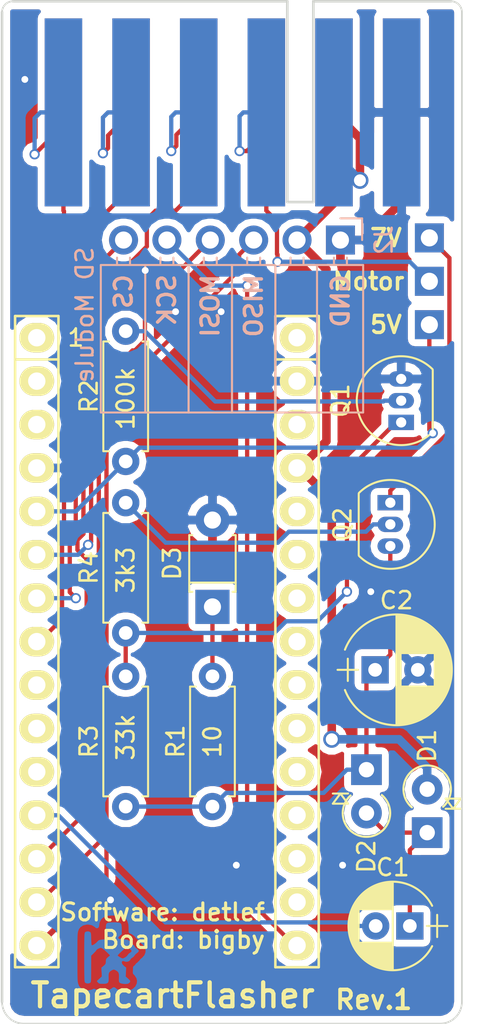
<source format=kicad_pcb>
(kicad_pcb (version 20171130) (host pcbnew "(5.0.0)")

  (general
    (thickness 1.6)
    (drawings 32)
    (tracks 186)
    (zones 0)
    (modules 17)
    (nets 20)
  )

  (page A4)
  (title_block
    (title TapecartFlasher)
    (date 2018-08-26)
    (rev Rev.1)
    (company hackup.net)
  )

  (layers
    (0 F.Cu signal)
    (31 B.Cu signal)
    (32 B.Adhes user)
    (33 F.Adhes user)
    (34 B.Paste user)
    (35 F.Paste user)
    (36 B.SilkS user)
    (37 F.SilkS user)
    (38 B.Mask user)
    (39 F.Mask user)
    (40 Dwgs.User user hide)
    (41 Cmts.User user)
    (42 Eco1.User user)
    (43 Eco2.User user)
    (44 Edge.Cuts user)
    (45 Margin user)
    (46 B.CrtYd user)
    (47 F.CrtYd user)
    (48 B.Fab user)
    (49 F.Fab user)
  )

  (setup
    (last_trace_width 0.25)
    (trace_clearance 0.2)
    (zone_clearance 0.4)
    (zone_45_only no)
    (trace_min 0.2)
    (segment_width 0.15)
    (edge_width 0.1)
    (via_size 0.6)
    (via_drill 0.4)
    (via_min_size 0.4)
    (via_min_drill 0.3)
    (uvia_size 0.3)
    (uvia_drill 0.1)
    (uvias_allowed no)
    (uvia_min_size 0.2)
    (uvia_min_drill 0.1)
    (pcb_text_width 0.3)
    (pcb_text_size 1.5 1.5)
    (mod_edge_width 0.15)
    (mod_text_size 1 1)
    (mod_text_width 0.15)
    (pad_size 1.7 1.7)
    (pad_drill 1)
    (pad_to_mask_clearance 0)
    (aux_axis_origin 138.176 110.617)
    (visible_elements 7FFFFFFF)
    (pcbplotparams
      (layerselection 0x00030_80000001)
      (usegerberextensions false)
      (usegerberattributes false)
      (usegerberadvancedattributes false)
      (creategerberjobfile false)
      (excludeedgelayer true)
      (linewidth 0.100000)
      (plotframeref false)
      (viasonmask false)
      (mode 1)
      (useauxorigin false)
      (hpglpennumber 1)
      (hpglpenspeed 20)
      (hpglpendiameter 15.000000)
      (psnegative false)
      (psa4output false)
      (plotreference true)
      (plotvalue true)
      (plotinvisibletext false)
      (padsonsilk false)
      (subtractmaskfromsilk false)
      (outputformat 1)
      (mirror false)
      (drillshape 1)
      (scaleselection 1)
      (outputdirectory ""))
  )

  (net 0 "")
  (net 1 GND)
  (net 2 +5V)
  (net 3 "Net-(C1-Pad1)")
  (net 4 PWM)
  (net 5 VPP)
  (net 6 "Net-(D3-Pad1)")
  (net 7 Sense)
  (net 8 Write)
  (net 9 Read)
  (net 10 Motor7)
  (net 11 Motor5)
  (net 12 "Net-(Q1-Pad2)")
  (net 13 "Net-(Q1-Pad1)")
  (net 14 "Net-(Q2-Pad2)")
  (net 15 SD_MISO)
  (net 16 SD_MOSI)
  (net 17 SD_SCK)
  (net 18 SD_SEL)
  (net 19 "Net-(J1-Pad3)")

  (net_class Default "This is the default net class."
    (clearance 0.2)
    (trace_width 0.25)
    (via_dia 0.6)
    (via_drill 0.4)
    (uvia_dia 0.3)
    (uvia_drill 0.1)
    (add_net Motor5)
    (add_net Motor7)
    (add_net "Net-(C1-Pad1)")
    (add_net "Net-(D3-Pad1)")
    (add_net "Net-(J1-Pad3)")
    (add_net "Net-(Q1-Pad1)")
    (add_net "Net-(Q1-Pad2)")
    (add_net "Net-(Q2-Pad2)")
    (add_net PWM)
    (add_net Read)
    (add_net SD_MISO)
    (add_net SD_MOSI)
    (add_net SD_SCK)
    (add_net SD_SEL)
    (add_net Sense)
    (add_net VPP)
    (add_net Write)
  )

  (net_class Power ""
    (clearance 0.2)
    (trace_width 0.5)
    (via_dia 1)
    (via_drill 0.7)
    (uvia_dia 0.3)
    (uvia_drill 0.1)
    (add_net +5V)
    (add_net GND)
  )

  (module Logo:bigby2 (layer B.Cu) (tedit 5B82CB1D) (tstamp 5B8CC72A)
    (at 143.764 107.188 180)
    (fp_text reference G*** (at 0 0 180) (layer F.SilkS) hide
      (effects (font (size 1.524 1.524) (thickness 0.3)))
    )
    (fp_text value LOGO (at 0.75 0 180) (layer B.SilkS) hide
      (effects (font (size 1.524 1.524) (thickness 0.3)) (justify mirror))
    )
    (fp_poly (pts (xy -0.011485 1.728467) (xy 0.113732 1.717124) (xy 0.194843 1.687923) (xy 0.241542 1.632439)
      (xy 0.263521 1.542246) (xy 0.270474 1.408921) (xy 0.271308 1.328994) (xy 0.273257 1.04049)
      (xy 0.168379 0.956808) (xy 0.105032 0.892095) (xy 0.067481 0.826879) (xy 0.062385 0.77734)
      (xy 0.087312 0.759744) (xy 0.127711 0.756134) (xy 0.215607 0.74839) (xy 0.335236 0.737898)
      (xy 0.394892 0.732679) (xy 0.531508 0.719487) (xy 0.621502 0.704831) (xy 0.681588 0.682684)
      (xy 0.728481 0.647018) (xy 0.775892 0.595287) (xy 0.854874 0.518356) (xy 0.944952 0.451548)
      (xy 1.029404 0.405121) (xy 1.09151 0.389332) (xy 1.105316 0.393209) (xy 1.115338 0.429014)
      (xy 1.124376 0.514977) (xy 1.131371 0.637757) (xy 1.13502 0.76718) (xy 1.139106 0.928835)
      (xy 1.146403 1.038611) (xy 1.158673 1.108111) (xy 1.177674 1.14894) (xy 1.195579 1.166425)
      (xy 1.29101 1.202114) (xy 1.400648 1.196807) (xy 1.475118 1.16372) (xy 1.488952 1.150785)
      (xy 1.500416 1.130319) (xy 1.509731 1.096728) (xy 1.517116 1.04442) (xy 1.522788 0.9678)
      (xy 1.526969 0.861275) (xy 1.529876 0.71925) (xy 1.531729 0.536133) (xy 1.532746 0.306329)
      (xy 1.533148 0.024245) (xy 1.533153 -0.315712) (xy 1.533153 -0.317844) (xy 1.532922 -0.658253)
      (xy 1.532326 -0.940751) (xy 1.531144 -1.170927) (xy 1.529156 -1.354371) (xy 1.52614 -1.496672)
      (xy 1.521875 -1.603419) (xy 1.516141 -1.680201) (xy 1.508718 -1.732606) (xy 1.499384 -1.766226)
      (xy 1.487919 -1.786647) (xy 1.474647 -1.799064) (xy 1.376472 -1.836684) (xy 1.265456 -1.831892)
      (xy 1.193094 -1.799607) (xy 1.175112 -1.781995) (xy 1.1613 -1.753588) (xy 1.151101 -1.706603)
      (xy 1.14396 -1.633257) (xy 1.139323 -1.525767) (xy 1.136633 -1.37635) (xy 1.135335 -1.177223)
      (xy 1.134934 -0.984675) (xy 1.134065 -0.211637) (xy 0.979782 -0.062148) (xy 0.901816 0.017658)
      (xy 0.846345 0.082572) (xy 0.825499 0.118224) (xy 0.799146 0.148761) (xy 0.732681 0.189721)
      (xy 0.696557 0.207251) (xy 0.613805 0.241662) (xy 0.55975 0.248672) (xy 0.505771 0.22821)
      (xy 0.468235 0.206692) (xy 0.396192 0.15478) (xy 0.300546 0.073678) (xy 0.201272 -0.019618)
      (xy 0.19561 -0.025259) (xy 0.022365 -0.198504) (xy 0.14612 -0.3024) (xy 0.221538 -0.372494)
      (xy 0.258266 -0.434497) (xy 0.270015 -0.516179) (xy 0.270766 -0.55481) (xy 0.276486 -0.647599)
      (xy 0.301118 -0.711947) (xy 0.35795 -0.773886) (xy 0.401734 -0.811372) (xy 0.531811 -0.919421)
      (xy 0.518782 -1.176497) (xy 0.505754 -1.433573) (xy 0.798146 -1.702035) (xy 0.735253 -1.779705)
      (xy 0.694397 -1.821324) (xy 0.644378 -1.844797) (xy 0.566817 -1.855141) (xy 0.450638 -1.857375)
      (xy 0.297496 -1.851301) (xy 0.197085 -1.826154) (xy 0.139611 -1.771549) (xy 0.11528 -1.6771)
      (xy 0.114298 -1.532418) (xy 0.115741 -1.502222) (xy 0.117859 -1.346848) (xy 0.100457 -1.238092)
      (xy 0.056678 -1.160347) (xy -0.020335 -1.098007) (xy -0.075669 -1.066562) (xy -0.152049 -1.029637)
      (xy -0.205195 -1.023113) (xy -0.267621 -1.046992) (xy -0.305332 -1.066562) (xy -0.402294 -1.127059)
      (xy -0.462465 -1.194861) (xy -0.492699 -1.285576) (xy -0.499855 -1.414809) (xy -0.496742 -1.502222)
      (xy -0.492373 -1.63025) (xy -0.497412 -1.711576) (xy -0.514532 -1.762642) (xy -0.544891 -1.798527)
      (xy -0.615745 -1.832954) (xy -0.725524 -1.856221) (xy -0.850294 -1.866168) (xy -0.966123 -1.860635)
      (xy -1.037737 -1.842993) (xy -1.107556 -1.793603) (xy -1.139614 -1.752578) (xy -1.150671 -1.711431)
      (xy -1.131349 -1.666613) (xy -1.0735 -1.604152) (xy -1.029397 -1.563569) (xy -0.886666 -1.435314)
      (xy -0.899789 -1.176378) (xy -0.912912 -0.917443) (xy -0.793004 -0.821082) (xy -0.704937 -0.7312)
      (xy -0.659639 -0.643046) (xy -0.661706 -0.568683) (xy -0.685037 -0.537748) (xy -0.742867 -0.520353)
      (xy -0.789634 -0.537546) (xy -0.90009 -0.569107) (xy -1.015232 -0.559689) (xy -1.107263 -0.511844)
      (xy -1.11125 -0.508) (xy -1.157841 -0.451438) (xy -1.17475 -0.413565) (xy -1.200203 -0.379535)
      (xy -1.262383 -0.337448) (xy -1.271377 -0.332663) (xy -1.350006 -0.274409) (xy -1.403716 -0.204314)
      (xy -1.403829 -0.204068) (xy -1.454851 -0.13485) (xy -1.533039 -0.068093) (xy -1.545327 -0.06013)
      (xy -1.613576 -0.004066) (xy -1.649417 0.052464) (xy -1.651 0.0635) (xy -1.649159 0.067395)
      (xy -1.237666 0.067395) (xy -1.21517 0.004673) (xy -1.141624 -0.048336) (xy -1.062668 -0.107176)
      (xy -1.008449 -0.17852) (xy -1.008424 -0.178574) (xy -0.954971 -0.24511) (xy -0.867178 -0.312438)
      (xy -0.771491 -0.362989) (xy -0.705807 -0.379596) (xy -0.656443 -0.364494) (xy -0.578184 -0.324688)
      (xy -0.53912 -0.301226) (xy -0.464733 -0.251149) (xy -0.419317 -0.214564) (xy -0.41275 -0.205286)
      (xy -0.43488 -0.171195) (xy -0.492715 -0.108258) (xy -0.57342 -0.028572) (xy -0.664165 0.055766)
      (xy -0.752115 0.132658) (xy -0.824438 0.190008) (xy -0.850696 0.207554) (xy -0.913247 0.241447)
      (xy -0.961408 0.250082) (xy -1.020442 0.232418) (xy -1.094894 0.197474) (xy -1.197469 0.132211)
      (xy -1.237666 0.067395) (xy -1.649159 0.067395) (xy -1.625844 0.116715) (xy -1.563551 0.174994)
      (xy -1.545327 0.187131) (xy -1.465273 0.251521) (xy -1.407673 0.323668) (xy -1.40292 0.333063)
      (xy -1.349062 0.406423) (xy -1.293916 0.446614) (xy -1.227193 0.497303) (xy -1.167951 0.573103)
      (xy -1.167761 0.573433) (xy -1.09407 0.659684) (xy -0.986869 0.710192) (xy -0.834991 0.729664)
      (xy -0.795652 0.730251) (xy -0.620132 0.738307) (xy -0.505713 0.762691) (xy -0.452045 0.803723)
      (xy -0.458779 0.861724) (xy -0.525567 0.937016) (xy -0.54938 0.956808) (xy -0.654258 1.04049)
      (xy -0.652309 1.328994) (xy -0.649069 1.485493) (xy -0.635357 1.594901) (xy -0.601479 1.665643)
      (xy -0.537743 1.706143) (xy -0.434455 1.724827) (xy -0.281922 1.730119) (xy -0.1905 1.730375)
      (xy -0.011485 1.728467)) (layer B.Cu) (width 0.01))
  )

  (module Socket_Strips:Socket_Strip_Angled_1x06_Pitch2.54mm (layer B.Cu) (tedit 5B82C7FC) (tstamp 5B8C15EF)
    (at 157.226 65.532 90)
    (descr "Through hole angled socket strip, 1x06, 2.54mm pitch, 8.51mm socket length, single row")
    (tags "Through hole angled socket strip THT 1x06 2.54mm single row")
    (path /5B831172)
    (fp_text reference J2 (at 0 2.54 90) (layer B.SilkS)
      (effects (font (size 1 1) (thickness 0.15)) (justify mirror))
    )
    (fp_text value "SD Module" (at -4.38 -14.97 90) (layer B.SilkS)
      (effects (font (size 1 1) (thickness 0.15)) (justify mirror))
    )
    (fp_text user %R (at -4.38 2.27 90) (layer B.Fab)
      (effects (font (size 1 1) (thickness 0.15)) (justify mirror))
    )
    (fp_line (start -10.55 1.8) (end 1.8 1.8) (layer B.CrtYd) (width 0.05))
    (fp_line (start -10.55 -14.5) (end -10.55 1.8) (layer B.CrtYd) (width 0.05))
    (fp_line (start 1.8 -14.5) (end -10.55 -14.5) (layer B.CrtYd) (width 0.05))
    (fp_line (start 1.8 1.8) (end 1.8 -14.5) (layer B.CrtYd) (width 0.05))
    (fp_line (start 1.27 1.27) (end 1.27 0) (layer B.SilkS) (width 0.12))
    (fp_line (start 0 1.27) (end 1.27 1.27) (layer B.SilkS) (width 0.12))
    (fp_line (start -1.03 -13.08) (end -1.46 -13.08) (layer B.SilkS) (width 0.12))
    (fp_line (start -1.03 -12.32) (end -1.46 -12.32) (layer B.SilkS) (width 0.12))
    (fp_line (start -10.09 -11.43) (end -1.46 -11.43) (layer B.SilkS) (width 0.12))
    (fp_line (start -10.09 -14.03) (end -10.09 -11.43) (layer B.SilkS) (width 0.12))
    (fp_line (start -1.46 -14.03) (end -10.09 -14.03) (layer B.SilkS) (width 0.12))
    (fp_line (start -1.46 -11.43) (end -1.46 -14.03) (layer B.SilkS) (width 0.12))
    (fp_line (start -1.03 -10.54) (end -1.46 -10.54) (layer B.SilkS) (width 0.12))
    (fp_line (start -1.03 -9.78) (end -1.46 -9.78) (layer B.SilkS) (width 0.12))
    (fp_line (start -10.09 -8.89) (end -1.46 -8.89) (layer B.SilkS) (width 0.12))
    (fp_line (start -10.09 -11.43) (end -10.09 -8.89) (layer B.SilkS) (width 0.12))
    (fp_line (start -1.46 -11.43) (end -10.09 -11.43) (layer B.SilkS) (width 0.12))
    (fp_line (start -1.46 -8.89) (end -1.46 -11.43) (layer B.SilkS) (width 0.12))
    (fp_line (start -1.03 -8) (end -1.46 -8) (layer B.SilkS) (width 0.12))
    (fp_line (start -1.03 -7.24) (end -1.46 -7.24) (layer B.SilkS) (width 0.12))
    (fp_line (start -10.09 -6.35) (end -1.46 -6.35) (layer B.SilkS) (width 0.12))
    (fp_line (start -10.09 -8.89) (end -10.09 -6.35) (layer B.SilkS) (width 0.12))
    (fp_line (start -1.46 -8.89) (end -10.09 -8.89) (layer B.SilkS) (width 0.12))
    (fp_line (start -1.46 -6.35) (end -1.46 -8.89) (layer B.SilkS) (width 0.12))
    (fp_line (start -1.03 -5.46) (end -1.46 -5.46) (layer B.SilkS) (width 0.12))
    (fp_line (start -1.03 -4.7) (end -1.46 -4.7) (layer B.SilkS) (width 0.12))
    (fp_line (start -10.09 -3.81) (end -1.46 -3.81) (layer B.SilkS) (width 0.12))
    (fp_line (start -10.09 -6.35) (end -10.09 -3.81) (layer B.SilkS) (width 0.12))
    (fp_line (start -1.46 -6.35) (end -10.09 -6.35) (layer B.SilkS) (width 0.12))
    (fp_line (start -1.46 -3.81) (end -1.46 -6.35) (layer B.SilkS) (width 0.12))
    (fp_line (start -1.03 -2.92) (end -1.46 -2.92) (layer B.SilkS) (width 0.12))
    (fp_line (start -1.03 -2.16) (end -1.46 -2.16) (layer B.SilkS) (width 0.12))
    (fp_line (start -10.09 -3.81) (end -10.09 -1.27) (layer B.SilkS) (width 0.12))
    (fp_line (start -1.46 -3.81) (end -10.09 -3.81) (layer B.SilkS) (width 0.12))
    (fp_line (start -1.46 -1.27) (end -1.46 -3.81) (layer B.SilkS) (width 0.12))
    (fp_line (start -1.46 -1.37) (end -10.09 -1.37) (layer B.SilkS) (width 0.12))
    (fp_line (start -1.03 -0.38) (end -1.46 -0.38) (layer B.SilkS) (width 0.12))
    (fp_line (start -1.03 0.38) (end -1.46 0.38) (layer B.SilkS) (width 0.12))
    (fp_line (start -10.09 1.33) (end -1.46 1.33) (layer B.SilkS) (width 0.12))
    (fp_line (start -10.09 -1.27) (end -10.09 1.33) (layer B.SilkS) (width 0.12))
    (fp_line (start -1.46 1.33) (end -1.46 -1.27) (layer B.SilkS) (width 0.12))
    (fp_line (start -1.52 -12.38) (end 0 -12.38) (layer B.Fab) (width 0.1))
    (fp_line (start -1.52 -13.02) (end -1.52 -12.38) (layer B.Fab) (width 0.1))
    (fp_line (start 0 -13.02) (end -1.52 -13.02) (layer B.Fab) (width 0.1))
    (fp_line (start 0 -12.38) (end 0 -13.02) (layer B.Fab) (width 0.1))
    (fp_line (start -10.03 -11.43) (end -1.52 -11.43) (layer B.Fab) (width 0.1))
    (fp_line (start -10.03 -13.97) (end -10.03 -11.43) (layer B.Fab) (width 0.1))
    (fp_line (start -1.52 -13.97) (end -10.03 -13.97) (layer B.Fab) (width 0.1))
    (fp_line (start -1.52 -11.43) (end -1.52 -13.97) (layer B.Fab) (width 0.1))
    (fp_line (start -1.52 -9.84) (end 0 -9.84) (layer B.Fab) (width 0.1))
    (fp_line (start -1.52 -10.48) (end -1.52 -9.84) (layer B.Fab) (width 0.1))
    (fp_line (start 0 -10.48) (end -1.52 -10.48) (layer B.Fab) (width 0.1))
    (fp_line (start 0 -9.84) (end 0 -10.48) (layer B.Fab) (width 0.1))
    (fp_line (start -10.03 -8.89) (end -1.52 -8.89) (layer B.Fab) (width 0.1))
    (fp_line (start -10.03 -11.43) (end -10.03 -8.89) (layer B.Fab) (width 0.1))
    (fp_line (start -1.52 -11.43) (end -10.03 -11.43) (layer B.Fab) (width 0.1))
    (fp_line (start -1.52 -8.89) (end -1.52 -11.43) (layer B.Fab) (width 0.1))
    (fp_line (start -1.52 -7.3) (end 0 -7.3) (layer B.Fab) (width 0.1))
    (fp_line (start -1.52 -7.94) (end -1.52 -7.3) (layer B.Fab) (width 0.1))
    (fp_line (start 0 -7.94) (end -1.52 -7.94) (layer B.Fab) (width 0.1))
    (fp_line (start 0 -7.3) (end 0 -7.94) (layer B.Fab) (width 0.1))
    (fp_line (start -10.03 -6.35) (end -1.52 -6.35) (layer B.Fab) (width 0.1))
    (fp_line (start -10.03 -8.89) (end -10.03 -6.35) (layer B.Fab) (width 0.1))
    (fp_line (start -1.52 -8.89) (end -10.03 -8.89) (layer B.Fab) (width 0.1))
    (fp_line (start -1.52 -6.35) (end -1.52 -8.89) (layer B.Fab) (width 0.1))
    (fp_line (start -1.52 -4.76) (end 0 -4.76) (layer B.Fab) (width 0.1))
    (fp_line (start -1.52 -5.4) (end -1.52 -4.76) (layer B.Fab) (width 0.1))
    (fp_line (start 0 -5.4) (end -1.52 -5.4) (layer B.Fab) (width 0.1))
    (fp_line (start 0 -4.76) (end 0 -5.4) (layer B.Fab) (width 0.1))
    (fp_line (start -10.03 -3.81) (end -1.52 -3.81) (layer B.Fab) (width 0.1))
    (fp_line (start -10.03 -6.35) (end -10.03 -3.81) (layer B.Fab) (width 0.1))
    (fp_line (start -1.52 -6.35) (end -10.03 -6.35) (layer B.Fab) (width 0.1))
    (fp_line (start -1.52 -3.81) (end -1.52 -6.35) (layer B.Fab) (width 0.1))
    (fp_line (start -1.52 -2.22) (end 0 -2.22) (layer B.Fab) (width 0.1))
    (fp_line (start -1.52 -2.86) (end -1.52 -2.22) (layer B.Fab) (width 0.1))
    (fp_line (start 0 -2.86) (end -1.52 -2.86) (layer B.Fab) (width 0.1))
    (fp_line (start 0 -2.22) (end 0 -2.86) (layer B.Fab) (width 0.1))
    (fp_line (start -10.03 -3.81) (end -10.03 -1.27) (layer B.Fab) (width 0.1))
    (fp_line (start -1.52 -3.81) (end -10.03 -3.81) (layer B.Fab) (width 0.1))
    (fp_line (start -1.52 -1.27) (end -1.52 -3.81) (layer B.Fab) (width 0.1))
    (fp_line (start -1.52 0.32) (end 0 0.32) (layer B.Fab) (width 0.1))
    (fp_line (start -1.52 -0.32) (end -1.52 0.32) (layer B.Fab) (width 0.1))
    (fp_line (start 0 -0.32) (end -1.52 -0.32) (layer B.Fab) (width 0.1))
    (fp_line (start 0 0.32) (end 0 -0.32) (layer B.Fab) (width 0.1))
    (fp_line (start -10.03 1.27) (end -1.52 1.27) (layer B.Fab) (width 0.1))
    (fp_line (start -10.03 -1.27) (end -10.03 1.27) (layer B.Fab) (width 0.1))
    (fp_line (start -1.52 1.27) (end -1.52 -1.27) (layer B.Fab) (width 0.1))
    (pad 6 thru_hole oval (at 0 -12.7 90) (size 1.7 1.7) (drill 1) (layers *.Cu *.Mask)
      (net 18 SD_SEL))
    (pad 5 thru_hole oval (at 0 -10.16 90) (size 1.7 1.7) (drill 1) (layers *.Cu *.Mask)
      (net 17 SD_SCK))
    (pad 4 thru_hole oval (at 0 -7.62 90) (size 1.7 1.7) (drill 1) (layers *.Cu *.Mask)
      (net 16 SD_MOSI))
    (pad 3 thru_hole oval (at 0 -5.08 90) (size 1.7 1.7) (drill 1) (layers *.Cu *.Mask)
      (net 15 SD_MISO))
    (pad 2 thru_hole oval (at 0 -2.54 90) (size 1.7 1.7) (drill 1) (layers *.Cu *.Mask)
      (net 2 +5V))
    (pad 1 thru_hole rect (at 0 0 90) (size 1.7 1.7) (drill 1) (layers *.Cu *.Mask)
      (net 1 GND))
    (model ${KISYS3DMOD}/Socket_Strips.3dshapes/Socket_Strip_Angled_1x06_Pitch2.54mm.wrl
      (offset (xyz 0 -6.35 1))
      (scale (xyz 1 1 1))
      (rotate (xyz 180 180 90))
    )
  )

  (module Pin_Headers:Pin_Header_Straight_1x03_Pitch2.54mm (layer F.Cu) (tedit 5B82CC55) (tstamp 5B8C5F15)
    (at 162.433 70.485 180)
    (descr "Through hole straight pin header, 1x03, 2.54mm pitch, single row")
    (tags "Through hole pin header THT 1x03 2.54mm single row")
    (path /5B8479B7)
    (fp_text reference JP1 (at 0 -2.33 180) (layer F.SilkS) hide
      (effects (font (size 1 1) (thickness 0.15)))
    )
    (fp_text value Vmotor (at 0 7.41 180) (layer F.Fab)
      (effects (font (size 1 1) (thickness 0.15)))
    )
    (fp_line (start -0.635 -1.27) (end 1.27 -1.27) (layer F.Fab) (width 0.1))
    (fp_line (start 1.27 -1.27) (end 1.27 6.35) (layer F.Fab) (width 0.1))
    (fp_line (start 1.27 6.35) (end -1.27 6.35) (layer F.Fab) (width 0.1))
    (fp_line (start -1.27 6.35) (end -1.27 -0.635) (layer F.Fab) (width 0.1))
    (fp_line (start -1.27 -0.635) (end -0.635 -1.27) (layer F.Fab) (width 0.1))
    (fp_line (start -1.8 -1.8) (end -1.8 6.85) (layer F.CrtYd) (width 0.05))
    (fp_line (start -1.8 6.85) (end 1.8 6.85) (layer F.CrtYd) (width 0.05))
    (fp_line (start 1.8 6.85) (end 1.8 -1.8) (layer F.CrtYd) (width 0.05))
    (fp_line (start 1.8 -1.8) (end -1.8 -1.8) (layer F.CrtYd) (width 0.05))
    (fp_text user %R (at 0 2.54 270) (layer F.Fab)
      (effects (font (size 1 1) (thickness 0.15)))
    )
    (pad 1 thru_hole rect (at 0 0 180) (size 1.7 1.7) (drill 1) (layers *.Cu *.Mask)
      (net 11 Motor5))
    (pad 2 thru_hole rect (at 0 2.54 180) (size 1.7 1.7) (drill 1) (layers *.Cu *.Mask)
      (net 19 "Net-(J1-Pad3)"))
    (pad 3 thru_hole rect (at 0 5.08 180) (size 1.7 1.7) (drill 1) (layers *.Cu *.Mask)
      (net 10 Motor7))
    (model ${KISYS3DMOD}/Pin_Headers.3dshapes/Pin_Header_Straight_1x03_Pitch2.54mm.wrl
      (at (xyz 0 0 0))
      (scale (xyz 1 1 1))
      (rotate (xyz 0 0 0))
    )
  )

  (module hackup:C64-Cassette-Port-Male (layer F.Cu) (tedit 5B6CA70A) (tstamp 5B88114D)
    (at 150.368 63.5635)
    (path /5B566B21)
    (fp_text reference J1 (at 17 -2) (layer F.SilkS) hide
      (effects (font (size 1 1) (thickness 0.15)))
    )
    (fp_text value C64-CassettePort (at 1 1) (layer F.Fab)
      (effects (font (size 1 1) (thickness 0.15)))
    )
    (fp_line (start 14 0) (end 14 -11.5) (layer F.CrtYd) (width 0.15))
    (fp_line (start 3.75 -12) (end -12.5 -12) (layer F.CrtYd) (width 0.15))
    (fp_line (start 3.75 -0.25) (end 3.75 -12) (layer F.CrtYd) (width 0.15))
    (fp_line (start 5.25 -0.25) (end 3.75 -0.25) (layer F.CrtYd) (width 0.15))
    (fp_line (start 5.25 -12) (end 5.25 -0.25) (layer F.CrtYd) (width 0.15))
    (fp_line (start 13.5 -12) (end 5.25 -12) (layer F.CrtYd) (width 0.15))
    (fp_line (start -13 0) (end 14 0) (layer F.CrtYd) (width 0.15))
    (fp_line (start -13 -11.5) (end -13 0) (layer F.CrtYd) (width 0.15))
    (fp_arc (start 13.5 -11.5) (end 13.5 -12) (angle 90) (layer F.CrtYd) (width 0.15))
    (fp_arc (start -12.5 -11.5) (end -13 -11.5) (angle 90) (layer F.CrtYd) (width 0.15))
    (pad F smd rect (at -9.36 -5.5) (size 2.2 11) (layers B.Cu B.Mask)
      (net 7 Sense))
    (pad E smd rect (at -5.4 -5.5) (size 2.2 11) (layers B.Cu B.Mask)
      (net 8 Write))
    (pad D smd rect (at -1.44 -5.5) (size 2.2 11) (layers B.Cu B.Mask)
      (net 9 Read))
    (pad C smd rect (at 2.52 -5.5) (size 2.2 11) (layers B.Cu B.Mask)
      (net 19 "Net-(J1-Pad3)"))
    (pad B smd rect (at 6.48 -5.5) (size 2.2 11) (layers B.Cu B.Mask)
      (net 2 +5V))
    (pad A smd rect (at 10.44 -5.5) (size 2.2 11) (layers B.Cu B.Mask)
      (net 1 GND))
    (pad 6 smd rect (at -9.36 -5.5) (size 2.2 11) (layers F.Cu F.Mask)
      (net 7 Sense))
    (pad 5 smd rect (at -5.4 -5.5) (size 2.2 11) (layers F.Cu F.Mask)
      (net 8 Write))
    (pad 4 smd rect (at -1.44 -5.5) (size 2.2 11) (layers F.Cu F.Mask)
      (net 9 Read))
    (pad 3 smd rect (at 2.52 -5.5) (size 2.2 11) (layers F.Cu F.Mask)
      (net 19 "Net-(J1-Pad3)"))
    (pad 2 smd rect (at 6.48 -5.5) (size 2.2 11) (layers F.Cu F.Mask)
      (net 2 +5V))
    (pad 1 smd rect (at 10.44 -5.5) (size 2.2 11) (layers F.Cu F.Mask)
      (net 1 GND))
  )

  (module Socket_Arduino_Nano:Socket_Strip_Arduino_1x15 locked (layer F.Cu) (tedit 5B6CA6A7) (tstamp 551FC9D0)
    (at 139.446 71.247 270)
    (descr "Through hole socket strip")
    (tags "socket strip")
    (path /56D73FAC)
    (fp_text reference P1 (at 16.383 -2.54 270) (layer F.SilkS) hide
      (effects (font (size 1 1) (thickness 0.15)))
    )
    (fp_text value Digital (at 20.193 -2.54 270) (layer F.Fab)
      (effects (font (size 1 1) (thickness 0.15)))
    )
    (fp_line (start 1.27 -1.27) (end -1.27 -1.27) (layer F.SilkS) (width 0.15))
    (fp_line (start -1.27 -1.27) (end -1.27 1.27) (layer F.SilkS) (width 0.15))
    (fp_line (start -1.27 1.27) (end 1.27 1.27) (layer F.SilkS) (width 0.15))
    (fp_line (start -1.75 -1.75) (end -1.75 1.75) (layer F.CrtYd) (width 0.05))
    (fp_line (start 37.35 -1.75) (end 37.35 1.75) (layer F.CrtYd) (width 0.05))
    (fp_line (start -1.75 -1.75) (end 37.35 -1.75) (layer F.CrtYd) (width 0.05))
    (fp_line (start -1.75 1.75) (end 37.35 1.75) (layer F.CrtYd) (width 0.05))
    (fp_line (start 1.27 -1.27) (end 36.83 -1.27) (layer F.SilkS) (width 0.15))
    (fp_line (start 36.83 -1.27) (end 36.83 1.27) (layer F.SilkS) (width 0.15))
    (fp_line (start 36.83 1.27) (end 1.27 1.27) (layer F.SilkS) (width 0.15))
    (fp_line (start 1.27 1.27) (end 1.27 -1.27) (layer F.SilkS) (width 0.15))
    (pad 1 thru_hole oval (at 0 0 270) (size 1.7272 2.032) (drill 1.016) (layers *.Cu *.Mask F.SilkS))
    (pad 2 thru_hole oval (at 2.54 0 270) (size 1.7272 2.032) (drill 1.016) (layers *.Cu *.Mask F.SilkS))
    (pad 3 thru_hole oval (at 5.08 0 270) (size 1.7272 2.032) (drill 1.016) (layers *.Cu *.Mask F.SilkS))
    (pad 4 thru_hole oval (at 7.62 0 270) (size 1.7272 2.032) (drill 1.016) (layers *.Cu *.Mask F.SilkS)
      (net 1 GND))
    (pad 5 thru_hole oval (at 10.16 0 270) (size 1.7272 2.032) (drill 1.016) (layers *.Cu *.Mask F.SilkS)
      (net 11 Motor5))
    (pad 6 thru_hole oval (at 12.7 0 270) (size 1.7272 2.032) (drill 1.016) (layers *.Cu *.Mask F.SilkS)
      (net 9 Read))
    (pad 7 thru_hole oval (at 15.24 0 270) (size 1.7272 2.032) (drill 1.016) (layers *.Cu *.Mask F.SilkS)
      (net 8 Write))
    (pad 8 thru_hole oval (at 17.78 0 270) (size 1.7272 2.032) (drill 1.016) (layers *.Cu *.Mask F.SilkS)
      (net 7 Sense))
    (pad 9 thru_hole oval (at 20.32 0 270) (size 1.7272 2.032) (drill 1.016) (layers *.Cu *.Mask F.SilkS))
    (pad 10 thru_hole oval (at 22.86 0 270) (size 1.7272 2.032) (drill 1.016) (layers *.Cu *.Mask F.SilkS))
    (pad 11 thru_hole oval (at 25.4 0 270) (size 1.7272 2.032) (drill 1.016) (layers *.Cu *.Mask F.SilkS))
    (pad 12 thru_hole oval (at 27.94 0 270) (size 1.7272 2.032) (drill 1.016) (layers *.Cu *.Mask F.SilkS)
      (net 4 PWM))
    (pad 13 thru_hole oval (at 30.48 0 270) (size 1.7272 2.032) (drill 1.016) (layers *.Cu *.Mask F.SilkS)
      (net 18 SD_SEL))
    (pad 14 thru_hole oval (at 33.02 0 270) (size 1.7272 2.032) (drill 1.016) (layers *.Cu *.Mask F.SilkS)
      (net 16 SD_MOSI))
    (pad 15 thru_hole oval (at 35.56 0 270) (size 1.7272 2.032) (drill 1.016) (layers *.Cu *.Mask F.SilkS)
      (net 15 SD_MISO))
    (model ${KIPRJMOD}/Socket_Arduino_Nano.3dshapes/Socket_header_Arduino_1x15.wrl
      (offset (xyz 17.77999973297119 0 0))
      (scale (xyz 1 1 1))
      (rotate (xyz 0 0 180))
    )
  )

  (module Socket_Arduino_Nano:Socket_Strip_Arduino_1x15 locked (layer F.Cu) (tedit 5B6CA6A1) (tstamp 5B8809D1)
    (at 154.686 71.247 270)
    (descr "Through hole socket strip")
    (tags "socket strip")
    (path /56D740C7)
    (fp_text reference P2 (at 16.383 2.54 270) (layer F.SilkS) hide
      (effects (font (size 1 1) (thickness 0.15)))
    )
    (fp_text value Analog (at 20.193 2.54 270) (layer F.Fab)
      (effects (font (size 1 1) (thickness 0.15)))
    )
    (fp_line (start 1.27 -1.27) (end -1.27 -1.27) (layer F.SilkS) (width 0.15))
    (fp_line (start -1.27 -1.27) (end -1.27 1.27) (layer F.SilkS) (width 0.15))
    (fp_line (start -1.27 1.27) (end 1.27 1.27) (layer F.SilkS) (width 0.15))
    (fp_line (start -1.75 -1.75) (end -1.75 1.75) (layer F.CrtYd) (width 0.05))
    (fp_line (start 37.35 -1.75) (end 37.35 1.75) (layer F.CrtYd) (width 0.05))
    (fp_line (start -1.75 -1.75) (end 37.35 -1.75) (layer F.CrtYd) (width 0.05))
    (fp_line (start -1.75 1.75) (end 37.35 1.75) (layer F.CrtYd) (width 0.05))
    (fp_line (start 1.27 -1.27) (end 36.83 -1.27) (layer F.SilkS) (width 0.15))
    (fp_line (start 36.83 -1.27) (end 36.83 1.27) (layer F.SilkS) (width 0.15))
    (fp_line (start 36.83 1.27) (end 1.27 1.27) (layer F.SilkS) (width 0.15))
    (fp_line (start 1.27 1.27) (end 1.27 -1.27) (layer F.SilkS) (width 0.15))
    (pad 1 thru_hole oval (at 0 0 270) (size 1.7272 2.032) (drill 1.016) (layers *.Cu *.Mask F.SilkS))
    (pad 2 thru_hole oval (at 2.54 0 270) (size 1.7272 2.032) (drill 1.016) (layers *.Cu *.Mask F.SilkS)
      (net 1 GND))
    (pad 3 thru_hole oval (at 5.08 0 270) (size 1.7272 2.032) (drill 1.016) (layers *.Cu *.Mask F.SilkS))
    (pad 4 thru_hole oval (at 7.62 0 270) (size 1.7272 2.032) (drill 1.016) (layers *.Cu *.Mask F.SilkS)
      (net 2 +5V))
    (pad 5 thru_hole oval (at 10.16 0 270) (size 1.7272 2.032) (drill 1.016) (layers *.Cu *.Mask F.SilkS))
    (pad 6 thru_hole oval (at 12.7 0 270) (size 1.7272 2.032) (drill 1.016) (layers *.Cu *.Mask F.SilkS))
    (pad 7 thru_hole oval (at 15.24 0 270) (size 1.7272 2.032) (drill 1.016) (layers *.Cu *.Mask F.SilkS))
    (pad 8 thru_hole oval (at 17.78 0 270) (size 1.7272 2.032) (drill 1.016) (layers *.Cu *.Mask F.SilkS))
    (pad 9 thru_hole oval (at 20.32 0 270) (size 1.7272 2.032) (drill 1.016) (layers *.Cu *.Mask F.SilkS))
    (pad 10 thru_hole oval (at 22.86 0 270) (size 1.7272 2.032) (drill 1.016) (layers *.Cu *.Mask F.SilkS))
    (pad 11 thru_hole oval (at 25.4 0 270) (size 1.7272 2.032) (drill 1.016) (layers *.Cu *.Mask F.SilkS))
    (pad 12 thru_hole oval (at 27.94 0 270) (size 1.7272 2.032) (drill 1.016) (layers *.Cu *.Mask F.SilkS))
    (pad 13 thru_hole oval (at 30.48 0 270) (size 1.7272 2.032) (drill 1.016) (layers *.Cu *.Mask F.SilkS))
    (pad 14 thru_hole oval (at 33.02 0 270) (size 1.7272 2.032) (drill 1.016) (layers *.Cu *.Mask F.SilkS))
    (pad 15 thru_hole oval (at 35.56 0 270) (size 1.7272 2.032) (drill 1.016) (layers *.Cu *.Mask F.SilkS)
      (net 17 SD_SCK))
    (model ${KIPRJMOD}/Socket_Arduino_Nano.3dshapes/Socket_header_Arduino_1x15.wrl
      (offset (xyz 17.77999973297119 0 0))
      (scale (xyz 1 1 1))
      (rotate (xyz 0 0 180))
    )
  )

  (module Capacitors_THT:CP_Radial_D5.0mm_P2.00mm (layer F.Cu) (tedit 597BC7C2) (tstamp 5B880B99)
    (at 161.29 105.664 180)
    (descr "CP, Radial series, Radial, pin pitch=2.00mm, , diameter=5mm, Electrolytic Capacitor")
    (tags "CP Radial series Radial pin pitch 2.00mm  diameter 5mm Electrolytic Capacitor")
    (path /5B65E92F)
    (fp_text reference C1 (at 1 3.429 180) (layer F.SilkS)
      (effects (font (size 1 1) (thickness 0.15)))
    )
    (fp_text value 10µ (at 1 3.81 180) (layer F.Fab)
      (effects (font (size 1 1) (thickness 0.15)))
    )
    (fp_arc (start 1 0) (end -1.30558 -1.18) (angle 125.8) (layer F.SilkS) (width 0.12))
    (fp_arc (start 1 0) (end -1.30558 1.18) (angle -125.8) (layer F.SilkS) (width 0.12))
    (fp_arc (start 1 0) (end 3.30558 -1.18) (angle 54.2) (layer F.SilkS) (width 0.12))
    (fp_circle (center 1 0) (end 3.5 0) (layer F.Fab) (width 0.1))
    (fp_line (start -2.2 0) (end -1 0) (layer F.Fab) (width 0.1))
    (fp_line (start -1.6 -0.65) (end -1.6 0.65) (layer F.Fab) (width 0.1))
    (fp_line (start 1 -2.55) (end 1 2.55) (layer F.SilkS) (width 0.12))
    (fp_line (start 1.04 -2.55) (end 1.04 -0.98) (layer F.SilkS) (width 0.12))
    (fp_line (start 1.04 0.98) (end 1.04 2.55) (layer F.SilkS) (width 0.12))
    (fp_line (start 1.08 -2.549) (end 1.08 -0.98) (layer F.SilkS) (width 0.12))
    (fp_line (start 1.08 0.98) (end 1.08 2.549) (layer F.SilkS) (width 0.12))
    (fp_line (start 1.12 -2.548) (end 1.12 -0.98) (layer F.SilkS) (width 0.12))
    (fp_line (start 1.12 0.98) (end 1.12 2.548) (layer F.SilkS) (width 0.12))
    (fp_line (start 1.16 -2.546) (end 1.16 -0.98) (layer F.SilkS) (width 0.12))
    (fp_line (start 1.16 0.98) (end 1.16 2.546) (layer F.SilkS) (width 0.12))
    (fp_line (start 1.2 -2.543) (end 1.2 -0.98) (layer F.SilkS) (width 0.12))
    (fp_line (start 1.2 0.98) (end 1.2 2.543) (layer F.SilkS) (width 0.12))
    (fp_line (start 1.24 -2.539) (end 1.24 -0.98) (layer F.SilkS) (width 0.12))
    (fp_line (start 1.24 0.98) (end 1.24 2.539) (layer F.SilkS) (width 0.12))
    (fp_line (start 1.28 -2.535) (end 1.28 -0.98) (layer F.SilkS) (width 0.12))
    (fp_line (start 1.28 0.98) (end 1.28 2.535) (layer F.SilkS) (width 0.12))
    (fp_line (start 1.32 -2.531) (end 1.32 -0.98) (layer F.SilkS) (width 0.12))
    (fp_line (start 1.32 0.98) (end 1.32 2.531) (layer F.SilkS) (width 0.12))
    (fp_line (start 1.36 -2.525) (end 1.36 -0.98) (layer F.SilkS) (width 0.12))
    (fp_line (start 1.36 0.98) (end 1.36 2.525) (layer F.SilkS) (width 0.12))
    (fp_line (start 1.4 -2.519) (end 1.4 -0.98) (layer F.SilkS) (width 0.12))
    (fp_line (start 1.4 0.98) (end 1.4 2.519) (layer F.SilkS) (width 0.12))
    (fp_line (start 1.44 -2.513) (end 1.44 -0.98) (layer F.SilkS) (width 0.12))
    (fp_line (start 1.44 0.98) (end 1.44 2.513) (layer F.SilkS) (width 0.12))
    (fp_line (start 1.48 -2.506) (end 1.48 -0.98) (layer F.SilkS) (width 0.12))
    (fp_line (start 1.48 0.98) (end 1.48 2.506) (layer F.SilkS) (width 0.12))
    (fp_line (start 1.52 -2.498) (end 1.52 -0.98) (layer F.SilkS) (width 0.12))
    (fp_line (start 1.52 0.98) (end 1.52 2.498) (layer F.SilkS) (width 0.12))
    (fp_line (start 1.56 -2.489) (end 1.56 -0.98) (layer F.SilkS) (width 0.12))
    (fp_line (start 1.56 0.98) (end 1.56 2.489) (layer F.SilkS) (width 0.12))
    (fp_line (start 1.6 -2.48) (end 1.6 -0.98) (layer F.SilkS) (width 0.12))
    (fp_line (start 1.6 0.98) (end 1.6 2.48) (layer F.SilkS) (width 0.12))
    (fp_line (start 1.64 -2.47) (end 1.64 -0.98) (layer F.SilkS) (width 0.12))
    (fp_line (start 1.64 0.98) (end 1.64 2.47) (layer F.SilkS) (width 0.12))
    (fp_line (start 1.68 -2.46) (end 1.68 -0.98) (layer F.SilkS) (width 0.12))
    (fp_line (start 1.68 0.98) (end 1.68 2.46) (layer F.SilkS) (width 0.12))
    (fp_line (start 1.721 -2.448) (end 1.721 -0.98) (layer F.SilkS) (width 0.12))
    (fp_line (start 1.721 0.98) (end 1.721 2.448) (layer F.SilkS) (width 0.12))
    (fp_line (start 1.761 -2.436) (end 1.761 -0.98) (layer F.SilkS) (width 0.12))
    (fp_line (start 1.761 0.98) (end 1.761 2.436) (layer F.SilkS) (width 0.12))
    (fp_line (start 1.801 -2.424) (end 1.801 -0.98) (layer F.SilkS) (width 0.12))
    (fp_line (start 1.801 0.98) (end 1.801 2.424) (layer F.SilkS) (width 0.12))
    (fp_line (start 1.841 -2.41) (end 1.841 -0.98) (layer F.SilkS) (width 0.12))
    (fp_line (start 1.841 0.98) (end 1.841 2.41) (layer F.SilkS) (width 0.12))
    (fp_line (start 1.881 -2.396) (end 1.881 -0.98) (layer F.SilkS) (width 0.12))
    (fp_line (start 1.881 0.98) (end 1.881 2.396) (layer F.SilkS) (width 0.12))
    (fp_line (start 1.921 -2.382) (end 1.921 -0.98) (layer F.SilkS) (width 0.12))
    (fp_line (start 1.921 0.98) (end 1.921 2.382) (layer F.SilkS) (width 0.12))
    (fp_line (start 1.961 -2.366) (end 1.961 -0.98) (layer F.SilkS) (width 0.12))
    (fp_line (start 1.961 0.98) (end 1.961 2.366) (layer F.SilkS) (width 0.12))
    (fp_line (start 2.001 -2.35) (end 2.001 -0.98) (layer F.SilkS) (width 0.12))
    (fp_line (start 2.001 0.98) (end 2.001 2.35) (layer F.SilkS) (width 0.12))
    (fp_line (start 2.041 -2.333) (end 2.041 -0.98) (layer F.SilkS) (width 0.12))
    (fp_line (start 2.041 0.98) (end 2.041 2.333) (layer F.SilkS) (width 0.12))
    (fp_line (start 2.081 -2.315) (end 2.081 -0.98) (layer F.SilkS) (width 0.12))
    (fp_line (start 2.081 0.98) (end 2.081 2.315) (layer F.SilkS) (width 0.12))
    (fp_line (start 2.121 -2.296) (end 2.121 -0.98) (layer F.SilkS) (width 0.12))
    (fp_line (start 2.121 0.98) (end 2.121 2.296) (layer F.SilkS) (width 0.12))
    (fp_line (start 2.161 -2.276) (end 2.161 -0.98) (layer F.SilkS) (width 0.12))
    (fp_line (start 2.161 0.98) (end 2.161 2.276) (layer F.SilkS) (width 0.12))
    (fp_line (start 2.201 -2.256) (end 2.201 -0.98) (layer F.SilkS) (width 0.12))
    (fp_line (start 2.201 0.98) (end 2.201 2.256) (layer F.SilkS) (width 0.12))
    (fp_line (start 2.241 -2.234) (end 2.241 -0.98) (layer F.SilkS) (width 0.12))
    (fp_line (start 2.241 0.98) (end 2.241 2.234) (layer F.SilkS) (width 0.12))
    (fp_line (start 2.281 -2.212) (end 2.281 -0.98) (layer F.SilkS) (width 0.12))
    (fp_line (start 2.281 0.98) (end 2.281 2.212) (layer F.SilkS) (width 0.12))
    (fp_line (start 2.321 -2.189) (end 2.321 -0.98) (layer F.SilkS) (width 0.12))
    (fp_line (start 2.321 0.98) (end 2.321 2.189) (layer F.SilkS) (width 0.12))
    (fp_line (start 2.361 -2.165) (end 2.361 -0.98) (layer F.SilkS) (width 0.12))
    (fp_line (start 2.361 0.98) (end 2.361 2.165) (layer F.SilkS) (width 0.12))
    (fp_line (start 2.401 -2.14) (end 2.401 -0.98) (layer F.SilkS) (width 0.12))
    (fp_line (start 2.401 0.98) (end 2.401 2.14) (layer F.SilkS) (width 0.12))
    (fp_line (start 2.441 -2.113) (end 2.441 -0.98) (layer F.SilkS) (width 0.12))
    (fp_line (start 2.441 0.98) (end 2.441 2.113) (layer F.SilkS) (width 0.12))
    (fp_line (start 2.481 -2.086) (end 2.481 -0.98) (layer F.SilkS) (width 0.12))
    (fp_line (start 2.481 0.98) (end 2.481 2.086) (layer F.SilkS) (width 0.12))
    (fp_line (start 2.521 -2.058) (end 2.521 -0.98) (layer F.SilkS) (width 0.12))
    (fp_line (start 2.521 0.98) (end 2.521 2.058) (layer F.SilkS) (width 0.12))
    (fp_line (start 2.561 -2.028) (end 2.561 -0.98) (layer F.SilkS) (width 0.12))
    (fp_line (start 2.561 0.98) (end 2.561 2.028) (layer F.SilkS) (width 0.12))
    (fp_line (start 2.601 -1.997) (end 2.601 -0.98) (layer F.SilkS) (width 0.12))
    (fp_line (start 2.601 0.98) (end 2.601 1.997) (layer F.SilkS) (width 0.12))
    (fp_line (start 2.641 -1.965) (end 2.641 -0.98) (layer F.SilkS) (width 0.12))
    (fp_line (start 2.641 0.98) (end 2.641 1.965) (layer F.SilkS) (width 0.12))
    (fp_line (start 2.681 -1.932) (end 2.681 -0.98) (layer F.SilkS) (width 0.12))
    (fp_line (start 2.681 0.98) (end 2.681 1.932) (layer F.SilkS) (width 0.12))
    (fp_line (start 2.721 -1.897) (end 2.721 -0.98) (layer F.SilkS) (width 0.12))
    (fp_line (start 2.721 0.98) (end 2.721 1.897) (layer F.SilkS) (width 0.12))
    (fp_line (start 2.761 -1.861) (end 2.761 -0.98) (layer F.SilkS) (width 0.12))
    (fp_line (start 2.761 0.98) (end 2.761 1.861) (layer F.SilkS) (width 0.12))
    (fp_line (start 2.801 -1.823) (end 2.801 -0.98) (layer F.SilkS) (width 0.12))
    (fp_line (start 2.801 0.98) (end 2.801 1.823) (layer F.SilkS) (width 0.12))
    (fp_line (start 2.841 -1.783) (end 2.841 -0.98) (layer F.SilkS) (width 0.12))
    (fp_line (start 2.841 0.98) (end 2.841 1.783) (layer F.SilkS) (width 0.12))
    (fp_line (start 2.881 -1.742) (end 2.881 -0.98) (layer F.SilkS) (width 0.12))
    (fp_line (start 2.881 0.98) (end 2.881 1.742) (layer F.SilkS) (width 0.12))
    (fp_line (start 2.921 -1.699) (end 2.921 -0.98) (layer F.SilkS) (width 0.12))
    (fp_line (start 2.921 0.98) (end 2.921 1.699) (layer F.SilkS) (width 0.12))
    (fp_line (start 2.961 -1.654) (end 2.961 -0.98) (layer F.SilkS) (width 0.12))
    (fp_line (start 2.961 0.98) (end 2.961 1.654) (layer F.SilkS) (width 0.12))
    (fp_line (start 3.001 -1.606) (end 3.001 1.606) (layer F.SilkS) (width 0.12))
    (fp_line (start 3.041 -1.556) (end 3.041 1.556) (layer F.SilkS) (width 0.12))
    (fp_line (start 3.081 -1.504) (end 3.081 1.504) (layer F.SilkS) (width 0.12))
    (fp_line (start 3.121 -1.448) (end 3.121 1.448) (layer F.SilkS) (width 0.12))
    (fp_line (start 3.161 -1.39) (end 3.161 1.39) (layer F.SilkS) (width 0.12))
    (fp_line (start 3.201 -1.327) (end 3.201 1.327) (layer F.SilkS) (width 0.12))
    (fp_line (start 3.241 -1.261) (end 3.241 1.261) (layer F.SilkS) (width 0.12))
    (fp_line (start 3.281 -1.189) (end 3.281 1.189) (layer F.SilkS) (width 0.12))
    (fp_line (start 3.321 -1.112) (end 3.321 1.112) (layer F.SilkS) (width 0.12))
    (fp_line (start 3.361 -1.028) (end 3.361 1.028) (layer F.SilkS) (width 0.12))
    (fp_line (start 3.401 -0.934) (end 3.401 0.934) (layer F.SilkS) (width 0.12))
    (fp_line (start 3.441 -0.829) (end 3.441 0.829) (layer F.SilkS) (width 0.12))
    (fp_line (start 3.481 -0.707) (end 3.481 0.707) (layer F.SilkS) (width 0.12))
    (fp_line (start 3.521 -0.559) (end 3.521 0.559) (layer F.SilkS) (width 0.12))
    (fp_line (start 3.561 -0.354) (end 3.561 0.354) (layer F.SilkS) (width 0.12))
    (fp_line (start -2.2 0) (end -1 0) (layer F.SilkS) (width 0.12))
    (fp_line (start -1.6 -0.65) (end -1.6 0.65) (layer F.SilkS) (width 0.12))
    (fp_line (start -1.85 -2.85) (end -1.85 2.85) (layer F.CrtYd) (width 0.05))
    (fp_line (start -1.85 2.85) (end 3.85 2.85) (layer F.CrtYd) (width 0.05))
    (fp_line (start 3.85 2.85) (end 3.85 -2.85) (layer F.CrtYd) (width 0.05))
    (fp_line (start 3.85 -2.85) (end -1.85 -2.85) (layer F.CrtYd) (width 0.05))
    (fp_text user %R (at 1 0 180) (layer F.Fab)
      (effects (font (size 1 1) (thickness 0.15)))
    )
    (pad 1 thru_hole rect (at 0 0 180) (size 1.6 1.6) (drill 0.8) (layers *.Cu *.Mask)
      (net 3 "Net-(C1-Pad1)"))
    (pad 2 thru_hole circle (at 2 0 180) (size 1.6 1.6) (drill 0.8) (layers *.Cu *.Mask)
      (net 4 PWM))
    (model ${KISYS3DMOD}/Capacitors_THT.3dshapes/CP_Radial_D5.0mm_P2.00mm.wrl
      (at (xyz 0 0 0))
      (scale (xyz 1 1 1))
      (rotate (xyz 0 0 0))
    )
  )

  (module Capacitors_THT:CP_Radial_D6.3mm_P2.50mm (layer F.Cu) (tedit 597BC7C2) (tstamp 5B87F7E4)
    (at 159.258 90.678)
    (descr "CP, Radial series, Radial, pin pitch=2.50mm, , diameter=6.3mm, Electrolytic Capacitor")
    (tags "CP Radial series Radial pin pitch 2.50mm  diameter 6.3mm Electrolytic Capacitor")
    (path /5B665319)
    (fp_text reference C2 (at 1.25 -4.064) (layer F.SilkS)
      (effects (font (size 1 1) (thickness 0.15)))
    )
    (fp_text value 100µ (at 1.25 4.46) (layer F.Fab)
      (effects (font (size 1 1) (thickness 0.15)))
    )
    (fp_arc (start 1.25 0) (end -1.767482 -1.18) (angle 137.3) (layer F.SilkS) (width 0.12))
    (fp_arc (start 1.25 0) (end -1.767482 1.18) (angle -137.3) (layer F.SilkS) (width 0.12))
    (fp_arc (start 1.25 0) (end 4.267482 -1.18) (angle 42.7) (layer F.SilkS) (width 0.12))
    (fp_circle (center 1.25 0) (end 4.4 0) (layer F.Fab) (width 0.1))
    (fp_line (start -2.2 0) (end -1 0) (layer F.Fab) (width 0.1))
    (fp_line (start -1.6 -0.65) (end -1.6 0.65) (layer F.Fab) (width 0.1))
    (fp_line (start 1.25 -3.2) (end 1.25 3.2) (layer F.SilkS) (width 0.12))
    (fp_line (start 1.29 -3.2) (end 1.29 3.2) (layer F.SilkS) (width 0.12))
    (fp_line (start 1.33 -3.2) (end 1.33 3.2) (layer F.SilkS) (width 0.12))
    (fp_line (start 1.37 -3.198) (end 1.37 3.198) (layer F.SilkS) (width 0.12))
    (fp_line (start 1.41 -3.197) (end 1.41 3.197) (layer F.SilkS) (width 0.12))
    (fp_line (start 1.45 -3.194) (end 1.45 3.194) (layer F.SilkS) (width 0.12))
    (fp_line (start 1.49 -3.192) (end 1.49 3.192) (layer F.SilkS) (width 0.12))
    (fp_line (start 1.53 -3.188) (end 1.53 -0.98) (layer F.SilkS) (width 0.12))
    (fp_line (start 1.53 0.98) (end 1.53 3.188) (layer F.SilkS) (width 0.12))
    (fp_line (start 1.57 -3.185) (end 1.57 -0.98) (layer F.SilkS) (width 0.12))
    (fp_line (start 1.57 0.98) (end 1.57 3.185) (layer F.SilkS) (width 0.12))
    (fp_line (start 1.61 -3.18) (end 1.61 -0.98) (layer F.SilkS) (width 0.12))
    (fp_line (start 1.61 0.98) (end 1.61 3.18) (layer F.SilkS) (width 0.12))
    (fp_line (start 1.65 -3.176) (end 1.65 -0.98) (layer F.SilkS) (width 0.12))
    (fp_line (start 1.65 0.98) (end 1.65 3.176) (layer F.SilkS) (width 0.12))
    (fp_line (start 1.69 -3.17) (end 1.69 -0.98) (layer F.SilkS) (width 0.12))
    (fp_line (start 1.69 0.98) (end 1.69 3.17) (layer F.SilkS) (width 0.12))
    (fp_line (start 1.73 -3.165) (end 1.73 -0.98) (layer F.SilkS) (width 0.12))
    (fp_line (start 1.73 0.98) (end 1.73 3.165) (layer F.SilkS) (width 0.12))
    (fp_line (start 1.77 -3.158) (end 1.77 -0.98) (layer F.SilkS) (width 0.12))
    (fp_line (start 1.77 0.98) (end 1.77 3.158) (layer F.SilkS) (width 0.12))
    (fp_line (start 1.81 -3.152) (end 1.81 -0.98) (layer F.SilkS) (width 0.12))
    (fp_line (start 1.81 0.98) (end 1.81 3.152) (layer F.SilkS) (width 0.12))
    (fp_line (start 1.85 -3.144) (end 1.85 -0.98) (layer F.SilkS) (width 0.12))
    (fp_line (start 1.85 0.98) (end 1.85 3.144) (layer F.SilkS) (width 0.12))
    (fp_line (start 1.89 -3.137) (end 1.89 -0.98) (layer F.SilkS) (width 0.12))
    (fp_line (start 1.89 0.98) (end 1.89 3.137) (layer F.SilkS) (width 0.12))
    (fp_line (start 1.93 -3.128) (end 1.93 -0.98) (layer F.SilkS) (width 0.12))
    (fp_line (start 1.93 0.98) (end 1.93 3.128) (layer F.SilkS) (width 0.12))
    (fp_line (start 1.971 -3.119) (end 1.971 -0.98) (layer F.SilkS) (width 0.12))
    (fp_line (start 1.971 0.98) (end 1.971 3.119) (layer F.SilkS) (width 0.12))
    (fp_line (start 2.011 -3.11) (end 2.011 -0.98) (layer F.SilkS) (width 0.12))
    (fp_line (start 2.011 0.98) (end 2.011 3.11) (layer F.SilkS) (width 0.12))
    (fp_line (start 2.051 -3.1) (end 2.051 -0.98) (layer F.SilkS) (width 0.12))
    (fp_line (start 2.051 0.98) (end 2.051 3.1) (layer F.SilkS) (width 0.12))
    (fp_line (start 2.091 -3.09) (end 2.091 -0.98) (layer F.SilkS) (width 0.12))
    (fp_line (start 2.091 0.98) (end 2.091 3.09) (layer F.SilkS) (width 0.12))
    (fp_line (start 2.131 -3.079) (end 2.131 -0.98) (layer F.SilkS) (width 0.12))
    (fp_line (start 2.131 0.98) (end 2.131 3.079) (layer F.SilkS) (width 0.12))
    (fp_line (start 2.171 -3.067) (end 2.171 -0.98) (layer F.SilkS) (width 0.12))
    (fp_line (start 2.171 0.98) (end 2.171 3.067) (layer F.SilkS) (width 0.12))
    (fp_line (start 2.211 -3.055) (end 2.211 -0.98) (layer F.SilkS) (width 0.12))
    (fp_line (start 2.211 0.98) (end 2.211 3.055) (layer F.SilkS) (width 0.12))
    (fp_line (start 2.251 -3.042) (end 2.251 -0.98) (layer F.SilkS) (width 0.12))
    (fp_line (start 2.251 0.98) (end 2.251 3.042) (layer F.SilkS) (width 0.12))
    (fp_line (start 2.291 -3.029) (end 2.291 -0.98) (layer F.SilkS) (width 0.12))
    (fp_line (start 2.291 0.98) (end 2.291 3.029) (layer F.SilkS) (width 0.12))
    (fp_line (start 2.331 -3.015) (end 2.331 -0.98) (layer F.SilkS) (width 0.12))
    (fp_line (start 2.331 0.98) (end 2.331 3.015) (layer F.SilkS) (width 0.12))
    (fp_line (start 2.371 -3.001) (end 2.371 -0.98) (layer F.SilkS) (width 0.12))
    (fp_line (start 2.371 0.98) (end 2.371 3.001) (layer F.SilkS) (width 0.12))
    (fp_line (start 2.411 -2.986) (end 2.411 -0.98) (layer F.SilkS) (width 0.12))
    (fp_line (start 2.411 0.98) (end 2.411 2.986) (layer F.SilkS) (width 0.12))
    (fp_line (start 2.451 -2.97) (end 2.451 -0.98) (layer F.SilkS) (width 0.12))
    (fp_line (start 2.451 0.98) (end 2.451 2.97) (layer F.SilkS) (width 0.12))
    (fp_line (start 2.491 -2.954) (end 2.491 -0.98) (layer F.SilkS) (width 0.12))
    (fp_line (start 2.491 0.98) (end 2.491 2.954) (layer F.SilkS) (width 0.12))
    (fp_line (start 2.531 -2.937) (end 2.531 -0.98) (layer F.SilkS) (width 0.12))
    (fp_line (start 2.531 0.98) (end 2.531 2.937) (layer F.SilkS) (width 0.12))
    (fp_line (start 2.571 -2.919) (end 2.571 -0.98) (layer F.SilkS) (width 0.12))
    (fp_line (start 2.571 0.98) (end 2.571 2.919) (layer F.SilkS) (width 0.12))
    (fp_line (start 2.611 -2.901) (end 2.611 -0.98) (layer F.SilkS) (width 0.12))
    (fp_line (start 2.611 0.98) (end 2.611 2.901) (layer F.SilkS) (width 0.12))
    (fp_line (start 2.651 -2.882) (end 2.651 -0.98) (layer F.SilkS) (width 0.12))
    (fp_line (start 2.651 0.98) (end 2.651 2.882) (layer F.SilkS) (width 0.12))
    (fp_line (start 2.691 -2.863) (end 2.691 -0.98) (layer F.SilkS) (width 0.12))
    (fp_line (start 2.691 0.98) (end 2.691 2.863) (layer F.SilkS) (width 0.12))
    (fp_line (start 2.731 -2.843) (end 2.731 -0.98) (layer F.SilkS) (width 0.12))
    (fp_line (start 2.731 0.98) (end 2.731 2.843) (layer F.SilkS) (width 0.12))
    (fp_line (start 2.771 -2.822) (end 2.771 -0.98) (layer F.SilkS) (width 0.12))
    (fp_line (start 2.771 0.98) (end 2.771 2.822) (layer F.SilkS) (width 0.12))
    (fp_line (start 2.811 -2.8) (end 2.811 -0.98) (layer F.SilkS) (width 0.12))
    (fp_line (start 2.811 0.98) (end 2.811 2.8) (layer F.SilkS) (width 0.12))
    (fp_line (start 2.851 -2.778) (end 2.851 -0.98) (layer F.SilkS) (width 0.12))
    (fp_line (start 2.851 0.98) (end 2.851 2.778) (layer F.SilkS) (width 0.12))
    (fp_line (start 2.891 -2.755) (end 2.891 -0.98) (layer F.SilkS) (width 0.12))
    (fp_line (start 2.891 0.98) (end 2.891 2.755) (layer F.SilkS) (width 0.12))
    (fp_line (start 2.931 -2.731) (end 2.931 -0.98) (layer F.SilkS) (width 0.12))
    (fp_line (start 2.931 0.98) (end 2.931 2.731) (layer F.SilkS) (width 0.12))
    (fp_line (start 2.971 -2.706) (end 2.971 -0.98) (layer F.SilkS) (width 0.12))
    (fp_line (start 2.971 0.98) (end 2.971 2.706) (layer F.SilkS) (width 0.12))
    (fp_line (start 3.011 -2.681) (end 3.011 -0.98) (layer F.SilkS) (width 0.12))
    (fp_line (start 3.011 0.98) (end 3.011 2.681) (layer F.SilkS) (width 0.12))
    (fp_line (start 3.051 -2.654) (end 3.051 -0.98) (layer F.SilkS) (width 0.12))
    (fp_line (start 3.051 0.98) (end 3.051 2.654) (layer F.SilkS) (width 0.12))
    (fp_line (start 3.091 -2.627) (end 3.091 -0.98) (layer F.SilkS) (width 0.12))
    (fp_line (start 3.091 0.98) (end 3.091 2.627) (layer F.SilkS) (width 0.12))
    (fp_line (start 3.131 -2.599) (end 3.131 -0.98) (layer F.SilkS) (width 0.12))
    (fp_line (start 3.131 0.98) (end 3.131 2.599) (layer F.SilkS) (width 0.12))
    (fp_line (start 3.171 -2.57) (end 3.171 -0.98) (layer F.SilkS) (width 0.12))
    (fp_line (start 3.171 0.98) (end 3.171 2.57) (layer F.SilkS) (width 0.12))
    (fp_line (start 3.211 -2.54) (end 3.211 -0.98) (layer F.SilkS) (width 0.12))
    (fp_line (start 3.211 0.98) (end 3.211 2.54) (layer F.SilkS) (width 0.12))
    (fp_line (start 3.251 -2.51) (end 3.251 -0.98) (layer F.SilkS) (width 0.12))
    (fp_line (start 3.251 0.98) (end 3.251 2.51) (layer F.SilkS) (width 0.12))
    (fp_line (start 3.291 -2.478) (end 3.291 -0.98) (layer F.SilkS) (width 0.12))
    (fp_line (start 3.291 0.98) (end 3.291 2.478) (layer F.SilkS) (width 0.12))
    (fp_line (start 3.331 -2.445) (end 3.331 -0.98) (layer F.SilkS) (width 0.12))
    (fp_line (start 3.331 0.98) (end 3.331 2.445) (layer F.SilkS) (width 0.12))
    (fp_line (start 3.371 -2.411) (end 3.371 -0.98) (layer F.SilkS) (width 0.12))
    (fp_line (start 3.371 0.98) (end 3.371 2.411) (layer F.SilkS) (width 0.12))
    (fp_line (start 3.411 -2.375) (end 3.411 -0.98) (layer F.SilkS) (width 0.12))
    (fp_line (start 3.411 0.98) (end 3.411 2.375) (layer F.SilkS) (width 0.12))
    (fp_line (start 3.451 -2.339) (end 3.451 -0.98) (layer F.SilkS) (width 0.12))
    (fp_line (start 3.451 0.98) (end 3.451 2.339) (layer F.SilkS) (width 0.12))
    (fp_line (start 3.491 -2.301) (end 3.491 2.301) (layer F.SilkS) (width 0.12))
    (fp_line (start 3.531 -2.262) (end 3.531 2.262) (layer F.SilkS) (width 0.12))
    (fp_line (start 3.571 -2.222) (end 3.571 2.222) (layer F.SilkS) (width 0.12))
    (fp_line (start 3.611 -2.18) (end 3.611 2.18) (layer F.SilkS) (width 0.12))
    (fp_line (start 3.651 -2.137) (end 3.651 2.137) (layer F.SilkS) (width 0.12))
    (fp_line (start 3.691 -2.092) (end 3.691 2.092) (layer F.SilkS) (width 0.12))
    (fp_line (start 3.731 -2.045) (end 3.731 2.045) (layer F.SilkS) (width 0.12))
    (fp_line (start 3.771 -1.997) (end 3.771 1.997) (layer F.SilkS) (width 0.12))
    (fp_line (start 3.811 -1.946) (end 3.811 1.946) (layer F.SilkS) (width 0.12))
    (fp_line (start 3.851 -1.894) (end 3.851 1.894) (layer F.SilkS) (width 0.12))
    (fp_line (start 3.891 -1.839) (end 3.891 1.839) (layer F.SilkS) (width 0.12))
    (fp_line (start 3.931 -1.781) (end 3.931 1.781) (layer F.SilkS) (width 0.12))
    (fp_line (start 3.971 -1.721) (end 3.971 1.721) (layer F.SilkS) (width 0.12))
    (fp_line (start 4.011 -1.658) (end 4.011 1.658) (layer F.SilkS) (width 0.12))
    (fp_line (start 4.051 -1.591) (end 4.051 1.591) (layer F.SilkS) (width 0.12))
    (fp_line (start 4.091 -1.52) (end 4.091 1.52) (layer F.SilkS) (width 0.12))
    (fp_line (start 4.131 -1.445) (end 4.131 1.445) (layer F.SilkS) (width 0.12))
    (fp_line (start 4.171 -1.364) (end 4.171 1.364) (layer F.SilkS) (width 0.12))
    (fp_line (start 4.211 -1.278) (end 4.211 1.278) (layer F.SilkS) (width 0.12))
    (fp_line (start 4.251 -1.184) (end 4.251 1.184) (layer F.SilkS) (width 0.12))
    (fp_line (start 4.291 -1.081) (end 4.291 1.081) (layer F.SilkS) (width 0.12))
    (fp_line (start 4.331 -0.966) (end 4.331 0.966) (layer F.SilkS) (width 0.12))
    (fp_line (start 4.371 -0.834) (end 4.371 0.834) (layer F.SilkS) (width 0.12))
    (fp_line (start 4.411 -0.676) (end 4.411 0.676) (layer F.SilkS) (width 0.12))
    (fp_line (start 4.451 -0.468) (end 4.451 0.468) (layer F.SilkS) (width 0.12))
    (fp_line (start -2.2 0) (end -1 0) (layer F.SilkS) (width 0.12))
    (fp_line (start -1.6 -0.65) (end -1.6 0.65) (layer F.SilkS) (width 0.12))
    (fp_line (start -2.25 -3.5) (end -2.25 3.5) (layer F.CrtYd) (width 0.05))
    (fp_line (start -2.25 3.5) (end 4.75 3.5) (layer F.CrtYd) (width 0.05))
    (fp_line (start 4.75 3.5) (end 4.75 -3.5) (layer F.CrtYd) (width 0.05))
    (fp_line (start 4.75 -3.5) (end -2.25 -3.5) (layer F.CrtYd) (width 0.05))
    (fp_text user %R (at 1.25 0) (layer F.Fab)
      (effects (font (size 1 1) (thickness 0.15)))
    )
    (pad 1 thru_hole rect (at 0 0) (size 1.6 1.6) (drill 0.8) (layers *.Cu *.Mask)
      (net 5 VPP))
    (pad 2 thru_hole circle (at 2.5 0) (size 1.6 1.6) (drill 0.8) (layers *.Cu *.Mask)
      (net 1 GND))
    (model ${KISYS3DMOD}/Capacitors_THT.3dshapes/CP_Radial_D6.3mm_P2.50mm.wrl
      (at (xyz 0 0 0))
      (scale (xyz 1 1 1))
      (rotate (xyz 0 0 0))
    )
  )

  (module Resistors_THT:R_Axial_DIN0207_L6.3mm_D2.5mm_P7.62mm_Horizontal (layer F.Cu) (tedit 5B6CA65A) (tstamp 5B87F857)
    (at 149.733 91.059 270)
    (descr "Resistor, Axial_DIN0207 series, Axial, Horizontal, pin pitch=7.62mm, 0.25W = 1/4W, length*diameter=6.3*2.5mm^2, http://cdn-reichelt.de/documents/datenblatt/B400/1_4W%23YAG.pdf")
    (tags "Resistor Axial_DIN0207 series Axial Horizontal pin pitch 7.62mm 0.25W = 1/4W length 6.3mm diameter 2.5mm")
    (path /5B665553)
    (fp_text reference R1 (at 3.81 2.159 270) (layer F.SilkS)
      (effects (font (size 1 1) (thickness 0.15)))
    )
    (fp_text value 10 (at 3.81 0 270) (layer F.SilkS)
      (effects (font (size 1 1) (thickness 0.15)))
    )
    (fp_line (start 0.66 -1.25) (end 0.66 1.25) (layer F.Fab) (width 0.1))
    (fp_line (start 0.66 1.25) (end 6.96 1.25) (layer F.Fab) (width 0.1))
    (fp_line (start 6.96 1.25) (end 6.96 -1.25) (layer F.Fab) (width 0.1))
    (fp_line (start 6.96 -1.25) (end 0.66 -1.25) (layer F.Fab) (width 0.1))
    (fp_line (start 0 0) (end 0.66 0) (layer F.Fab) (width 0.1))
    (fp_line (start 7.62 0) (end 6.96 0) (layer F.Fab) (width 0.1))
    (fp_line (start 0.6 -0.98) (end 0.6 -1.31) (layer F.SilkS) (width 0.12))
    (fp_line (start 0.6 -1.31) (end 7.02 -1.31) (layer F.SilkS) (width 0.12))
    (fp_line (start 7.02 -1.31) (end 7.02 -0.98) (layer F.SilkS) (width 0.12))
    (fp_line (start 0.6 0.98) (end 0.6 1.31) (layer F.SilkS) (width 0.12))
    (fp_line (start 0.6 1.31) (end 7.02 1.31) (layer F.SilkS) (width 0.12))
    (fp_line (start 7.02 1.31) (end 7.02 0.98) (layer F.SilkS) (width 0.12))
    (fp_line (start -1.05 -1.6) (end -1.05 1.6) (layer F.CrtYd) (width 0.05))
    (fp_line (start -1.05 1.6) (end 8.7 1.6) (layer F.CrtYd) (width 0.05))
    (fp_line (start 8.7 1.6) (end 8.7 -1.6) (layer F.CrtYd) (width 0.05))
    (fp_line (start 8.7 -1.6) (end -1.05 -1.6) (layer F.CrtYd) (width 0.05))
    (pad 1 thru_hole circle (at 0 0 270) (size 1.6 1.6) (drill 0.8) (layers *.Cu *.Mask)
      (net 6 "Net-(D3-Pad1)"))
    (pad 2 thru_hole oval (at 7.62 0 270) (size 1.6 1.6) (drill 0.8) (layers *.Cu *.Mask)
      (net 5 VPP))
    (model ${KISYS3DMOD}/Resistors_THT.3dshapes/R_Axial_DIN0207_L6.3mm_D2.5mm_P7.62mm_Horizontal.wrl
      (at (xyz 0 0 0))
      (scale (xyz 0.393701 0.393701 0.393701))
      (rotate (xyz 0 0 0))
    )
  )

  (module Resistors_THT:R_Axial_DIN0207_L6.3mm_D2.5mm_P7.62mm_Horizontal (layer F.Cu) (tedit 5B6CA6AD) (tstamp 5B87F86D)
    (at 144.653 70.866 270)
    (descr "Resistor, Axial_DIN0207 series, Axial, Horizontal, pin pitch=7.62mm, 0.25W = 1/4W, length*diameter=6.3*2.5mm^2, http://cdn-reichelt.de/documents/datenblatt/B400/1_4W%23YAG.pdf")
    (tags "Resistor Axial_DIN0207 series Axial Horizontal pin pitch 7.62mm 0.25W = 1/4W length 6.3mm diameter 2.5mm")
    (path /5B6EAE2C)
    (fp_text reference R2 (at 3.81 2.159 270) (layer F.SilkS)
      (effects (font (size 1 1) (thickness 0.15)))
    )
    (fp_text value 100k (at 3.937 0 270) (layer F.SilkS)
      (effects (font (size 1 1) (thickness 0.15)))
    )
    (fp_line (start 8.7 -1.6) (end -1.05 -1.6) (layer F.CrtYd) (width 0.05))
    (fp_line (start 8.7 1.6) (end 8.7 -1.6) (layer F.CrtYd) (width 0.05))
    (fp_line (start -1.05 1.6) (end 8.7 1.6) (layer F.CrtYd) (width 0.05))
    (fp_line (start -1.05 -1.6) (end -1.05 1.6) (layer F.CrtYd) (width 0.05))
    (fp_line (start 7.02 1.31) (end 7.02 0.98) (layer F.SilkS) (width 0.12))
    (fp_line (start 0.6 1.31) (end 7.02 1.31) (layer F.SilkS) (width 0.12))
    (fp_line (start 0.6 0.98) (end 0.6 1.31) (layer F.SilkS) (width 0.12))
    (fp_line (start 7.02 -1.31) (end 7.02 -0.98) (layer F.SilkS) (width 0.12))
    (fp_line (start 0.6 -1.31) (end 7.02 -1.31) (layer F.SilkS) (width 0.12))
    (fp_line (start 0.6 -0.98) (end 0.6 -1.31) (layer F.SilkS) (width 0.12))
    (fp_line (start 7.62 0) (end 6.96 0) (layer F.Fab) (width 0.1))
    (fp_line (start 0 0) (end 0.66 0) (layer F.Fab) (width 0.1))
    (fp_line (start 6.96 -1.25) (end 0.66 -1.25) (layer F.Fab) (width 0.1))
    (fp_line (start 6.96 1.25) (end 6.96 -1.25) (layer F.Fab) (width 0.1))
    (fp_line (start 0.66 1.25) (end 6.96 1.25) (layer F.Fab) (width 0.1))
    (fp_line (start 0.66 -1.25) (end 0.66 1.25) (layer F.Fab) (width 0.1))
    (pad 2 thru_hole oval (at 7.62 0 270) (size 1.6 1.6) (drill 0.8) (layers *.Cu *.Mask)
      (net 11 Motor5))
    (pad 1 thru_hole circle (at 0 0 270) (size 1.6 1.6) (drill 0.8) (layers *.Cu *.Mask)
      (net 12 "Net-(Q1-Pad2)"))
    (model ${KISYS3DMOD}/Resistors_THT.3dshapes/R_Axial_DIN0207_L6.3mm_D2.5mm_P7.62mm_Horizontal.wrl
      (at (xyz 0 0 0))
      (scale (xyz 0.393701 0.393701 0.393701))
      (rotate (xyz 0 0 0))
    )
  )

  (module Resistors_THT:R_Axial_DIN0207_L6.3mm_D2.5mm_P7.62mm_Horizontal (layer F.Cu) (tedit 5B6CA656) (tstamp 5B87F883)
    (at 144.653 98.679 90)
    (descr "Resistor, Axial_DIN0207 series, Axial, Horizontal, pin pitch=7.62mm, 0.25W = 1/4W, length*diameter=6.3*2.5mm^2, http://cdn-reichelt.de/documents/datenblatt/B400/1_4W%23YAG.pdf")
    (tags "Resistor Axial_DIN0207 series Axial Horizontal pin pitch 7.62mm 0.25W = 1/4W length 6.3mm diameter 2.5mm")
    (path /5B6EAF39)
    (fp_text reference R3 (at 3.81 -2.159 90) (layer F.SilkS)
      (effects (font (size 1 1) (thickness 0.15)))
    )
    (fp_text value 33k (at 4.064 0 90) (layer F.SilkS)
      (effects (font (size 1 1) (thickness 0.15)))
    )
    (fp_line (start 0.66 -1.25) (end 0.66 1.25) (layer F.Fab) (width 0.1))
    (fp_line (start 0.66 1.25) (end 6.96 1.25) (layer F.Fab) (width 0.1))
    (fp_line (start 6.96 1.25) (end 6.96 -1.25) (layer F.Fab) (width 0.1))
    (fp_line (start 6.96 -1.25) (end 0.66 -1.25) (layer F.Fab) (width 0.1))
    (fp_line (start 0 0) (end 0.66 0) (layer F.Fab) (width 0.1))
    (fp_line (start 7.62 0) (end 6.96 0) (layer F.Fab) (width 0.1))
    (fp_line (start 0.6 -0.98) (end 0.6 -1.31) (layer F.SilkS) (width 0.12))
    (fp_line (start 0.6 -1.31) (end 7.02 -1.31) (layer F.SilkS) (width 0.12))
    (fp_line (start 7.02 -1.31) (end 7.02 -0.98) (layer F.SilkS) (width 0.12))
    (fp_line (start 0.6 0.98) (end 0.6 1.31) (layer F.SilkS) (width 0.12))
    (fp_line (start 0.6 1.31) (end 7.02 1.31) (layer F.SilkS) (width 0.12))
    (fp_line (start 7.02 1.31) (end 7.02 0.98) (layer F.SilkS) (width 0.12))
    (fp_line (start -1.05 -1.6) (end -1.05 1.6) (layer F.CrtYd) (width 0.05))
    (fp_line (start -1.05 1.6) (end 8.7 1.6) (layer F.CrtYd) (width 0.05))
    (fp_line (start 8.7 1.6) (end 8.7 -1.6) (layer F.CrtYd) (width 0.05))
    (fp_line (start 8.7 -1.6) (end -1.05 -1.6) (layer F.CrtYd) (width 0.05))
    (pad 1 thru_hole circle (at 0 0 90) (size 1.6 1.6) (drill 0.8) (layers *.Cu *.Mask)
      (net 5 VPP))
    (pad 2 thru_hole oval (at 7.62 0 90) (size 1.6 1.6) (drill 0.8) (layers *.Cu *.Mask)
      (net 13 "Net-(Q1-Pad1)"))
    (model ${KISYS3DMOD}/Resistors_THT.3dshapes/R_Axial_DIN0207_L6.3mm_D2.5mm_P7.62mm_Horizontal.wrl
      (at (xyz 0 0 0))
      (scale (xyz 0.393701 0.393701 0.393701))
      (rotate (xyz 0 0 0))
    )
  )

  (module Resistors_THT:R_Axial_DIN0207_L6.3mm_D2.5mm_P7.62mm_Horizontal (layer F.Cu) (tedit 5B6CA672) (tstamp 5B87F899)
    (at 144.653 80.899 270)
    (descr "Resistor, Axial_DIN0207 series, Axial, Horizontal, pin pitch=7.62mm, 0.25W = 1/4W, length*diameter=6.3*2.5mm^2, http://cdn-reichelt.de/documents/datenblatt/B400/1_4W%23YAG.pdf")
    (tags "Resistor Axial_DIN0207 series Axial Horizontal pin pitch 7.62mm 0.25W = 1/4W length 6.3mm diameter 2.5mm")
    (path /5B6EAFB5)
    (fp_text reference R4 (at 3.81 2.159 270) (layer F.SilkS)
      (effects (font (size 1 1) (thickness 0.15)))
    )
    (fp_text value 3k3 (at 3.937 0 270) (layer F.SilkS)
      (effects (font (size 1 1) (thickness 0.15)))
    )
    (fp_line (start 8.7 -1.6) (end -1.05 -1.6) (layer F.CrtYd) (width 0.05))
    (fp_line (start 8.7 1.6) (end 8.7 -1.6) (layer F.CrtYd) (width 0.05))
    (fp_line (start -1.05 1.6) (end 8.7 1.6) (layer F.CrtYd) (width 0.05))
    (fp_line (start -1.05 -1.6) (end -1.05 1.6) (layer F.CrtYd) (width 0.05))
    (fp_line (start 7.02 1.31) (end 7.02 0.98) (layer F.SilkS) (width 0.12))
    (fp_line (start 0.6 1.31) (end 7.02 1.31) (layer F.SilkS) (width 0.12))
    (fp_line (start 0.6 0.98) (end 0.6 1.31) (layer F.SilkS) (width 0.12))
    (fp_line (start 7.02 -1.31) (end 7.02 -0.98) (layer F.SilkS) (width 0.12))
    (fp_line (start 0.6 -1.31) (end 7.02 -1.31) (layer F.SilkS) (width 0.12))
    (fp_line (start 0.6 -0.98) (end 0.6 -1.31) (layer F.SilkS) (width 0.12))
    (fp_line (start 7.62 0) (end 6.96 0) (layer F.Fab) (width 0.1))
    (fp_line (start 0 0) (end 0.66 0) (layer F.Fab) (width 0.1))
    (fp_line (start 6.96 -1.25) (end 0.66 -1.25) (layer F.Fab) (width 0.1))
    (fp_line (start 6.96 1.25) (end 6.96 -1.25) (layer F.Fab) (width 0.1))
    (fp_line (start 0.66 1.25) (end 6.96 1.25) (layer F.Fab) (width 0.1))
    (fp_line (start 0.66 -1.25) (end 0.66 1.25) (layer F.Fab) (width 0.1))
    (pad 2 thru_hole oval (at 7.62 0 270) (size 1.6 1.6) (drill 0.8) (layers *.Cu *.Mask)
      (net 13 "Net-(Q1-Pad1)"))
    (pad 1 thru_hole circle (at 0 0 270) (size 1.6 1.6) (drill 0.8) (layers *.Cu *.Mask)
      (net 14 "Net-(Q2-Pad2)"))
    (model ${KISYS3DMOD}/Resistors_THT.3dshapes/R_Axial_DIN0207_L6.3mm_D2.5mm_P7.62mm_Horizontal.wrl
      (at (xyz 0 0 0))
      (scale (xyz 0.393701 0.393701 0.393701))
      (rotate (xyz 0 0 0))
    )
  )

  (module Diodes_THT:D_A-405_P2.54mm_Vertical_KathodeUp (layer F.Cu) (tedit 5921392E) (tstamp 5B8807F4)
    (at 162.306 100.203 90)
    (descr "D, A-405 series, Axial, Vertical, pin pitch=2.54mm, , length*diameter=5.2*2.7mm^2, , http://www.diodes.com/_files/packages/A-405.pdf")
    (tags "D A-405 series Axial Vertical pin pitch 2.54mm  length 5.2mm diameter 2.7mm")
    (path /5B6DA3DF)
    (fp_text reference D1 (at 5.08 0 90) (layer F.SilkS)
      (effects (font (size 1 1) (thickness 0.15)))
    )
    (fp_text value 1N5817 (at 1.27 3.299 90) (layer F.Fab)
      (effects (font (size 1 1) (thickness 0.15)))
    )
    (fp_arc (start 2.54 0) (end 1.480189 -0.9) (angle 277.5) (layer F.SilkS) (width 0.12))
    (fp_circle (center 2.54 0) (end 3.89 0) (layer F.Fab) (width 0.1))
    (fp_line (start 4.2 -1.7) (end -1.25 -1.7) (layer F.CrtYd) (width 0.05))
    (fp_line (start 4.2 1.7) (end 4.2 -1.7) (layer F.CrtYd) (width 0.05))
    (fp_line (start -1.25 1.7) (end 4.2 1.7) (layer F.CrtYd) (width 0.05))
    (fp_line (start -1.25 -1.7) (end -1.25 1.7) (layer F.CrtYd) (width 0.05))
    (fp_line (start 1.989667 1.969) (end 1.397 1.5245) (layer F.SilkS) (width 0.12))
    (fp_line (start 1.989667 1.08) (end 1.989667 1.969) (layer F.SilkS) (width 0.12))
    (fp_line (start 1.397 1.5245) (end 1.989667 1.08) (layer F.SilkS) (width 0.12))
    (fp_line (start 1.397 1.08) (end 1.397 1.969) (layer F.SilkS) (width 0.12))
    (fp_line (start 0 0) (end 2.54 0) (layer F.Fab) (width 0.1))
    (fp_text user %R (at 1.27 0 90) (layer F.Fab)
      (effects (font (size 1 1) (thickness 0.15)))
    )
    (fp_text user K (at -1.6 0 90) (layer F.Fab)
      (effects (font (size 1 1) (thickness 0.15)))
    )
    (pad 2 thru_hole oval (at 2.54 0 90) (size 1.8 1.8) (drill 0.9) (layers *.Cu *.Mask)
      (net 2 +5V))
    (pad 1 thru_hole rect (at 0 0 90) (size 1.8 1.8) (drill 0.9) (layers *.Cu *.Mask)
      (net 3 "Net-(C1-Pad1)"))
    (model ${KISYS3DMOD}/Diodes_THT.3dshapes/D_A-405_P2.54mm_Vertical_KathodeUp.wrl
      (at (xyz 0 0 0))
      (scale (xyz 0.393701 0.393701 0.393701))
      (rotate (xyz 0 0 0))
    )
  )

  (module Diodes_THT:D_A-405_P2.54mm_Vertical_KathodeUp (layer F.Cu) (tedit 5921392E) (tstamp 5B880806)
    (at 158.75 96.52 270)
    (descr "D, A-405 series, Axial, Vertical, pin pitch=2.54mm, , length*diameter=5.2*2.7mm^2, , http://www.diodes.com/_files/packages/A-405.pdf")
    (tags "D A-405 series Axial Vertical pin pitch 2.54mm  length 5.2mm diameter 2.7mm")
    (path /5B6DF261)
    (fp_text reference D2 (at 5.08 0 270) (layer F.SilkS)
      (effects (font (size 1 1) (thickness 0.15)))
    )
    (fp_text value 1N5817 (at 1.27 3.299 270) (layer F.Fab)
      (effects (font (size 1 1) (thickness 0.15)))
    )
    (fp_text user K (at -1.6 0 270) (layer F.Fab)
      (effects (font (size 1 1) (thickness 0.15)))
    )
    (fp_text user %R (at 1.27 0 270) (layer F.Fab)
      (effects (font (size 1 1) (thickness 0.15)))
    )
    (fp_line (start 0 0) (end 2.54 0) (layer F.Fab) (width 0.1))
    (fp_line (start 1.397 1.08) (end 1.397 1.969) (layer F.SilkS) (width 0.12))
    (fp_line (start 1.397 1.5245) (end 1.989667 1.08) (layer F.SilkS) (width 0.12))
    (fp_line (start 1.989667 1.08) (end 1.989667 1.969) (layer F.SilkS) (width 0.12))
    (fp_line (start 1.989667 1.969) (end 1.397 1.5245) (layer F.SilkS) (width 0.12))
    (fp_line (start -1.25 -1.7) (end -1.25 1.7) (layer F.CrtYd) (width 0.05))
    (fp_line (start -1.25 1.7) (end 4.2 1.7) (layer F.CrtYd) (width 0.05))
    (fp_line (start 4.2 1.7) (end 4.2 -1.7) (layer F.CrtYd) (width 0.05))
    (fp_line (start 4.2 -1.7) (end -1.25 -1.7) (layer F.CrtYd) (width 0.05))
    (fp_circle (center 2.54 0) (end 3.89 0) (layer F.Fab) (width 0.1))
    (fp_arc (start 2.54 0) (end 1.480189 -0.9) (angle 277.5) (layer F.SilkS) (width 0.12))
    (pad 1 thru_hole rect (at 0 0 270) (size 1.8 1.8) (drill 0.9) (layers *.Cu *.Mask)
      (net 5 VPP))
    (pad 2 thru_hole oval (at 2.54 0 270) (size 1.8 1.8) (drill 0.9) (layers *.Cu *.Mask)
      (net 3 "Net-(C1-Pad1)"))
    (model ${KISYS3DMOD}/Diodes_THT.3dshapes/D_A-405_P2.54mm_Vertical_KathodeUp.wrl
      (at (xyz 0 0 0))
      (scale (xyz 0.393701 0.393701 0.393701))
      (rotate (xyz 0 0 0))
    )
  )

  (module Diodes_THT:D_T-1_P5.08mm_Horizontal (layer F.Cu) (tedit 5921392F) (tstamp 5B881D55)
    (at 149.733 86.995 90)
    (descr "D, T-1 series, Axial, Horizontal, pin pitch=5.08mm, , length*diameter=3.2*2.6mm^2, , http://www.diodes.com/_files/packages/T-1.pdf")
    (tags "D T-1 series Axial Horizontal pin pitch 5.08mm  length 3.2mm diameter 2.6mm")
    (path /5B6656B6)
    (fp_text reference D3 (at 2.54 -2.36 90) (layer F.SilkS)
      (effects (font (size 1 1) (thickness 0.15)))
    )
    (fp_text value 7.5 (at 2.54 2.36 90) (layer F.Fab)
      (effects (font (size 1 1) (thickness 0.15)))
    )
    (fp_text user %R (at 2.54 0 90) (layer F.Fab)
      (effects (font (size 1 1) (thickness 0.15)))
    )
    (fp_line (start 0.94 -1.3) (end 0.94 1.3) (layer F.Fab) (width 0.1))
    (fp_line (start 0.94 1.3) (end 4.14 1.3) (layer F.Fab) (width 0.1))
    (fp_line (start 4.14 1.3) (end 4.14 -1.3) (layer F.Fab) (width 0.1))
    (fp_line (start 4.14 -1.3) (end 0.94 -1.3) (layer F.Fab) (width 0.1))
    (fp_line (start 0 0) (end 0.94 0) (layer F.Fab) (width 0.1))
    (fp_line (start 5.08 0) (end 4.14 0) (layer F.Fab) (width 0.1))
    (fp_line (start 1.42 -1.3) (end 1.42 1.3) (layer F.Fab) (width 0.1))
    (fp_line (start 0.88 -1.18) (end 0.88 -1.36) (layer F.SilkS) (width 0.12))
    (fp_line (start 0.88 -1.36) (end 4.2 -1.36) (layer F.SilkS) (width 0.12))
    (fp_line (start 4.2 -1.36) (end 4.2 -1.18) (layer F.SilkS) (width 0.12))
    (fp_line (start 0.88 1.18) (end 0.88 1.36) (layer F.SilkS) (width 0.12))
    (fp_line (start 0.88 1.36) (end 4.2 1.36) (layer F.SilkS) (width 0.12))
    (fp_line (start 4.2 1.36) (end 4.2 1.18) (layer F.SilkS) (width 0.12))
    (fp_line (start 1.42 -1.36) (end 1.42 1.36) (layer F.SilkS) (width 0.12))
    (fp_line (start -1.25 -1.65) (end -1.25 1.65) (layer F.CrtYd) (width 0.05))
    (fp_line (start -1.25 1.65) (end 6.35 1.65) (layer F.CrtYd) (width 0.05))
    (fp_line (start 6.35 1.65) (end 6.35 -1.65) (layer F.CrtYd) (width 0.05))
    (fp_line (start 6.35 -1.65) (end -1.25 -1.65) (layer F.CrtYd) (width 0.05))
    (pad 1 thru_hole rect (at 0 0 90) (size 2 2) (drill 1) (layers *.Cu *.Mask)
      (net 6 "Net-(D3-Pad1)"))
    (pad 2 thru_hole oval (at 5.08 0 90) (size 2 2) (drill 1) (layers *.Cu *.Mask)
      (net 1 GND))
    (model ${KISYS3DMOD}/Diodes_THT.3dshapes/D_T-1_P5.08mm_Horizontal.wrl
      (at (xyz 0 0 0))
      (scale (xyz 0.393701 0.393701 0.393701))
      (rotate (xyz 0 0 0))
    )
  )

  (module TO_SOT_Packages_THT:TO-92_Inline_Narrow_Oval (layer F.Cu) (tedit 58CE52AF) (tstamp 5B881FD8)
    (at 160.782 76.2 90)
    (descr "TO-92 leads in-line, narrow, oval pads, drill 0.6mm (see NXP sot054_po.pdf)")
    (tags "to-92 sc-43 sc-43a sot54 PA33 transistor")
    (path /5B6EAD2C)
    (fp_text reference Q1 (at 1.27 -3.56 90) (layer F.SilkS)
      (effects (font (size 1 1) (thickness 0.15)))
    )
    (fp_text value BC547 (at 1.27 2.79 90) (layer F.Fab)
      (effects (font (size 1 1) (thickness 0.15)))
    )
    (fp_text user %R (at 1.27 -3.56 90) (layer F.Fab)
      (effects (font (size 1 1) (thickness 0.15)))
    )
    (fp_line (start -0.53 1.85) (end 3.07 1.85) (layer F.SilkS) (width 0.12))
    (fp_line (start -0.5 1.75) (end 3 1.75) (layer F.Fab) (width 0.1))
    (fp_line (start -1.46 -2.73) (end 4 -2.73) (layer F.CrtYd) (width 0.05))
    (fp_line (start -1.46 -2.73) (end -1.46 2.01) (layer F.CrtYd) (width 0.05))
    (fp_line (start 4 2.01) (end 4 -2.73) (layer F.CrtYd) (width 0.05))
    (fp_line (start 4 2.01) (end -1.46 2.01) (layer F.CrtYd) (width 0.05))
    (fp_arc (start 1.27 0) (end 1.27 -2.48) (angle 135) (layer F.Fab) (width 0.1))
    (fp_arc (start 1.27 0) (end 1.27 -2.6) (angle -135) (layer F.SilkS) (width 0.12))
    (fp_arc (start 1.27 0) (end 1.27 -2.48) (angle -135) (layer F.Fab) (width 0.1))
    (fp_arc (start 1.27 0) (end 1.27 -2.6) (angle 135) (layer F.SilkS) (width 0.12))
    (pad 2 thru_hole oval (at 1.27 0 270) (size 0.9 1.5) (drill 0.6) (layers *.Cu *.Mask)
      (net 12 "Net-(Q1-Pad2)"))
    (pad 3 thru_hole oval (at 2.54 0 270) (size 0.9 1.5) (drill 0.6) (layers *.Cu *.Mask)
      (net 1 GND))
    (pad 1 thru_hole rect (at 0 0 270) (size 0.9 1.5) (drill 0.6) (layers *.Cu *.Mask)
      (net 13 "Net-(Q1-Pad1)"))
    (model ${KISYS3DMOD}/TO_SOT_Packages_THT.3dshapes/TO-92_Inline_Narrow_Oval.wrl
      (offset (xyz 1.269999980926514 0 0))
      (scale (xyz 1 1 1))
      (rotate (xyz 0 0 -90))
    )
  )

  (module TO_SOT_Packages_THT:TO-92_Inline_Narrow_Oval (layer F.Cu) (tedit 58CE52AF) (tstamp 5B881FE9)
    (at 160.147 80.899 270)
    (descr "TO-92 leads in-line, narrow, oval pads, drill 0.6mm (see NXP sot054_po.pdf)")
    (tags "to-92 sc-43 sc-43a sot54 PA33 transistor")
    (path /5B6EACA8)
    (fp_text reference Q2 (at 1.27 2.794 270) (layer F.SilkS)
      (effects (font (size 1 1) (thickness 0.15)))
    )
    (fp_text value BC557 (at 1.27 2.79 270) (layer F.Fab)
      (effects (font (size 1 1) (thickness 0.15)))
    )
    (fp_arc (start 1.27 0) (end 1.27 -2.6) (angle 135) (layer F.SilkS) (width 0.12))
    (fp_arc (start 1.27 0) (end 1.27 -2.48) (angle -135) (layer F.Fab) (width 0.1))
    (fp_arc (start 1.27 0) (end 1.27 -2.6) (angle -135) (layer F.SilkS) (width 0.12))
    (fp_arc (start 1.27 0) (end 1.27 -2.48) (angle 135) (layer F.Fab) (width 0.1))
    (fp_line (start 4 2.01) (end -1.46 2.01) (layer F.CrtYd) (width 0.05))
    (fp_line (start 4 2.01) (end 4 -2.73) (layer F.CrtYd) (width 0.05))
    (fp_line (start -1.46 -2.73) (end -1.46 2.01) (layer F.CrtYd) (width 0.05))
    (fp_line (start -1.46 -2.73) (end 4 -2.73) (layer F.CrtYd) (width 0.05))
    (fp_line (start -0.5 1.75) (end 3 1.75) (layer F.Fab) (width 0.1))
    (fp_line (start -0.53 1.85) (end 3.07 1.85) (layer F.SilkS) (width 0.12))
    (fp_text user %R (at 1.27 -3.56 270) (layer F.Fab)
      (effects (font (size 1 1) (thickness 0.15)))
    )
    (pad 1 thru_hole rect (at 0 0 90) (size 0.9 1.5) (drill 0.6) (layers *.Cu *.Mask)
      (net 10 Motor7))
    (pad 3 thru_hole oval (at 2.54 0 90) (size 0.9 1.5) (drill 0.6) (layers *.Cu *.Mask)
      (net 5 VPP))
    (pad 2 thru_hole oval (at 1.27 0 90) (size 0.9 1.5) (drill 0.6) (layers *.Cu *.Mask)
      (net 14 "Net-(Q2-Pad2)"))
    (model ${KISYS3DMOD}/TO_SOT_Packages_THT.3dshapes/TO-92_Inline_Narrow_Oval.wrl
      (offset (xyz 1.269999980926514 0 0))
      (scale (xyz 1 1 1))
      (rotate (xyz 0 0 -90))
    )
  )

  (gr_text Rev.1 (at 161.544 109.982) (layer F.SilkS) (tstamp 5B8D2C25)
    (effects (font (size 1.1 1.1) (thickness 0.22)) (justify right))
  )
  (gr_text CS (at 144.526 67.437 90) (layer B.SilkS) (tstamp 5B8CB048)
    (effects (font (size 1 1) (thickness 0.2)) (justify left mirror))
  )
  (gr_text SCK (at 147.066 67.437 90) (layer B.SilkS) (tstamp 5B8CAF1E)
    (effects (font (size 1 1) (thickness 0.2)) (justify left mirror))
  )
  (gr_text MOSI (at 149.606 67.437 90) (layer B.SilkS) (tstamp 5B8CADF4)
    (effects (font (size 1 1) (thickness 0.2)) (justify left mirror))
  )
  (gr_text MISO (at 152.146 67.437 90) (layer B.SilkS) (tstamp 5B8CACCA)
    (effects (font (size 1 1) (thickness 0.2)) (justify left mirror))
  )
  (gr_text GND (at 157.226 67.437 90) (layer B.SilkS)
    (effects (font (size 1 1) (thickness 0.2)) (justify left mirror))
  )
  (gr_text Motor (at 158.877 67.945) (layer F.SilkS) (tstamp 5B8C710F)
    (effects (font (size 1 1) (thickness 0.2)))
  )
  (gr_text 5V (at 159.893 70.485) (layer F.SilkS) (tstamp 5B8C6EC2)
    (effects (font (size 1 1) (thickness 0.2)))
  )
  (gr_text 7V (at 159.893 65.405) (layer F.SilkS) (tstamp 5B8C6EBF)
    (effects (font (size 1 1) (thickness 0.2)))
  )
  (gr_text "Software: detlef\nBoard: bigby" (at 152.908 105.664) (layer F.SilkS)
    (effects (font (size 1 1) (thickness 0.18)) (justify right))
  )
  (gr_text TapecartFlasher (at 138.938 109.728) (layer F.SilkS) (tstamp 5B8D2C22)
    (effects (font (size 1.4 1.4) (thickness 0.25)) (justify left))
  )
  (dimension 26.924 (width 0.3) (layer Dwgs.User)
    (gr_text "26.924 mm" (at 150.876 117.289) (layer Dwgs.User)
      (effects (font (size 1.5 1.5) (thickness 0.3)))
    )
    (feature1 (pts (xy 137.414 111.379) (xy 137.414 115.775421)))
    (feature2 (pts (xy 164.338 111.379) (xy 164.338 115.775421)))
    (crossbar (pts (xy 164.338 115.189) (xy 137.414 115.189)))
    (arrow1a (pts (xy 137.414 115.189) (xy 138.540504 114.602579)))
    (arrow1b (pts (xy 137.414 115.189) (xy 138.540504 115.775421)))
    (arrow2a (pts (xy 164.338 115.189) (xy 163.211496 114.602579)))
    (arrow2b (pts (xy 164.338 115.189) (xy 163.211496 115.775421)))
  )
  (dimension 59.817 (width 0.3) (layer Dwgs.User)
    (gr_text "59.817 mm" (at 172.788 81.4705 270) (layer Dwgs.User)
      (effects (font (size 1.5 1.5) (thickness 0.3)))
    )
    (feature1 (pts (xy 164.338 111.379) (xy 171.274421 111.379)))
    (feature2 (pts (xy 164.338 51.562) (xy 171.274421 51.562)))
    (crossbar (pts (xy 170.688 51.562) (xy 170.688 111.379)))
    (arrow1a (pts (xy 170.688 111.379) (xy 170.101579 110.252496)))
    (arrow1b (pts (xy 170.688 111.379) (xy 171.274421 110.252496)))
    (arrow2a (pts (xy 170.688 51.562) (xy 170.101579 52.688504)))
    (arrow2b (pts (xy 170.688 51.562) (xy 171.274421 52.688504)))
  )
  (gr_arc (start 163.068 110.109) (end 163.068 111.379) (angle -90) (layer Edge.Cuts) (width 0.1) (tstamp 5B88118C))
  (gr_line (start 164.338 110.109) (end 164.338 52.197) (layer Edge.Cuts) (width 0.1) (tstamp 5B88110E))
  (gr_line (start 138.684 111.379) (end 163.068 111.379) (layer Edge.Cuts) (width 0.1) (tstamp 5B88110B))
  (gr_arc (start 138.684 110.109) (end 137.414 110.109) (angle -90) (layer Edge.Cuts) (width 0.1) (tstamp 5B881108))
  (gr_arc (start 138.049 52.197) (end 138.049 51.562) (angle -90) (layer Edge.Cuts) (width 0.1) (tstamp 5B881105))
  (gr_arc (start 163.703 52.197) (end 164.338 52.197) (angle -90) (layer Edge.Cuts) (width 0.1) (tstamp 5B881102))
  (gr_line (start 155.6385 51.562) (end 163.703 51.562) (layer Edge.Cuts) (width 0.15) (tstamp 5B8810FF))
  (gr_line (start 155.6385 63.3095) (end 155.6385 51.562) (layer Edge.Cuts) (width 0.15) (tstamp 5B8810FC))
  (gr_line (start 154.1145 63.3095) (end 155.6385 63.3095) (layer Edge.Cuts) (width 0.15) (tstamp 5B8810F9))
  (gr_line (start 154.1145 51.562) (end 154.1145 63.3095) (layer Edge.Cuts) (width 0.15) (tstamp 5B8810F6))
  (gr_line (start 138.049 51.562) (end 154.1145 51.562) (layer Edge.Cuts) (width 0.15) (tstamp 5B8810F3))
  (gr_line (start 137.414 52.197) (end 137.414 110.109) (layer Edge.Cuts) (width 0.15) (tstamp 5B8810F0))
  (gr_text 1 (at 141.732 71.247) (layer F.SilkS) (tstamp 5B8810CC)
    (effects (font (size 1 1) (thickness 0.15)))
  )
  (gr_line (start 150.622 112.522) (end 150.622 110.617) (angle 90) (layer Dwgs.User) (width 0.15) (tstamp 5B8810ED))
  (gr_line (start 150.622 102.997) (end 150.622 110.617) (angle 90) (layer Dwgs.User) (width 0.15) (tstamp 5B880F24))
  (gr_line (start 143.51 102.997) (end 150.622 102.997) (angle 90) (layer Dwgs.User) (width 0.15) (tstamp 5B880F21))
  (gr_line (start 143.51 110.617) (end 143.51 102.997) (angle 90) (layer Dwgs.User) (width 0.15) (tstamp 5B8810EA))
  (gr_line (start 143.51 112.522) (end 150.622 112.522) (angle 90) (layer Dwgs.User) (width 0.15) (tstamp 5B880F1B))
  (gr_line (start 143.51 110.617) (end 143.51 112.522) (angle 90) (layer Dwgs.User) (width 0.15) (tstamp 5B8810E7))

  (via (at 138.7475 56.134) (size 0.6) (drill 0.4) (layers F.Cu B.Cu) (net 1) (tstamp 5B8810D5))
  (via (at 151.13 102.108) (size 0.6) (drill 0.4) (layers F.Cu B.Cu) (net 1))
  (via (at 145.796 67.31) (size 0.6) (drill 0.4) (layers F.Cu B.Cu) (net 1))
  (via (at 157.353 102.108) (size 0.6) (drill 0.4) (layers F.Cu B.Cu) (net 1))
  (segment (start 160.808 61.513502) (end 160.808 58.0635) (width 0.5) (layer F.Cu) (net 1))
  (segment (start 160.808 63.3) (end 160.808 61.513502) (width 0.5) (layer F.Cu) (net 1))
  (segment (start 158.576 65.532) (end 160.808 63.3) (width 0.5) (layer F.Cu) (net 1))
  (segment (start 157.226 65.532) (end 158.576 65.532) (width 0.5) (layer F.Cu) (net 1))
  (via (at 150.241 69.723) (size 0.6) (drill 0.4) (layers F.Cu B.Cu) (net 1))
  (via (at 143.764 104.14) (size 0.6) (drill 0.4) (layers F.Cu B.Cu) (net 1))
  (via (at 147.574 69.723) (size 0.6) (drill 0.4) (layers F.Cu B.Cu) (net 1))
  (via (at 159.004 86.106) (size 0.6) (drill 0.4) (layers F.Cu B.Cu) (net 1))
  (via (at 158.369 62.0395) (size 1) (drill 0.7) (layers F.Cu B.Cu) (net 2) (tstamp 5B8810D8))
  (segment (start 156.848 58.0635) (end 156.848 60.5185) (width 0.5) (layer B.Cu) (net 2) (tstamp 5B8810C9))
  (segment (start 156.848 60.5185) (end 158.369 62.0395) (width 0.5) (layer B.Cu) (net 2) (tstamp 5B8810C6))
  (segment (start 158.369 59.5845) (end 156.848 58.0635) (width 0.5) (layer F.Cu) (net 2) (tstamp 5B8810C3))
  (segment (start 158.369 62.0395) (end 158.369 59.5845) (width 0.5) (layer F.Cu) (net 2) (tstamp 5B8810C0))
  (via (at 156.718 94.742) (size 1) (drill 0.7) (layers F.Cu B.Cu) (net 2))
  (segment (start 156.718 80.899) (end 156.718 94.742) (width 0.5) (layer F.Cu) (net 2))
  (segment (start 156.718 80.7466) (end 156.718 80.899) (width 0.5) (layer F.Cu) (net 2))
  (segment (start 154.8384 78.867) (end 156.718 80.7466) (width 0.5) (layer F.Cu) (net 2))
  (segment (start 162.306 96.390208) (end 162.306 97.663) (width 0.5) (layer B.Cu) (net 2))
  (segment (start 160.657792 94.742) (end 162.306 96.390208) (width 0.5) (layer B.Cu) (net 2))
  (segment (start 156.718 94.742) (end 160.657792 94.742) (width 0.5) (layer B.Cu) (net 2))
  (segment (start 156.848 63.37) (end 156.848 58.0635) (width 0.5) (layer F.Cu) (net 2))
  (segment (start 154.686 65.532) (end 156.848 63.37) (width 0.5) (layer F.Cu) (net 2))
  (segment (start 155.535999 66.381999) (end 154.686 65.532) (width 0.5) (layer F.Cu) (net 2))
  (segment (start 156.406001 67.252001) (end 155.535999 66.381999) (width 0.5) (layer F.Cu) (net 2))
  (segment (start 156.406001 77.299399) (end 156.406001 67.252001) (width 0.5) (layer F.Cu) (net 2))
  (segment (start 154.8384 78.867) (end 156.406001 77.299399) (width 0.5) (layer F.Cu) (net 2))
  (segment (start 154.686 78.867) (end 154.8384 78.867) (width 0.5) (layer F.Cu) (net 2))
  (segment (start 161.29 101.219) (end 162.306 100.203) (width 0.25) (layer F.Cu) (net 3))
  (segment (start 161.29 105.664) (end 161.29 101.219) (width 0.25) (layer F.Cu) (net 3))
  (segment (start 159.893 100.203) (end 158.75 99.06) (width 0.25) (layer F.Cu) (net 3))
  (segment (start 162.306 100.203) (end 159.893 100.203) (width 0.25) (layer F.Cu) (net 3))
  (segment (start 158.15863 105.664) (end 159.29 105.664) (width 0.25) (layer B.Cu) (net 4))
  (segment (start 157.95024 105.45561) (end 158.15863 105.664) (width 0.25) (layer B.Cu) (net 4))
  (segment (start 146.98061 105.45561) (end 157.95024 105.45561) (width 0.25) (layer B.Cu) (net 4))
  (segment (start 140.712 99.187) (end 146.98061 105.45561) (width 0.25) (layer B.Cu) (net 4))
  (segment (start 139.446 99.187) (end 140.712 99.187) (width 0.25) (layer B.Cu) (net 4))
  (segment (start 158.75 91.186) (end 159.258 90.678) (width 0.25) (layer F.Cu) (net 5))
  (segment (start 158.75 96.52) (end 158.75 91.186) (width 0.25) (layer F.Cu) (net 5))
  (segment (start 160.147 89.789) (end 159.258 90.678) (width 0.25) (layer F.Cu) (net 5))
  (segment (start 160.147 83.439) (end 160.147 89.789) (width 0.25) (layer F.Cu) (net 5))
  (segment (start 150.532999 97.879001) (end 149.733 98.679) (width 0.25) (layer B.Cu) (net 5))
  (segment (start 156.240999 97.879001) (end 150.532999 97.879001) (width 0.25) (layer B.Cu) (net 5))
  (segment (start 157.6 96.52) (end 156.240999 97.879001) (width 0.25) (layer B.Cu) (net 5))
  (segment (start 158.75 96.52) (end 157.6 96.52) (width 0.25) (layer B.Cu) (net 5))
  (segment (start 144.653 98.679) (end 149.733 98.679) (width 0.25) (layer B.Cu) (net 5))
  (segment (start 149.733 91.059) (end 149.733 86.995) (width 0.25) (layer F.Cu) (net 6))
  (via (at 139.319 60.5155) (size 0.6) (drill 0.4) (layers F.Cu B.Cu) (net 7) (tstamp 5B8810E1))
  (segment (start 139.319 58.4025) (end 139.319 60.5155) (width 0.25) (layer B.Cu) (net 7) (tstamp 5B881087))
  (segment (start 141.008 58.0635) (end 139.658 58.0635) (width 0.25) (layer B.Cu) (net 7) (tstamp 5B881084))
  (segment (start 139.658 58.0635) (end 139.319 58.4025) (width 0.25) (layer B.Cu) (net 7) (tstamp 5B881081))
  (segment (start 141.008 58.8265) (end 141.008 58.0635) (width 0.25) (layer F.Cu) (net 7) (tstamp 5B88107E))
  (segment (start 139.319 60.5155) (end 141.008 58.8265) (width 0.25) (layer F.Cu) (net 7) (tstamp 5B88107B))
  (segment (start 141.041001 63.846501) (end 141.041001 82.578689) (width 0.25) (layer F.Cu) (net 7))
  (segment (start 140.927954 82.691736) (end 140.927954 87.697446) (width 0.25) (layer F.Cu) (net 7))
  (segment (start 141.008 58.0635) (end 141.008 63.8135) (width 0.25) (layer F.Cu) (net 7))
  (segment (start 141.008 63.8135) (end 141.041001 63.846501) (width 0.25) (layer F.Cu) (net 7))
  (segment (start 140.927954 87.697446) (end 139.5984 89.027) (width 0.25) (layer F.Cu) (net 7))
  (segment (start 141.041001 82.578689) (end 140.927954 82.691736) (width 0.25) (layer F.Cu) (net 7))
  (segment (start 139.5984 89.027) (end 139.446 89.027) (width 0.25) (layer F.Cu) (net 7))
  (via (at 143.3195 60.452) (size 0.6) (drill 0.4) (layers F.Cu B.Cu) (net 8) (tstamp 5B8810E4))
  (segment (start 143.3195 58.362) (end 143.3195 60.452) (width 0.25) (layer B.Cu) (net 8) (tstamp 5B881099))
  (segment (start 144.968 58.0635) (end 143.618 58.0635) (width 0.25) (layer B.Cu) (net 8) (tstamp 5B881096))
  (segment (start 143.618 58.0635) (end 143.3195 58.362) (width 0.25) (layer B.Cu) (net 8) (tstamp 5B881093))
  (segment (start 143.619499 59.412001) (end 144.968 58.0635) (width 0.25) (layer F.Cu) (net 8) (tstamp 5B881090))
  (segment (start 143.619499 60.152001) (end 143.619499 59.412001) (width 0.25) (layer F.Cu) (net 8) (tstamp 5B88108D))
  (segment (start 143.3195 60.452) (end 143.619499 60.152001) (width 0.25) (layer F.Cu) (net 8) (tstamp 5B88108A))
  (via (at 141.732 86.487) (size 0.6) (drill 0.4) (layers F.Cu B.Cu) (net 8))
  (segment (start 141.732 86.487) (end 139.446 86.487) (width 0.25) (layer B.Cu) (net 8))
  (segment (start 144.968 58.0635) (end 144.968 62.4635) (width 0.25) (layer F.Cu) (net 8))
  (segment (start 141.377965 86.132965) (end 141.432001 86.187001) (width 0.25) (layer F.Cu) (net 8))
  (segment (start 141.732 74.416356) (end 141.727955 74.420401) (width 0.25) (layer F.Cu) (net 8))
  (segment (start 141.377965 82.878136) (end 141.377965 86.132965) (width 0.25) (layer F.Cu) (net 8))
  (segment (start 144.968 62.4635) (end 141.732 65.6995) (width 0.25) (layer F.Cu) (net 8))
  (segment (start 141.727955 74.420401) (end 141.727955 82.528146) (width 0.25) (layer F.Cu) (net 8))
  (segment (start 141.432001 86.187001) (end 141.732 86.487) (width 0.25) (layer F.Cu) (net 8))
  (segment (start 141.732 65.6995) (end 141.732 74.416356) (width 0.25) (layer F.Cu) (net 8))
  (segment (start 141.727955 82.528146) (end 141.377965 82.878136) (width 0.25) (layer F.Cu) (net 8))
  (via (at 147.32 60.325) (size 0.6) (drill 0.4) (layers F.Cu B.Cu) (net 9) (tstamp 5B8810DE))
  (segment (start 147.32 58.3215) (end 147.32 60.325) (width 0.25) (layer B.Cu) (net 9) (tstamp 5B8810AB))
  (segment (start 148.928 58.0635) (end 147.578 58.0635) (width 0.25) (layer B.Cu) (net 9) (tstamp 5B8810A8))
  (segment (start 147.578 58.0635) (end 147.32 58.3215) (width 0.25) (layer B.Cu) (net 9) (tstamp 5B8810A5))
  (segment (start 147.619999 59.371501) (end 148.928 58.0635) (width 0.25) (layer F.Cu) (net 9) (tstamp 5B8810A2))
  (segment (start 147.619999 60.025001) (end 147.619999 59.371501) (width 0.25) (layer F.Cu) (net 9) (tstamp 5B88109F))
  (segment (start 147.32 60.325) (end 147.619999 60.025001) (width 0.25) (layer F.Cu) (net 9) (tstamp 5B88109C))
  (segment (start 141.870516 83.947) (end 142.152979 83.664537) (width 0.25) (layer B.Cu) (net 9))
  (segment (start 142.627977 74.666201) (end 142.627977 83.189539) (width 0.25) (layer F.Cu) (net 9))
  (segment (start 143.045492 68.75151) (end 143.045492 74.248687) (width 0.25) (layer F.Cu) (net 9))
  (segment (start 148.928 58.0635) (end 148.928 62.4635) (width 0.25) (layer F.Cu) (net 9))
  (segment (start 142.627977 83.189539) (end 142.452978 83.364538) (width 0.25) (layer F.Cu) (net 9))
  (segment (start 142.152979 83.664537) (end 142.452978 83.364538) (width 0.25) (layer B.Cu) (net 9))
  (segment (start 147.578 63.8135) (end 146.403002 63.8135) (width 0.25) (layer F.Cu) (net 9))
  (segment (start 139.446 83.947) (end 141.870516 83.947) (width 0.25) (layer B.Cu) (net 9))
  (segment (start 143.045492 74.248687) (end 142.627977 74.666201) (width 0.25) (layer F.Cu) (net 9))
  (segment (start 148.928 62.4635) (end 147.578 63.8135) (width 0.25) (layer F.Cu) (net 9))
  (segment (start 145.890999 64.325503) (end 145.890999 65.906003) (width 0.25) (layer F.Cu) (net 9))
  (segment (start 146.403002 63.8135) (end 145.890999 64.325503) (width 0.25) (layer F.Cu) (net 9))
  (via (at 142.452978 83.364538) (size 0.6) (drill 0.4) (layers F.Cu B.Cu) (net 9))
  (segment (start 145.890999 65.906003) (end 143.045492 68.75151) (width 0.25) (layer F.Cu) (net 9))
  (segment (start 163.282999 66.254999) (end 162.433 65.405) (width 0.25) (layer F.Cu) (net 10))
  (segment (start 163.608001 66.580001) (end 163.282999 66.254999) (width 0.25) (layer F.Cu) (net 10))
  (segment (start 163.608001 76.737999) (end 163.608001 66.580001) (width 0.25) (layer F.Cu) (net 10))
  (segment (start 160.147 80.199) (end 163.608001 76.737999) (width 0.25) (layer F.Cu) (net 10))
  (segment (start 160.147 80.899) (end 160.147 80.199) (width 0.25) (layer F.Cu) (net 10))
  (via (at 151.3205 60.325) (size 0.6) (drill 0.4) (layers F.Cu B.Cu) (net 19) (tstamp 5B8810CF))
  (segment (start 151.3205 58.281) (end 151.3205 60.325) (width 0.25) (layer B.Cu) (net 19) (tstamp 5B8810BD))
  (segment (start 152.888 58.0635) (end 151.538 58.0635) (width 0.25) (layer B.Cu) (net 19) (tstamp 5B8810BA))
  (segment (start 151.538 58.0635) (end 151.3205 58.281) (width 0.25) (layer B.Cu) (net 19) (tstamp 5B8810B7))
  (segment (start 152.888 59.181764) (end 152.888 58.0635) (width 0.25) (layer F.Cu) (net 19) (tstamp 5B8810B4))
  (segment (start 151.744764 60.325) (end 152.888 59.181764) (width 0.25) (layer F.Cu) (net 19) (tstamp 5B8810B1))
  (segment (start 151.3205 60.325) (end 151.744764 60.325) (width 0.25) (layer F.Cu) (net 19) (tstamp 5B8810AE))
  (segment (start 141.732 81.407) (end 144.653 78.486) (width 0.25) (layer B.Cu) (net 11))
  (segment (start 139.446 81.407) (end 141.732 81.407) (width 0.25) (layer B.Cu) (net 11))
  (segment (start 162.330601 77.131501) (end 162.6306 76.831502) (width 0.25) (layer B.Cu) (net 11))
  (segment (start 162.433 76.633902) (end 162.6306 76.831502) (width 0.25) (layer F.Cu) (net 11))
  (segment (start 161.783712 77.67839) (end 162.330601 77.131501) (width 0.25) (layer B.Cu) (net 11))
  (segment (start 145.46061 77.67839) (end 161.783712 77.67839) (width 0.25) (layer B.Cu) (net 11))
  (segment (start 144.653 78.486) (end 145.46061 77.67839) (width 0.25) (layer B.Cu) (net 11))
  (via (at 162.6306 76.831502) (size 0.6) (drill 0.4) (layers F.Cu B.Cu) (net 11))
  (segment (start 162.433 70.485) (end 162.433 76.633902) (width 0.25) (layer F.Cu) (net 11))
  (segment (start 159.782 74.93) (end 160.782 74.93) (width 0.25) (layer B.Cu) (net 12))
  (segment (start 159.73639 74.97561) (end 159.782 74.93) (width 0.25) (layer B.Cu) (net 12))
  (segment (start 149.89398 74.97561) (end 159.73639 74.97561) (width 0.25) (layer B.Cu) (net 12))
  (segment (start 145.78437 70.866) (end 149.89398 74.97561) (width 0.25) (layer B.Cu) (net 12))
  (segment (start 144.653 70.866) (end 145.78437 70.866) (width 0.25) (layer B.Cu) (net 12))
  (segment (start 144.653 91.059) (end 144.653 88.519) (width 0.25) (layer F.Cu) (net 13))
  (via (at 157.607 86.106) (size 0.6) (drill 0.4) (layers F.Cu B.Cu) (net 13))
  (segment (start 155.87461 87.83839) (end 157.607 86.106) (width 0.25) (layer B.Cu) (net 13))
  (segment (start 154.041262 87.83839) (end 155.87461 87.83839) (width 0.25) (layer B.Cu) (net 13))
  (segment (start 144.653 88.519) (end 153.360652 88.519) (width 0.25) (layer B.Cu) (net 13))
  (segment (start 153.360652 88.519) (end 154.041262 87.83839) (width 0.25) (layer B.Cu) (net 13))
  (segment (start 160.482 76.2) (end 160.782 76.2) (width 0.25) (layer F.Cu) (net 13))
  (segment (start 157.607 79.075) (end 160.482 76.2) (width 0.25) (layer F.Cu) (net 13))
  (segment (start 157.607 86.106) (end 157.607 79.075) (width 0.25) (layer F.Cu) (net 13))
  (segment (start 159.147 82.169) (end 160.147 82.169) (width 0.25) (layer B.Cu) (net 14))
  (segment (start 153.559651 83.240001) (end 154.204042 82.59561) (width 0.25) (layer B.Cu) (net 14))
  (segment (start 158.72039 82.59561) (end 159.147 82.169) (width 0.25) (layer B.Cu) (net 14))
  (segment (start 154.204042 82.59561) (end 158.72039 82.59561) (width 0.25) (layer B.Cu) (net 14))
  (segment (start 146.994001 83.240001) (end 153.559651 83.240001) (width 0.25) (layer B.Cu) (net 14))
  (segment (start 144.653 80.899) (end 146.994001 83.240001) (width 0.25) (layer B.Cu) (net 14))
  (segment (start 139.5984 106.807) (end 143.527999 102.877401) (width 0.25) (layer F.Cu) (net 15))
  (segment (start 143.527999 102.877401) (end 139.446 106.807) (width 0.25) (layer F.Cu) (net 15))
  (segment (start 143.527999 102.877401) (end 143.527999 75.038999) (width 0.25) (layer F.Cu) (net 15))
  (segment (start 139.446 106.807) (end 139.5984 106.807) (width 0.25) (layer F.Cu) (net 15))
  (segment (start 143.527999 75.038999) (end 151.296001 67.270997) (width 0.25) (layer F.Cu) (net 15))
  (segment (start 151.296001 67.270997) (end 151.296001 66.381999) (width 0.25) (layer F.Cu) (net 15))
  (segment (start 151.296001 66.381999) (end 152.146 65.532) (width 0.25) (layer F.Cu) (net 15))
  (segment (start 145.778001 69.359999) (end 148.756001 66.381999) (width 0.25) (layer F.Cu) (net 16))
  (segment (start 143.495502 73.546086) (end 145.050589 71.991001) (width 0.25) (layer F.Cu) (net 16))
  (segment (start 139.446 104.267) (end 139.5984 104.267) (width 0.25) (layer F.Cu) (net 16))
  (segment (start 145.050589 71.991001) (end 145.193001 71.991001) (width 0.25) (layer F.Cu) (net 16))
  (segment (start 145.193001 71.991001) (end 145.778001 71.406001) (width 0.25) (layer F.Cu) (net 16))
  (segment (start 143.495502 74.435087) (end 143.495502 73.546086) (width 0.25) (layer F.Cu) (net 16))
  (segment (start 148.756001 66.381999) (end 149.606 65.532) (width 0.25) (layer F.Cu) (net 16))
  (segment (start 143.077988 74.852599) (end 143.495502 74.435087) (width 0.25) (layer F.Cu) (net 16))
  (segment (start 143.077988 100.787412) (end 143.077988 74.852599) (width 0.25) (layer F.Cu) (net 16))
  (segment (start 139.5984 104.267) (end 143.077988 100.787412) (width 0.25) (layer F.Cu) (net 16))
  (segment (start 145.778001 71.406001) (end 145.778001 69.359999) (width 0.25) (layer F.Cu) (net 16))
  (via (at 151.765 68.199) (size 0.6) (drill 0.4) (layers F.Cu B.Cu) (net 17))
  (segment (start 151.765 104.0384) (end 151.765 68.199) (width 0.25) (layer F.Cu) (net 17))
  (segment (start 154.686 106.807) (end 154.5336 106.807) (width 0.25) (layer F.Cu) (net 17))
  (segment (start 154.5336 106.807) (end 151.765 104.0384) (width 0.25) (layer F.Cu) (net 17))
  (segment (start 149.733 68.199) (end 147.066 65.532) (width 0.25) (layer B.Cu) (net 17))
  (segment (start 151.765 68.199) (end 149.733 68.199) (width 0.25) (layer B.Cu) (net 17))
  (segment (start 141.827976 83.07697) (end 142.177966 82.72698) (width 0.25) (layer F.Cu) (net 18))
  (segment (start 139.446 101.727) (end 139.5984 101.727) (width 0.25) (layer F.Cu) (net 18))
  (segment (start 142.367 98.9584) (end 142.367 84.203564) (width 0.25) (layer F.Cu) (net 18))
  (segment (start 142.352411 74.305356) (end 142.352411 67.705589) (width 0.25) (layer F.Cu) (net 18))
  (segment (start 142.367 84.203564) (end 141.827976 83.66454) (width 0.25) (layer F.Cu) (net 18))
  (segment (start 143.676001 66.381999) (end 144.526 65.532) (width 0.25) (layer F.Cu) (net 18))
  (segment (start 142.177966 82.72698) (end 142.177966 74.479801) (width 0.25) (layer F.Cu) (net 18))
  (segment (start 142.352411 67.705589) (end 143.676001 66.381999) (width 0.25) (layer F.Cu) (net 18))
  (segment (start 141.827976 83.66454) (end 141.827976 83.07697) (width 0.25) (layer F.Cu) (net 18))
  (segment (start 142.177966 74.479801) (end 142.352411 74.305356) (width 0.25) (layer F.Cu) (net 18))
  (segment (start 139.5984 101.727) (end 142.367 98.9584) (width 0.25) (layer F.Cu) (net 18))
  (via (at 153.543 66.802) (size 0.6) (drill 0.4) (layers F.Cu B.Cu) (net 19))
  (segment (start 162.433 67.945) (end 161.29 66.802) (width 0.25) (layer B.Cu) (net 19))
  (segment (start 161.29 66.802) (end 153.543 66.802) (width 0.25) (layer B.Cu) (net 19))
  (segment (start 152.888 63.8135) (end 152.888 58.0635) (width 0.25) (layer F.Cu) (net 19))
  (segment (start 153.510999 64.436499) (end 152.888 63.8135) (width 0.25) (layer F.Cu) (net 19))
  (segment (start 153.510999 66.345735) (end 153.510999 64.436499) (width 0.25) (layer F.Cu) (net 19))
  (segment (start 153.543 66.377736) (end 153.510999 66.345735) (width 0.25) (layer F.Cu) (net 19))
  (segment (start 153.543 66.802) (end 153.543 66.377736) (width 0.25) (layer F.Cu) (net 19))

  (zone (net 1) (net_name GND) (layer F.Cu) (tstamp 5B881078) (hatch edge 0.508)
    (connect_pads (clearance 0.4))
    (min_thickness 0.254)
    (fill yes (arc_segments 16) (thermal_gap 0.508) (thermal_bridge_width 0.508))
    (polygon
      (pts
        (xy 137.414 51.562) (xy 137.414 111.3155) (xy 164.2745 111.379) (xy 164.338 51.562)
      )
    )
    (filled_polygon
      (pts
        (xy 151.063903 68.667458) (xy 151.113001 68.716556) (xy 151.113001 81.077808) (xy 151.056505 80.955006) (xy 150.588385 80.521598)
        (xy 150.113434 80.324876) (xy 149.86 80.444223) (xy 149.86 81.788) (xy 149.88 81.788) (xy 149.88 82.042)
        (xy 149.86 82.042) (xy 149.86 83.385777) (xy 150.113434 83.505124) (xy 150.588385 83.308402) (xy 151.056505 82.874994)
        (xy 151.113001 82.752192) (xy 151.113001 85.615138) (xy 151.112945 85.615055) (xy 150.938625 85.498577) (xy 150.733 85.457676)
        (xy 148.733 85.457676) (xy 148.527375 85.498577) (xy 148.353055 85.615055) (xy 148.236577 85.789375) (xy 148.195676 85.995)
        (xy 148.195676 87.995) (xy 148.236577 88.200625) (xy 148.353055 88.374945) (xy 148.527375 88.491423) (xy 148.733 88.532324)
        (xy 149.081001 88.532324) (xy 149.081 89.892733) (xy 148.981315 89.934024) (xy 148.608024 90.307315) (xy 148.406 90.795043)
        (xy 148.406 91.322957) (xy 148.608024 91.810685) (xy 148.981315 92.183976) (xy 149.469043 92.386) (xy 149.996957 92.386)
        (xy 150.484685 92.183976) (xy 150.857976 91.810685) (xy 151.06 91.322957) (xy 151.06 90.795043) (xy 150.857976 90.307315)
        (xy 150.484685 89.934024) (xy 150.385 89.892733) (xy 150.385 88.532324) (xy 150.733 88.532324) (xy 150.938625 88.491423)
        (xy 151.112945 88.374945) (xy 151.113 88.374862) (xy 151.113 103.97419) (xy 151.100228 104.0384) (xy 151.113 104.10261)
        (xy 151.113 104.102613) (xy 151.15083 104.292797) (xy 151.294935 104.508465) (xy 151.349374 104.544841) (xy 153.198012 106.393479)
        (xy 153.115757 106.807) (xy 153.223684 107.349585) (xy 153.531034 107.809566) (xy 153.991015 108.116916) (xy 154.39664 108.1976)
        (xy 154.97536 108.1976) (xy 155.380985 108.116916) (xy 155.840966 107.809566) (xy 156.148316 107.349585) (xy 156.256243 106.807)
        (xy 156.148316 106.264415) (xy 155.840966 105.804434) (xy 155.440723 105.537) (xy 155.840966 105.269566) (xy 156.148316 104.809585)
        (xy 156.256243 104.267) (xy 156.148316 103.724415) (xy 155.840966 103.264434) (xy 155.440723 102.997) (xy 155.840966 102.729566)
        (xy 156.148316 102.269585) (xy 156.256243 101.727) (xy 156.148316 101.184415) (xy 155.840966 100.724434) (xy 155.440723 100.457)
        (xy 155.840966 100.189566) (xy 156.148316 99.729585) (xy 156.256243 99.187) (xy 156.148316 98.644415) (xy 155.840966 98.184434)
        (xy 155.440723 97.917) (xy 155.840966 97.649566) (xy 156.148316 97.189585) (xy 156.256243 96.647) (xy 156.148316 96.104415)
        (xy 155.840966 95.644434) (xy 155.440723 95.377) (xy 155.776482 95.152653) (xy 155.847352 95.323749) (xy 156.136251 95.612648)
        (xy 156.513717 95.769) (xy 156.922283 95.769) (xy 157.299749 95.612648) (xy 157.317711 95.594686) (xy 157.312676 95.62)
        (xy 157.312676 97.42) (xy 157.353577 97.625625) (xy 157.470055 97.799945) (xy 157.644375 97.916423) (xy 157.835929 97.954525)
        (xy 157.721191 98.031191) (xy 157.405796 98.503212) (xy 157.295044 99.06) (xy 157.405796 99.616788) (xy 157.721191 100.088809)
        (xy 158.193212 100.404204) (xy 158.609456 100.487) (xy 158.890544 100.487) (xy 159.194477 100.426544) (xy 159.386561 100.618628)
        (xy 159.422935 100.673065) (xy 159.477372 100.709439) (xy 159.536482 100.748935) (xy 159.638602 100.81717) (xy 159.828786 100.855)
        (xy 159.828789 100.855) (xy 159.892999 100.867772) (xy 159.957209 100.855) (xy 160.749065 100.855) (xy 160.67583 100.964603)
        (xy 160.625228 101.219) (xy 160.638001 101.283215) (xy 160.638 104.326676) (xy 160.49 104.326676) (xy 160.284375 104.367577)
        (xy 160.110055 104.484055) (xy 160.060652 104.557991) (xy 160.041685 104.539024) (xy 159.553957 104.337) (xy 159.026043 104.337)
        (xy 158.538315 104.539024) (xy 158.165024 104.912315) (xy 157.963 105.400043) (xy 157.963 105.927957) (xy 158.165024 106.415685)
        (xy 158.538315 106.788976) (xy 159.026043 106.991) (xy 159.553957 106.991) (xy 160.041685 106.788976) (xy 160.060652 106.770009)
        (xy 160.110055 106.843945) (xy 160.284375 106.960423) (xy 160.49 107.001324) (xy 162.09 107.001324) (xy 162.295625 106.960423)
        (xy 162.469945 106.843945) (xy 162.586423 106.669625) (xy 162.627324 106.464) (xy 162.627324 104.864) (xy 162.586423 104.658375)
        (xy 162.469945 104.484055) (xy 162.295625 104.367577) (xy 162.09 104.326676) (xy 161.942 104.326676) (xy 161.942 101.640324)
        (xy 163.206 101.640324) (xy 163.411625 101.599423) (xy 163.585945 101.482945) (xy 163.702423 101.308625) (xy 163.743324 101.103)
        (xy 163.743324 99.303) (xy 163.702423 99.097375) (xy 163.585945 98.923055) (xy 163.411625 98.806577) (xy 163.220071 98.768475)
        (xy 163.334809 98.691809) (xy 163.650204 98.219788) (xy 163.760956 97.663) (xy 163.650204 97.106212) (xy 163.334809 96.634191)
        (xy 162.862788 96.318796) (xy 162.446544 96.236) (xy 162.165456 96.236) (xy 161.749212 96.318796) (xy 161.277191 96.634191)
        (xy 160.961796 97.106212) (xy 160.851044 97.663) (xy 160.961796 98.219788) (xy 161.277191 98.691809) (xy 161.391929 98.768475)
        (xy 161.200375 98.806577) (xy 161.026055 98.923055) (xy 160.909577 99.097375) (xy 160.868676 99.303) (xy 160.868676 99.551)
        (xy 160.163067 99.551) (xy 160.116544 99.504477) (xy 160.204956 99.06) (xy 160.094204 98.503212) (xy 159.778809 98.031191)
        (xy 159.664071 97.954525) (xy 159.855625 97.916423) (xy 160.029945 97.799945) (xy 160.146423 97.625625) (xy 160.187324 97.42)
        (xy 160.187324 95.62) (xy 160.146423 95.414375) (xy 160.029945 95.240055) (xy 159.855625 95.123577) (xy 159.65 95.082676)
        (xy 159.402 95.082676) (xy 159.402 92.015324) (xy 160.058 92.015324) (xy 160.263625 91.974423) (xy 160.437945 91.857945)
        (xy 160.553006 91.685745) (xy 160.929861 91.685745) (xy 161.003995 91.931864) (xy 161.541223 92.124965) (xy 162.111454 92.097778)
        (xy 162.512005 91.931864) (xy 162.586139 91.685745) (xy 161.758 90.857605) (xy 160.929861 91.685745) (xy 160.553006 91.685745)
        (xy 160.554423 91.683625) (xy 160.595324 91.478) (xy 160.595324 91.459472) (xy 160.750255 91.506139) (xy 161.578395 90.678)
        (xy 161.937605 90.678) (xy 162.765745 91.506139) (xy 163.011864 91.432005) (xy 163.204965 90.894777) (xy 163.177778 90.324546)
        (xy 163.011864 89.923995) (xy 162.765745 89.849861) (xy 161.937605 90.678) (xy 161.578395 90.678) (xy 161.564252 90.663858)
        (xy 161.743858 90.484252) (xy 161.758 90.498395) (xy 162.586139 89.670255) (xy 162.512005 89.424136) (xy 161.974777 89.231035)
        (xy 161.404546 89.258222) (xy 161.003995 89.424136) (xy 160.929861 89.670253) (xy 160.814986 89.555378) (xy 160.799 89.571364)
        (xy 160.799 84.365122) (xy 160.828206 84.359313) (xy 161.151377 84.143377) (xy 161.367313 83.820206) (xy 161.44314 83.439)
        (xy 161.367313 83.057794) (xy 161.197733 82.804) (xy 161.367313 82.550206) (xy 161.44314 82.169) (xy 161.367313 81.787794)
        (xy 161.302468 81.690747) (xy 161.393423 81.554625) (xy 161.434324 81.349) (xy 161.434324 80.449) (xy 161.393423 80.243375)
        (xy 161.276945 80.069055) (xy 161.230227 80.037839) (xy 163.761001 77.507067) (xy 163.761 110.05852) (xy 163.710843 110.342975)
        (xy 163.59205 110.54873) (xy 163.41005 110.701446) (xy 163.16257 110.791523) (xy 163.042812 110.802) (xy 138.73448 110.802)
        (xy 138.450025 110.751843) (xy 138.24427 110.63305) (xy 138.091554 110.45105) (xy 138.00633 110.216902) (xy 138.016 110.168288)
        (xy 138.016 107.397949) (xy 138.291034 107.809566) (xy 138.751015 108.116916) (xy 139.15664 108.1976) (xy 139.73536 108.1976)
        (xy 140.140985 108.116916) (xy 140.600966 107.809566) (xy 140.908316 107.349585) (xy 141.016243 106.807) (xy 140.933988 106.393478)
        (xy 143.943628 103.383839) (xy 143.998064 103.347466) (xy 144.066663 103.2448) (xy 144.137219 103.143434) (xy 144.138594 103.13715)
        (xy 144.142169 103.131799) (xy 144.166271 103.010628) (xy 144.19265 102.890045) (xy 144.191515 102.883714) (xy 144.192771 102.877402)
        (xy 144.179999 102.813192) (xy 144.179999 99.919411) (xy 144.389043 100.006) (xy 144.916957 100.006) (xy 145.404685 99.803976)
        (xy 145.777976 99.430685) (xy 145.98 98.942957) (xy 145.98 98.679) (xy 148.380003 98.679) (xy 148.482994 99.19677)
        (xy 148.776287 99.635713) (xy 149.21523 99.929006) (xy 149.602304 100.006) (xy 149.863696 100.006) (xy 150.25077 99.929006)
        (xy 150.689713 99.635713) (xy 150.983006 99.19677) (xy 151.085997 98.679) (xy 150.983006 98.16123) (xy 150.689713 97.722287)
        (xy 150.25077 97.428994) (xy 149.863696 97.352) (xy 149.602304 97.352) (xy 149.21523 97.428994) (xy 148.776287 97.722287)
        (xy 148.482994 98.16123) (xy 148.380003 98.679) (xy 145.98 98.679) (xy 145.98 98.415043) (xy 145.777976 97.927315)
        (xy 145.404685 97.554024) (xy 144.916957 97.352) (xy 144.389043 97.352) (xy 144.179999 97.438589) (xy 144.179999 92.317911)
        (xy 144.522304 92.386) (xy 144.783696 92.386) (xy 145.17077 92.309006) (xy 145.609713 92.015713) (xy 145.903006 91.57677)
        (xy 146.005997 91.059) (xy 145.903006 90.54123) (xy 145.609713 90.102287) (xy 145.305 89.898684) (xy 145.305 89.679316)
        (xy 145.609713 89.475713) (xy 145.903006 89.03677) (xy 146.005997 88.519) (xy 145.903006 88.00123) (xy 145.609713 87.562287)
        (xy 145.17077 87.268994) (xy 144.783696 87.192) (xy 144.522304 87.192) (xy 144.179999 87.260089) (xy 144.179999 82.295435)
        (xy 148.142867 82.295435) (xy 148.409495 82.874994) (xy 148.877615 83.308402) (xy 149.352566 83.505124) (xy 149.606 83.385777)
        (xy 149.606 82.042) (xy 148.261681 82.042) (xy 148.142867 82.295435) (xy 144.179999 82.295435) (xy 144.179999 82.139411)
        (xy 144.389043 82.226) (xy 144.916957 82.226) (xy 145.404685 82.023976) (xy 145.777976 81.650685) (xy 145.826074 81.534565)
        (xy 148.142867 81.534565) (xy 148.261681 81.788) (xy 149.606 81.788) (xy 149.606 80.444223) (xy 149.352566 80.324876)
        (xy 148.877615 80.521598) (xy 148.409495 80.955006) (xy 148.142867 81.534565) (xy 145.826074 81.534565) (xy 145.98 81.162957)
        (xy 145.98 80.635043) (xy 145.777976 80.147315) (xy 145.404685 79.774024) (xy 145.225161 79.699663) (xy 145.609713 79.442713)
        (xy 145.903006 79.00377) (xy 146.005997 78.486) (xy 145.903006 77.96823) (xy 145.609713 77.529287) (xy 145.17077 77.235994)
        (xy 144.783696 77.159) (xy 144.522304 77.159) (xy 144.179999 77.227089) (xy 144.179999 75.309065) (xy 150.992936 68.496129)
      )
    )
    (filled_polygon
      (pts
        (xy 152.716 66.966501) (xy 152.841903 67.270458) (xy 153.074542 67.503097) (xy 153.378499 67.629) (xy 153.707501 67.629)
        (xy 154.011458 67.503097) (xy 154.244097 67.270458) (xy 154.37 66.966501) (xy 154.37 66.873121) (xy 154.550377 66.909)
        (xy 154.821623 66.909) (xy 154.940509 66.885352) (xy 155.629002 67.573846) (xy 155.629002 70.102804) (xy 155.380985 69.937084)
        (xy 154.97536 69.8564) (xy 154.39664 69.8564) (xy 153.991015 69.937084) (xy 153.531034 70.244434) (xy 153.223684 70.704415)
        (xy 153.115757 71.247) (xy 153.223684 71.789585) (xy 153.531034 72.249566) (xy 153.85487 72.465947) (xy 153.77168 72.495046)
        (xy 153.335268 72.884964) (xy 153.081291 73.412209) (xy 153.078642 73.427974) (xy 153.199783 73.66) (xy 154.559 73.66)
        (xy 154.559 73.64) (xy 154.813 73.64) (xy 154.813 73.66) (xy 154.833 73.66) (xy 154.833 73.914)
        (xy 154.813 73.914) (xy 154.813 73.934) (xy 154.559 73.934) (xy 154.559 73.914) (xy 153.199783 73.914)
        (xy 153.078642 74.146026) (xy 153.081291 74.161791) (xy 153.335268 74.689036) (xy 153.77168 75.078954) (xy 153.85487 75.108053)
        (xy 153.531034 75.324434) (xy 153.223684 75.784415) (xy 153.115757 76.327) (xy 153.223684 76.869585) (xy 153.531034 77.329566)
        (xy 153.931277 77.597) (xy 153.531034 77.864434) (xy 153.223684 78.324415) (xy 153.115757 78.867) (xy 153.223684 79.409585)
        (xy 153.531034 79.869566) (xy 153.931277 80.137) (xy 153.531034 80.404434) (xy 153.223684 80.864415) (xy 153.115757 81.407)
        (xy 153.223684 81.949585) (xy 153.531034 82.409566) (xy 153.931277 82.677) (xy 153.531034 82.944434) (xy 153.223684 83.404415)
        (xy 153.115757 83.947) (xy 153.223684 84.489585) (xy 153.531034 84.949566) (xy 153.931277 85.217) (xy 153.531034 85.484434)
        (xy 153.223684 85.944415) (xy 153.115757 86.487) (xy 153.223684 87.029585) (xy 153.531034 87.489566) (xy 153.931277 87.757)
        (xy 153.531034 88.024434) (xy 153.223684 88.484415) (xy 153.115757 89.027) (xy 153.223684 89.569585) (xy 153.531034 90.029566)
        (xy 153.931277 90.297) (xy 153.531034 90.564434) (xy 153.223684 91.024415) (xy 153.115757 91.567) (xy 153.223684 92.109585)
        (xy 153.531034 92.569566) (xy 153.931277 92.837) (xy 153.531034 93.104434) (xy 153.223684 93.564415) (xy 153.115757 94.107)
        (xy 153.223684 94.649585) (xy 153.531034 95.109566) (xy 153.931277 95.377) (xy 153.531034 95.644434) (xy 153.223684 96.104415)
        (xy 153.115757 96.647) (xy 153.223684 97.189585) (xy 153.531034 97.649566) (xy 153.931277 97.917) (xy 153.531034 98.184434)
        (xy 153.223684 98.644415) (xy 153.115757 99.187) (xy 153.223684 99.729585) (xy 153.531034 100.189566) (xy 153.931277 100.457)
        (xy 153.531034 100.724434) (xy 153.223684 101.184415) (xy 153.115757 101.727) (xy 153.223684 102.269585) (xy 153.531034 102.729566)
        (xy 153.931277 102.997) (xy 153.531034 103.264434) (xy 153.223684 103.724415) (xy 153.115757 104.267) (xy 153.16544 104.516773)
        (xy 152.417 103.768334) (xy 152.417 68.716555) (xy 152.466097 68.667458) (xy 152.592 68.363501) (xy 152.592 68.034499)
        (xy 152.466097 67.730542) (xy 152.233458 67.497903) (xy 151.939832 67.376279) (xy 151.948001 67.335211) (xy 151.948001 67.335207)
        (xy 151.960773 67.270997) (xy 151.948001 67.206787) (xy 151.948001 66.896593) (xy 152.010377 66.909) (xy 152.281623 66.909)
        (xy 152.683279 66.829106) (xy 152.716 66.807243)
      )
    )
    (filled_polygon
      (pts
        (xy 161.929503 77.29996) (xy 162.026738 77.397195) (xy 159.731372 79.692561) (xy 159.676936 79.728935) (xy 159.640562 79.783372)
        (xy 159.640561 79.783373) (xy 159.554831 79.911676) (xy 159.397 79.911676) (xy 159.191375 79.952577) (xy 159.017055 80.069055)
        (xy 158.900577 80.243375) (xy 158.859676 80.449) (xy 158.859676 81.349) (xy 158.900577 81.554625) (xy 158.991532 81.690747)
        (xy 158.926687 81.787794) (xy 158.85086 82.169) (xy 158.926687 82.550206) (xy 159.096267 82.804) (xy 158.926687 83.057794)
        (xy 158.85086 83.439) (xy 158.926687 83.820206) (xy 159.142623 84.143377) (xy 159.465794 84.359313) (xy 159.495 84.365123)
        (xy 159.495001 89.340676) (xy 158.458 89.340676) (xy 158.252375 89.381577) (xy 158.078055 89.498055) (xy 157.961577 89.672375)
        (xy 157.920676 89.878) (xy 157.920676 91.478) (xy 157.961577 91.683625) (xy 158.078055 91.857945) (xy 158.098001 91.871273)
        (xy 158.098 95.082676) (xy 157.85 95.082676) (xy 157.674003 95.117684) (xy 157.745 94.946283) (xy 157.745 94.537717)
        (xy 157.588648 94.160251) (xy 157.495 94.066603) (xy 157.495 86.933) (xy 157.771501 86.933) (xy 158.075458 86.807097)
        (xy 158.308097 86.574458) (xy 158.434 86.270501) (xy 158.434 85.941499) (xy 158.308097 85.637542) (xy 158.259 85.588445)
        (xy 158.259 79.345066) (xy 160.416743 77.187324) (xy 161.532 77.187324) (xy 161.737625 77.146423) (xy 161.838098 77.079288)
      )
    )
    (filled_polygon
      (pts
        (xy 159.169673 52.203801) (xy 159.073 52.43719) (xy 159.073 57.77775) (xy 159.23175 57.9365) (xy 160.681 57.9365)
        (xy 160.681 57.9165) (xy 160.935 57.9165) (xy 160.935 57.9365) (xy 162.38425 57.9365) (xy 162.543 57.77775)
        (xy 162.543 52.43719) (xy 162.446327 52.203801) (xy 162.406526 52.164) (xy 163.736032 52.164) (xy 163.746142 52.179131)
        (xy 163.761001 52.253832) (xy 163.761001 64.321804) (xy 163.662945 64.175055) (xy 163.488625 64.058577) (xy 163.283 64.017676)
        (xy 162.351849 64.017676) (xy 162.446327 63.923199) (xy 162.543 63.68981) (xy 162.543 58.34925) (xy 162.38425 58.1905)
        (xy 160.935 58.1905) (xy 160.935 64.03975) (xy 161.09375 64.1985) (xy 161.187389 64.1985) (xy 161.086577 64.349375)
        (xy 161.045676 64.555) (xy 161.045676 66.255) (xy 161.086577 66.460625) (xy 161.203055 66.634945) (xy 161.263001 66.675)
        (xy 161.203055 66.715055) (xy 161.086577 66.889375) (xy 161.045676 67.095) (xy 161.045676 68.795) (xy 161.086577 69.000625)
        (xy 161.203055 69.174945) (xy 161.263001 69.215) (xy 161.203055 69.255055) (xy 161.086577 69.429375) (xy 161.045676 69.635)
        (xy 161.045676 71.335) (xy 161.086577 71.540625) (xy 161.203055 71.714945) (xy 161.377375 71.831423) (xy 161.583 71.872324)
        (xy 161.781 71.872324) (xy 161.781 72.847988) (xy 161.614544 72.706192) (xy 161.209 72.575) (xy 160.909 72.575)
        (xy 160.909 73.533) (xy 160.929 73.533) (xy 160.929 73.787) (xy 160.909 73.787) (xy 160.909 73.807)
        (xy 160.655 73.807) (xy 160.655 73.787) (xy 159.564498 73.787) (xy 159.437592 73.954001) (xy 159.624987 74.337408)
        (xy 159.674658 74.379721) (xy 159.561687 74.548794) (xy 159.48586 74.93) (xy 159.561687 75.311206) (xy 159.626532 75.408253)
        (xy 159.535577 75.544375) (xy 159.494676 75.75) (xy 159.494676 76.265257) (xy 157.191373 78.568561) (xy 157.136936 78.604935)
        (xy 157.100562 78.659372) (xy 157.100561 78.659373) (xy 156.99283 78.820603) (xy 156.942228 79.075) (xy 156.955001 79.139215)
        (xy 156.955001 79.884757) (xy 156.203318 79.133074) (xy 156.256243 78.867) (xy 156.203318 78.600926) (xy 156.901309 77.902934)
        (xy 156.966187 77.859585) (xy 157.100546 77.658502) (xy 157.137919 77.60257) (xy 157.198223 77.299399) (xy 157.183001 77.222873)
        (xy 157.183001 73.365999) (xy 159.437592 73.365999) (xy 159.564498 73.533) (xy 160.655 73.533) (xy 160.655 72.575)
        (xy 160.355 72.575) (xy 159.949456 72.706192) (xy 159.624987 72.982592) (xy 159.437592 73.365999) (xy 157.183001 73.365999)
        (xy 157.183001 67.328527) (xy 157.198223 67.252001) (xy 157.137919 66.94883) (xy 157.086049 66.871201) (xy 157.099 66.85825)
        (xy 157.099 65.659) (xy 157.353 65.659) (xy 157.353 66.85825) (xy 157.51175 67.017) (xy 158.20231 67.017)
        (xy 158.435699 66.920327) (xy 158.614327 66.741698) (xy 158.711 66.508309) (xy 158.711 65.81775) (xy 158.55225 65.659)
        (xy 157.353 65.659) (xy 157.099 65.659) (xy 157.079 65.659) (xy 157.079 65.405) (xy 157.099 65.405)
        (xy 157.099 65.385) (xy 157.353 65.385) (xy 157.353 65.405) (xy 158.55225 65.405) (xy 158.711 65.24625)
        (xy 158.711 64.555691) (xy 158.614327 64.322302) (xy 158.435699 64.143673) (xy 158.20231 64.047) (xy 158.172965 64.047)
        (xy 158.327945 63.943445) (xy 158.444423 63.769125) (xy 158.485324 63.5635) (xy 158.485324 63.0665) (xy 158.573283 63.0665)
        (xy 158.950749 62.910148) (xy 159.073 62.787897) (xy 159.073 63.68981) (xy 159.169673 63.923199) (xy 159.348302 64.101827)
        (xy 159.581691 64.1985) (xy 160.52225 64.1985) (xy 160.681 64.03975) (xy 160.681 58.1905) (xy 159.23175 58.1905)
        (xy 159.073 58.34925) (xy 159.073 59.239548) (xy 158.929186 59.024314) (xy 158.864308 58.980964) (xy 158.485324 58.60198)
        (xy 158.485324 52.5635) (xy 158.444423 52.357875) (xy 158.327945 52.183555) (xy 158.298679 52.164) (xy 159.209474 52.164)
      )
    )
    (filled_polygon
      (pts
        (xy 139.573 78.74) (xy 139.593 78.74) (xy 139.593 78.994) (xy 139.573 78.994) (xy 139.573 79.014)
        (xy 139.319 79.014) (xy 139.319 78.994) (xy 139.299 78.994) (xy 139.299 78.74) (xy 139.319 78.74)
        (xy 139.319 78.72) (xy 139.573 78.72)
      )
    )
    (filled_polygon
      (pts
        (xy 150.644001 67.00093) (xy 146.430001 71.214931) (xy 146.430001 69.630065) (xy 149.204044 66.856023) (xy 149.470377 66.909)
        (xy 149.741623 66.909) (xy 150.143279 66.829106) (xy 150.598762 66.524762) (xy 150.644002 66.457056)
      )
    )
    (filled_polygon
      (pts
        (xy 139.528055 52.183555) (xy 139.411577 52.357875) (xy 139.370676 52.5635) (xy 139.370676 59.541758) (xy 139.223934 59.6885)
        (xy 139.154499 59.6885) (xy 138.850542 59.814403) (xy 138.617903 60.047042) (xy 138.492 60.350999) (xy 138.492 60.680001)
        (xy 138.617903 60.983958) (xy 138.850542 61.216597) (xy 139.154499 61.3425) (xy 139.370676 61.3425) (xy 139.370676 63.5635)
        (xy 139.411577 63.769125) (xy 139.528055 63.943445) (xy 139.702375 64.059923) (xy 139.908 64.100824) (xy 140.389001 64.100824)
        (xy 140.389001 70.102803) (xy 140.140985 69.937084) (xy 139.73536 69.8564) (xy 139.15664 69.8564) (xy 138.751015 69.937084)
        (xy 138.291034 70.244434) (xy 138.016 70.656051) (xy 138.016 52.164) (xy 139.557321 52.164)
      )
    )
    (filled_polygon
      (pts
        (xy 146.528721 66.829106) (xy 146.930377 66.909) (xy 147.201623 66.909) (xy 147.333082 66.882851) (xy 145.362374 68.85356)
        (xy 145.307937 68.889934) (xy 145.271563 68.944371) (xy 145.271562 68.944372) (xy 145.163831 69.105602) (xy 145.113229 69.359999)
        (xy 145.126002 69.424214) (xy 145.126002 69.625589) (xy 144.916957 69.539) (xy 144.389043 69.539) (xy 143.901315 69.741024)
        (xy 143.697492 69.944847) (xy 143.697492 69.021576) (xy 146.145814 66.573256)
      )
    )
  )
  (zone (net 1) (net_name GND) (layer B.Cu) (tstamp 5B881075) (hatch edge 0.508)
    (connect_pads (clearance 0.4))
    (min_thickness 0.254)
    (fill yes (arc_segments 16) (thermal_gap 0.508) (thermal_bridge_width 0.508))
    (polygon
      (pts
        (xy 137.414 51.562) (xy 137.414 111.3155) (xy 164.2745 111.379) (xy 164.338 51.562)
      )
    )
    (filled_polygon
      (pts
        (xy 139.528055 52.183555) (xy 139.411577 52.357875) (xy 139.370676 52.5635) (xy 139.370676 57.471331) (xy 139.187935 57.593435)
        (xy 139.151559 57.647875) (xy 138.903375 57.896059) (xy 138.848935 57.932435) (xy 138.70483 58.148103) (xy 138.667 58.338287)
        (xy 138.667 58.33829) (xy 138.654228 58.4025) (xy 138.667 58.46671) (xy 138.667001 59.997944) (xy 138.617903 60.047042)
        (xy 138.492 60.350999) (xy 138.492 60.680001) (xy 138.617903 60.983958) (xy 138.850542 61.216597) (xy 139.154499 61.3425)
        (xy 139.370676 61.3425) (xy 139.370676 63.5635) (xy 139.411577 63.769125) (xy 139.528055 63.943445) (xy 139.702375 64.059923)
        (xy 139.908 64.100824) (xy 142.108 64.100824) (xy 142.313625 64.059923) (xy 142.487945 63.943445) (xy 142.604423 63.769125)
        (xy 142.645324 63.5635) (xy 142.645324 60.947379) (xy 142.851042 61.153097) (xy 143.154999 61.279) (xy 143.330676 61.279)
        (xy 143.330676 63.5635) (xy 143.371577 63.769125) (xy 143.488055 63.943445) (xy 143.662375 64.059923) (xy 143.868 64.100824)
        (xy 146.068 64.100824) (xy 146.273625 64.059923) (xy 146.447945 63.943445) (xy 146.564423 63.769125) (xy 146.605324 63.5635)
        (xy 146.605324 60.760675) (xy 146.618903 60.793458) (xy 146.851542 61.026097) (xy 147.155499 61.152) (xy 147.290676 61.152)
        (xy 147.290676 63.5635) (xy 147.331577 63.769125) (xy 147.448055 63.943445) (xy 147.622375 64.059923) (xy 147.828 64.100824)
        (xy 150.028 64.100824) (xy 150.233625 64.059923) (xy 150.407945 63.943445) (xy 150.524423 63.769125) (xy 150.565324 63.5635)
        (xy 150.565324 60.6629) (xy 150.619403 60.793458) (xy 150.852042 61.026097) (xy 151.155999 61.152) (xy 151.250676 61.152)
        (xy 151.250676 63.5635) (xy 151.291577 63.769125) (xy 151.408055 63.943445) (xy 151.582375 64.059923) (xy 151.788 64.100824)
        (xy 153.988 64.100824) (xy 154.193625 64.059923) (xy 154.367945 63.943445) (xy 154.38929 63.9115) (xy 155.34671 63.9115)
        (xy 155.368055 63.943445) (xy 155.542375 64.059923) (xy 155.748 64.100824) (xy 156.119748 64.100824) (xy 156.016301 64.143673)
        (xy 155.837673 64.322302) (xy 155.741 64.555691) (xy 155.741 64.632384) (xy 155.678762 64.539238) (xy 155.223279 64.234894)
        (xy 154.821623 64.155) (xy 154.550377 64.155) (xy 154.148721 64.234894) (xy 153.693238 64.539238) (xy 153.416 64.954154)
        (xy 153.138762 64.539238) (xy 152.683279 64.234894) (xy 152.281623 64.155) (xy 152.010377 64.155) (xy 151.608721 64.234894)
        (xy 151.153238 64.539238) (xy 150.876 64.954154) (xy 150.598762 64.539238) (xy 150.143279 64.234894) (xy 149.741623 64.155)
        (xy 149.470377 64.155) (xy 149.068721 64.234894) (xy 148.613238 64.539238) (xy 148.336 64.954154) (xy 148.058762 64.539238)
        (xy 147.603279 64.234894) (xy 147.201623 64.155) (xy 146.930377 64.155) (xy 146.528721 64.234894) (xy 146.073238 64.539238)
        (xy 145.796 64.954154) (xy 145.518762 64.539238) (xy 145.063279 64.234894) (xy 144.661623 64.155) (xy 144.390377 64.155)
        (xy 143.988721 64.234894) (xy 143.533238 64.539238) (xy 143.228894 64.994721) (xy 143.122023 65.532) (xy 143.228894 66.069279)
        (xy 143.533238 66.524762) (xy 143.988721 66.829106) (xy 144.390377 66.909) (xy 144.661623 66.909) (xy 145.063279 66.829106)
        (xy 145.518762 66.524762) (xy 145.796 66.109846) (xy 146.073238 66.524762) (xy 146.528721 66.829106) (xy 146.930377 66.909)
        (xy 147.201623 66.909) (xy 147.467957 66.856023) (xy 149.226563 68.614631) (xy 149.262935 68.669065) (xy 149.317369 68.705437)
        (xy 149.317372 68.70544) (xy 149.41862 68.773091) (xy 149.478602 68.81317) (xy 149.668786 68.851) (xy 149.66879 68.851)
        (xy 149.733 68.863772) (xy 149.79721 68.851) (xy 151.247445 68.851) (xy 151.296542 68.900097) (xy 151.600499 69.026)
        (xy 151.929501 69.026) (xy 152.233458 68.900097) (xy 152.466097 68.667458) (xy 152.592 68.363501) (xy 152.592 68.034499)
        (xy 152.466097 67.730542) (xy 152.233458 67.497903) (xy 151.929501 67.372) (xy 151.600499 67.372) (xy 151.296542 67.497903)
        (xy 151.247445 67.547) (xy 150.003068 67.547) (xy 149.338919 66.882851) (xy 149.470377 66.909) (xy 149.741623 66.909)
        (xy 150.143279 66.829106) (xy 150.598762 66.524762) (xy 150.876 66.109846) (xy 151.153238 66.524762) (xy 151.608721 66.829106)
        (xy 152.010377 66.909) (xy 152.281623 66.909) (xy 152.683279 66.829106) (xy 152.716 66.807243) (xy 152.716 66.966501)
        (xy 152.841903 67.270458) (xy 153.074542 67.503097) (xy 153.378499 67.629) (xy 153.707501 67.629) (xy 154.011458 67.503097)
        (xy 154.060555 67.454) (xy 161.019934 67.454) (xy 161.045676 67.479742) (xy 161.045676 68.795) (xy 161.086577 69.000625)
        (xy 161.203055 69.174945) (xy 161.263001 69.215) (xy 161.203055 69.255055) (xy 161.086577 69.429375) (xy 161.045676 69.635)
        (xy 161.045676 71.335) (xy 161.086577 71.540625) (xy 161.203055 71.714945) (xy 161.377375 71.831423) (xy 161.583 71.872324)
        (xy 163.283 71.872324) (xy 163.488625 71.831423) (xy 163.662945 71.714945) (xy 163.761001 71.568196) (xy 163.761 110.05852)
        (xy 163.710843 110.342975) (xy 163.59205 110.54873) (xy 163.41005 110.701446) (xy 163.16257 110.791523) (xy 163.042812 110.802)
        (xy 138.73448 110.802) (xy 138.450025 110.751843) (xy 138.24427 110.63305) (xy 138.091554 110.45105) (xy 138.00633 110.216902)
        (xy 138.016 110.168288) (xy 138.016 107.397949) (xy 138.291034 107.809566) (xy 138.751015 108.116916) (xy 139.15664 108.1976)
        (xy 139.73536 108.1976) (xy 140.140985 108.116916) (xy 140.600966 107.809566) (xy 140.805336 107.503704) (xy 141.698847 107.503704)
        (xy 141.698848 107.503708) (xy 141.698847 107.503712) (xy 141.698847 107.505844) (xy 141.698883 107.506024) (xy 141.698847 107.506205)
        (xy 141.699078 107.846614) (xy 141.699154 107.846994) (xy 141.699079 107.847375) (xy 141.699675 108.129874) (xy 141.699837 108.130678)
        (xy 141.699681 108.131483) (xy 141.700863 108.361659) (xy 141.701172 108.363173) (xy 141.700887 108.364692) (xy 141.702875 108.548136)
        (xy 141.703452 108.550881) (xy 141.702963 108.553644) (xy 141.705979 108.695945) (xy 141.707074 108.7009) (xy 141.706284 108.705911)
        (xy 141.710549 108.812658) (xy 141.712739 108.821752) (xy 141.711602 108.831038) (xy 141.717336 108.90782) (xy 141.722109 108.925006)
        (xy 141.721117 108.942812) (xy 141.72854 108.995217) (xy 141.737502 109.020792) (xy 141.740129 109.028847) (xy 141.742671 109.062923)
        (xy 141.752005 109.096544) (xy 141.780861 109.153753) (xy 141.785247 109.167201) (xy 141.791621 109.194471) (xy 141.796239 109.200907)
        (xy 141.800726 109.214668) (xy 141.812191 109.235089) (xy 141.835801 109.262673) (xy 141.845488 109.281878) (xy 141.868619 109.301797)
        (xy 141.912622 109.363133) (xy 141.925894 109.37555) (xy 141.939817 109.384198) (xy 141.94717 109.392788) (xy 141.982806 109.410897)
        (xy 142.012676 109.429449) (xy 142.098992 109.48384) (xy 142.197167 109.52146) (xy 142.201536 109.522208) (xy 142.205325 109.52451)
        (xy 142.303659 109.539695) (xy 142.401765 109.556494) (xy 142.40609 109.555513) (xy 142.41047 109.556189) (xy 142.521486 109.551397)
        (xy 142.6182 109.527782) (xy 142.715305 109.50573) (xy 142.787667 109.473445) (xy 142.804092 109.461818) (xy 142.843594 109.49093)
        (xy 142.893613 109.514403) (xy 142.972446 109.533897) (xy 143.049294 109.560128) (xy 143.126855 109.570472) (xy 143.157225 109.568533)
        (xy 143.186955 109.575043) (xy 143.303134 109.577277) (xy 143.318764 109.574479) (xy 143.334446 109.576957) (xy 143.487587 109.570883)
        (xy 143.540939 109.558053) (xy 143.595747 109.555363) (xy 143.696158 109.530216) (xy 143.725677 109.516256) (xy 143.757858 109.510707)
        (xy 143.818724 109.472253) (xy 143.883809 109.441474) (xy 143.905741 109.417278) (xy 143.933346 109.399838) (xy 143.958662 109.375786)
        (xy 143.988755 109.398599) (xy 144.065149 109.459406) (xy 144.071296 109.461171) (xy 144.076391 109.465033) (xy 144.147245 109.49946)
        (xy 144.209913 109.515859) (xy 144.269441 109.541393) (xy 144.37922 109.56466) (xy 144.413888 109.565094) (xy 144.447246 109.574538)
        (xy 144.572016 109.584485) (xy 144.605918 109.580507) (xy 144.639678 109.585562) (xy 144.755507 109.580029) (xy 144.805699 109.567529)
        (xy 144.857376 109.565192) (xy 144.92899 109.54755) (xy 145.018596 109.505596) (xy 145.108972 109.465309) (xy 145.178791 109.415919)
        (xy 145.232076 109.359718) (xy 145.290749 109.309171) (xy 145.322807 109.268146) (xy 145.323794 109.266189) (xy 145.325445 109.264743)
        (xy 145.370491 109.173563) (xy 145.416253 109.082793) (xy 145.416416 109.080605) (xy 145.417387 109.078639) (xy 145.428445 109.037492)
        (xy 145.433307 108.96412) (xy 145.446617 108.8918) (xy 145.440114 108.861394) (xy 145.44217 108.830369) (xy 145.418582 108.760717)
        (xy 145.403204 108.688814) (xy 145.383882 108.643996) (xy 145.332787 108.569851) (xy 145.285664 108.493119) (xy 145.227815 108.430657)
        (xy 145.21041 108.418037) (xy 145.197734 108.400673) (xy 145.19477 108.397946) (xy 145.195107 108.391306) (xy 145.20823 108.132371)
        (xy 145.204366 108.10604) (xy 145.240513 108.08283) (xy 145.2445 108.078986) (xy 145.259579 108.057288) (xy 145.278614 108.042027)
        (xy 145.280454 108.038678) (xy 145.285879 108.034242) (xy 145.33247 107.97768) (xy 145.347064 107.950496) (xy 145.352074 107.948129)
        (xy 145.430703 107.889875) (xy 145.480549 107.834933) (xy 145.53629 107.785983) (xy 145.590001 107.715887) (xy 145.592354 107.711108)
        (xy 145.596062 107.707727) (xy 145.610799 107.687734) (xy 145.639478 107.663248) (xy 145.647017 107.659214) (xy 145.715266 107.603149)
        (xy 145.768716 107.537958) (xy 145.826881 107.476933) (xy 145.862722 107.420403) (xy 145.865635 107.412864) (xy 145.871035 107.406848)
        (xy 145.895141 107.338444) (xy 145.904663 107.324193) (xy 145.905162 107.321684) (xy 145.915857 107.303851) (xy 145.92092 107.269776)
        (xy 145.937534 107.226777) (xy 145.93734 107.218697) (xy 145.940027 107.211073) (xy 145.94161 107.200037) (xy 145.938997 107.151585)
        (xy 145.945159 107.120605) (xy 145.943972 107.114639) (xy 145.946366 107.09853) (xy 145.933324 107.04641) (xy 145.933112 107.042467)
        (xy 145.932555 107.019261) (xy 145.931764 107.017473) (xy 145.930431 106.992761) (xy 145.912125 106.954532) (xy 145.904663 106.917017)
        (xy 145.898723 106.908127) (xy 145.895979 106.897161) (xy 145.894138 106.893267) (xy 145.894129 106.893255) (xy 145.894125 106.893238)
        (xy 145.87081 106.843918) (xy 145.81143 106.763821) (xy 145.7533 106.682796) (xy 145.691007 106.624517) (xy 145.657111 106.603465)
        (xy 145.642759 106.586324) (xy 145.60842 106.558704) (xy 145.598848 106.546714) (xy 145.595759 106.540101) (xy 145.5419 106.466741)
        (xy 145.481709 106.411653) (xy 145.426402 106.351644) (xy 145.375521 106.314561) (xy 145.367908 106.308778) (xy 145.351118 106.287295)
        (xy 145.342177 106.279594) (xy 145.336237 106.268991) (xy 145.262546 106.18274) (xy 145.256015 106.177593) (xy 145.251727 106.170463)
        (xy 145.174706 106.113517) (xy 145.099511 106.054259) (xy 145.091507 106.052003) (xy 145.084817 106.047057) (xy 144.977615 105.996549)
        (xy 144.949203 105.989477) (xy 144.948297 105.855412) (xy 144.947535 105.851713) (xy 144.948195 105.847995) (xy 144.944955 105.691495)
        (xy 144.938939 105.664213) (xy 144.940939 105.63635) (xy 144.927227 105.526942) (xy 144.900307 105.445986) (xy 144.879174 105.363317)
        (xy 144.845296 105.292575) (xy 144.818774 105.257173) (xy 144.800912 105.216707) (xy 144.757135 105.174897) (xy 144.720838 105.126448)
        (xy 144.682787 105.103891) (xy 144.650799 105.07334) (xy 144.587063 105.03284) (xy 144.491677 104.995874) (xy 144.396441 104.958353)
        (xy 144.293153 104.939669) (xy 144.254516 104.940341) (xy 144.216901 104.931493) (xy 144.064368 104.926201) (xy 144.055861 104.927588)
        (xy 144.047411 104.925883) (xy 143.95599 104.925627) (xy 143.952413 104.926328) (xy 143.94883 104.925655) (xy 143.769815 104.927563)
        (xy 143.748822 104.931972) (xy 143.72749 104.929702) (xy 143.602272 104.941045) (xy 143.537171 104.960237) (xy 143.470063 104.970326)
        (xy 143.388953 104.999527) (xy 143.358434 105.0179) (xy 143.324217 105.027818) (xy 143.270289 105.070967) (xy 143.211117 105.10659)
        (xy 143.189951 105.135246) (xy 143.162136 105.157501) (xy 143.115437 105.212985) (xy 143.10661 105.229017) (xy 143.09313 105.241393)
        (xy 143.056835 105.319422) (xy 143.015321 105.394823) (xy 143.013301 105.413014) (xy 143.005584 105.429605) (xy 142.983605 105.519798)
        (xy 142.981475 105.569666) (xy 142.969201 105.618048) (xy 142.966453 105.670748) (xy 142.958016 105.658441) (xy 142.940111 105.640957)
        (xy 142.934907 105.637568) (xy 142.931276 105.632524) (xy 142.848097 105.581042) (xy 142.766161 105.527689) (xy 142.760054 105.52655)
        (xy 142.754772 105.52328) (xy 142.659341 105.487591) (xy 142.655719 105.487001) (xy 142.652576 105.485114) (xy 142.553461 105.470339)
        (xy 142.454466 105.454208) (xy 142.450895 105.455049) (xy 142.447268 105.454508) (xy 142.337631 105.459815) (xy 142.242744 105.48351)
        (xy 142.147345 105.505019) (xy 142.072875 105.538106) (xy 142.000649 105.589066) (xy 141.979503 105.602191) (xy 141.945729 105.619396)
        (xy 141.938896 105.627394) (xy 141.925539 105.635685) (xy 141.911706 105.64862) (xy 141.907048 105.655108) (xy 141.903267 105.657776)
        (xy 141.889526 105.679516) (xy 141.867473 105.710236) (xy 141.844357 105.730155) (xy 141.834633 105.749449) (xy 141.810904 105.777226)
        (xy 141.79944 105.797692) (xy 141.795096 105.811057) (xy 141.790654 105.817245) (xy 141.784399 105.843969) (xy 141.77969 105.858457)
        (xy 141.75093 105.915518) (xy 141.741615 105.94911) (xy 141.739063 105.983453) (xy 141.737324 105.988805) (xy 141.727493 106.0169)
        (xy 141.720108 106.069208) (xy 141.721111 106.087067) (xy 141.716336 106.104304) (xy 141.710664 106.180925) (xy 141.711808 106.190223)
        (xy 141.709621 106.199336) (xy 141.70544 106.305861) (xy 141.706235 106.310877) (xy 141.705142 106.315838) (xy 141.702235 106.457863)
        (xy 141.702726 106.460624) (xy 141.702151 106.463367) (xy 141.700298 106.646484) (xy 141.700584 106.648001) (xy 141.700276 106.649513)
        (xy 141.699259 106.879317) (xy 141.699414 106.880117) (xy 141.699255 106.880913) (xy 141.698853 107.162997) (xy 141.698927 107.163371)
        (xy 141.698852 107.163747) (xy 141.698847 107.503704) (xy 140.805336 107.503704) (xy 140.908316 107.349585) (xy 141.016243 106.807)
        (xy 140.908316 106.264415) (xy 140.600966 105.804434) (xy 140.200723 105.537) (xy 140.600966 105.269566) (xy 140.908316 104.809585)
        (xy 141.016243 104.267) (xy 140.908316 103.724415) (xy 140.600966 103.264434) (xy 140.200723 102.997) (xy 140.600966 102.729566)
        (xy 140.908316 102.269585) (xy 141.016243 101.727) (xy 140.908316 101.184415) (xy 140.600966 100.724434) (xy 140.200723 100.457)
        (xy 140.600966 100.189566) (xy 140.677684 100.07475) (xy 146.47417 105.871237) (xy 146.510545 105.925675) (xy 146.564982 105.962049)
        (xy 146.672942 106.034186) (xy 146.726212 106.06978) (xy 146.916396 106.10761) (xy 146.916399 106.10761) (xy 146.980609 106.120382)
        (xy 147.044819 106.10761) (xy 153.328458 106.10761) (xy 153.223684 106.264415) (xy 153.115757 106.807) (xy 153.223684 107.349585)
        (xy 153.531034 107.809566) (xy 153.991015 108.116916) (xy 154.39664 108.1976) (xy 154.97536 108.1976) (xy 155.380985 108.116916)
        (xy 155.840966 107.809566) (xy 156.148316 107.349585) (xy 156.256243 106.807) (xy 156.148316 106.264415) (xy 156.043542 106.10761)
        (xy 157.670888 106.10761) (xy 157.688565 106.134065) (xy 157.904232 106.27817) (xy 158.094416 106.316) (xy 158.09442 106.316)
        (xy 158.126365 106.322354) (xy 158.165024 106.415685) (xy 158.538315 106.788976) (xy 159.026043 106.991) (xy 159.553957 106.991)
        (xy 160.041685 106.788976) (xy 160.060652 106.770009) (xy 160.110055 106.843945) (xy 160.284375 106.960423) (xy 160.49 107.001324)
        (xy 162.09 107.001324) (xy 162.295625 106.960423) (xy 162.469945 106.843945) (xy 162.586423 106.669625) (xy 162.627324 106.464)
        (xy 162.627324 104.864) (xy 162.586423 104.658375) (xy 162.469945 104.484055) (xy 162.295625 104.367577) (xy 162.09 104.326676)
        (xy 160.49 104.326676) (xy 160.284375 104.367577) (xy 160.110055 104.484055) (xy 160.060652 104.557991) (xy 160.041685 104.539024)
        (xy 159.553957 104.337) (xy 159.026043 104.337) (xy 158.538315 104.539024) (xy 158.223378 104.853961) (xy 158.204638 104.84144)
        (xy 158.014454 104.80361) (xy 158.01445 104.80361) (xy 157.95024 104.790838) (xy 157.88603 104.80361) (xy 156.149505 104.80361)
        (xy 156.256243 104.267) (xy 156.148316 103.724415) (xy 155.840966 103.264434) (xy 155.440723 102.997) (xy 155.840966 102.729566)
        (xy 156.148316 102.269585) (xy 156.256243 101.727) (xy 156.148316 101.184415) (xy 155.840966 100.724434) (xy 155.440723 100.457)
        (xy 155.840966 100.189566) (xy 156.148316 99.729585) (xy 156.256243 99.187) (xy 156.148316 98.644415) (xy 156.072535 98.531001)
        (xy 156.176789 98.531001) (xy 156.240999 98.543773) (xy 156.305209 98.531001) (xy 156.305213 98.531001) (xy 156.495397 98.493171)
        (xy 156.711064 98.349066) (xy 156.747439 98.294627) (xy 157.378757 97.66331) (xy 157.470055 97.799945) (xy 157.644375 97.916423)
        (xy 157.835929 97.954525) (xy 157.721191 98.031191) (xy 157.405796 98.503212) (xy 157.295044 99.06) (xy 157.405796 99.616788)
        (xy 157.721191 100.088809) (xy 158.193212 100.404204) (xy 158.609456 100.487) (xy 158.890544 100.487) (xy 159.306788 100.404204)
        (xy 159.778809 100.088809) (xy 160.094204 99.616788) (xy 160.204956 99.06) (xy 160.094204 98.503212) (xy 159.778809 98.031191)
        (xy 159.664071 97.954525) (xy 159.855625 97.916423) (xy 160.029945 97.799945) (xy 160.146423 97.625625) (xy 160.187324 97.42)
        (xy 160.187324 95.62) (xy 160.167234 95.519) (xy 160.335949 95.519) (xy 161.381466 96.564517) (xy 161.277191 96.634191)
        (xy 160.961796 97.106212) (xy 160.851044 97.663) (xy 160.961796 98.219788) (xy 161.277191 98.691809) (xy 161.391929 98.768475)
        (xy 161.200375 98.806577) (xy 161.026055 98.923055) (xy 160.909577 99.097375) (xy 160.868676 99.303) (xy 160.868676 101.103)
        (xy 160.909577 101.308625) (xy 161.026055 101.482945) (xy 161.200375 101.599423) (xy 161.406 101.640324) (xy 163.206 101.640324)
        (xy 163.411625 101.599423) (xy 163.585945 101.482945) (xy 163.702423 101.308625) (xy 163.743324 101.103) (xy 163.743324 99.303)
        (xy 163.702423 99.097375) (xy 163.585945 98.923055) (xy 163.411625 98.806577) (xy 163.220071 98.768475) (xy 163.334809 98.691809)
        (xy 163.650204 98.219788) (xy 163.760956 97.663) (xy 163.650204 97.106212) (xy 163.334809 96.634191) (xy 163.08314 96.466031)
        (xy 163.098222 96.390207) (xy 163.080607 96.301651) (xy 163.037918 96.087038) (xy 162.866186 95.830022) (xy 162.801306 95.786671)
        (xy 161.26133 94.246695) (xy 161.217978 94.181814) (xy 160.960962 94.010082) (xy 160.734318 93.965) (xy 160.734317 93.965)
        (xy 160.657792 93.949778) (xy 160.581267 93.965) (xy 157.393397 93.965) (xy 157.299749 93.871352) (xy 156.922283 93.715)
        (xy 156.513717 93.715) (xy 156.203804 93.843371) (xy 156.148316 93.564415) (xy 155.840966 93.104434) (xy 155.440723 92.837)
        (xy 155.840966 92.569566) (xy 156.148316 92.109585) (xy 156.256243 91.567) (xy 156.148316 91.024415) (xy 155.840966 90.564434)
        (xy 155.440723 90.297) (xy 155.840966 90.029566) (xy 155.942239 89.878) (xy 157.920676 89.878) (xy 157.920676 91.478)
        (xy 157.961577 91.683625) (xy 158.078055 91.857945) (xy 158.252375 91.974423) (xy 158.458 92.015324) (xy 160.058 92.015324)
        (xy 160.263625 91.974423) (xy 160.437945 91.857945) (xy 160.553006 91.685745) (xy 160.929861 91.685745) (xy 161.003995 91.931864)
        (xy 161.541223 92.124965) (xy 162.111454 92.097778) (xy 162.512005 91.931864) (xy 162.586139 91.685745) (xy 161.758 90.857605)
        (xy 160.929861 91.685745) (xy 160.553006 91.685745) (xy 160.554423 91.683625) (xy 160.595324 91.478) (xy 160.595324 91.459472)
        (xy 160.750255 91.506139) (xy 161.578395 90.678) (xy 161.937605 90.678) (xy 162.765745 91.506139) (xy 163.011864 91.432005)
        (xy 163.204965 90.894777) (xy 163.177778 90.324546) (xy 163.011864 89.923995) (xy 162.765745 89.849861) (xy 161.937605 90.678)
        (xy 161.578395 90.678) (xy 160.750255 89.849861) (xy 160.595324 89.896528) (xy 160.595324 89.878) (xy 160.554423 89.672375)
        (xy 160.553007 89.670255) (xy 160.929861 89.670255) (xy 161.758 90.498395) (xy 162.586139 89.670255) (xy 162.512005 89.424136)
        (xy 161.974777 89.231035) (xy 161.404546 89.258222) (xy 161.003995 89.424136) (xy 160.929861 89.670255) (xy 160.553007 89.670255)
        (xy 160.437945 89.498055) (xy 160.263625 89.381577) (xy 160.058 89.340676) (xy 158.458 89.340676) (xy 158.252375 89.381577)
        (xy 158.078055 89.498055) (xy 157.961577 89.672375) (xy 157.920676 89.878) (xy 155.942239 89.878) (xy 156.148316 89.569585)
        (xy 156.256243 89.027) (xy 156.148316 88.484415) (xy 156.127263 88.452907) (xy 156.129008 88.45256) (xy 156.344675 88.308455)
        (xy 156.381051 88.254016) (xy 157.702067 86.933) (xy 157.771501 86.933) (xy 158.075458 86.807097) (xy 158.308097 86.574458)
        (xy 158.434 86.270501) (xy 158.434 85.941499) (xy 158.308097 85.637542) (xy 158.075458 85.404903) (xy 157.771501 85.279)
        (xy 157.442499 85.279) (xy 157.138542 85.404903) (xy 156.905903 85.637542) (xy 156.78 85.941499) (xy 156.78 86.010933)
        (xy 156.244401 86.546532) (xy 156.256243 86.487) (xy 156.148316 85.944415) (xy 155.840966 85.484434) (xy 155.440723 85.217)
        (xy 155.840966 84.949566) (xy 156.148316 84.489585) (xy 156.256243 83.947) (xy 156.148316 83.404415) (xy 156.043542 83.24761)
        (xy 158.65618 83.24761) (xy 158.72039 83.260382) (xy 158.7846 83.24761) (xy 158.784604 83.24761) (xy 158.893228 83.226003)
        (xy 158.85086 83.439) (xy 158.926687 83.820206) (xy 159.142623 84.143377) (xy 159.465794 84.359313) (xy 159.750777 84.416)
        (xy 160.543223 84.416) (xy 160.828206 84.359313) (xy 161.151377 84.143377) (xy 161.367313 83.820206) (xy 161.44314 83.439)
        (xy 161.367313 83.057794) (xy 161.197733 82.804) (xy 161.367313 82.550206) (xy 161.44314 82.169) (xy 161.367313 81.787794)
        (xy 161.302468 81.690747) (xy 161.393423 81.554625) (xy 161.434324 81.349) (xy 161.434324 80.449) (xy 161.393423 80.243375)
        (xy 161.276945 80.069055) (xy 161.102625 79.952577) (xy 160.897 79.911676) (xy 159.397 79.911676) (xy 159.191375 79.952577)
        (xy 159.017055 80.069055) (xy 158.900577 80.243375) (xy 158.859676 80.449) (xy 158.859676 81.349) (xy 158.900313 81.553296)
        (xy 158.892602 81.55483) (xy 158.83262 81.594909) (xy 158.731372 81.66256) (xy 158.731369 81.662563) (xy 158.676935 81.698935)
        (xy 158.640563 81.75337) (xy 158.450323 81.94361) (xy 156.149505 81.94361) (xy 156.256243 81.407) (xy 156.148316 80.864415)
        (xy 155.840966 80.404434) (xy 155.440723 80.137) (xy 155.840966 79.869566) (xy 156.148316 79.409585) (xy 156.256243 78.867)
        (xy 156.149505 78.33039) (xy 161.719502 78.33039) (xy 161.783712 78.343162) (xy 161.847922 78.33039) (xy 161.847926 78.33039)
        (xy 162.03811 78.29256) (xy 162.253777 78.148455) (xy 162.290152 78.094016) (xy 162.725667 77.658502) (xy 162.795101 77.658502)
        (xy 163.099058 77.532599) (xy 163.331697 77.29996) (xy 163.4576 76.996003) (xy 163.4576 76.667001) (xy 163.331697 76.363044)
        (xy 163.099058 76.130405) (xy 162.795101 76.004502) (xy 162.466099 76.004502) (xy 162.162142 76.130405) (xy 162.069324 76.223223)
        (xy 162.069324 75.75) (xy 162.028423 75.544375) (xy 161.937468 75.408253) (xy 162.002313 75.311206) (xy 162.07814 74.93)
        (xy 162.002313 74.548794) (xy 161.889342 74.379721) (xy 161.939013 74.337408) (xy 162.126408 73.954001) (xy 161.999502 73.787)
        (xy 160.909 73.787) (xy 160.909 73.807) (xy 160.655 73.807) (xy 160.655 73.787) (xy 159.564498 73.787)
        (xy 159.437592 73.954001) (xy 159.606746 74.300087) (xy 159.527602 74.31583) (xy 159.515958 74.32361) (xy 156.21276 74.32361)
        (xy 156.290709 74.161791) (xy 156.293358 74.146026) (xy 156.172217 73.914) (xy 154.813 73.914) (xy 154.813 73.934)
        (xy 154.559 73.934) (xy 154.559 73.914) (xy 153.199783 73.914) (xy 153.078642 74.146026) (xy 153.081291 74.161791)
        (xy 153.15924 74.32361) (xy 150.164047 74.32361) (xy 149.268411 73.427974) (xy 153.078642 73.427974) (xy 153.199783 73.66)
        (xy 154.559 73.66) (xy 154.559 73.64) (xy 154.813 73.64) (xy 154.813 73.66) (xy 156.172217 73.66)
        (xy 156.293358 73.427974) (xy 156.290709 73.412209) (xy 156.26845 73.365999) (xy 159.437592 73.365999) (xy 159.564498 73.533)
        (xy 160.655 73.533) (xy 160.655 72.575) (xy 160.909 72.575) (xy 160.909 73.533) (xy 161.999502 73.533)
        (xy 162.126408 73.365999) (xy 161.939013 72.982592) (xy 161.614544 72.706192) (xy 161.209 72.575) (xy 160.909 72.575)
        (xy 160.655 72.575) (xy 160.355 72.575) (xy 159.949456 72.706192) (xy 159.624987 72.982592) (xy 159.437592 73.365999)
        (xy 156.26845 73.365999) (xy 156.036732 72.884964) (xy 155.60032 72.495046) (xy 155.51713 72.465947) (xy 155.840966 72.249566)
        (xy 156.148316 71.789585) (xy 156.256243 71.247) (xy 156.148316 70.704415) (xy 155.840966 70.244434) (xy 155.380985 69.937084)
        (xy 154.97536 69.8564) (xy 154.39664 69.8564) (xy 153.991015 69.937084) (xy 153.531034 70.244434) (xy 153.223684 70.704415)
        (xy 153.115757 71.247) (xy 153.223684 71.789585) (xy 153.531034 72.249566) (xy 153.85487 72.465947) (xy 153.77168 72.495046)
        (xy 153.335268 72.884964) (xy 153.081291 73.412209) (xy 153.078642 73.427974) (xy 149.268411 73.427974) (xy 146.290811 70.450375)
        (xy 146.254435 70.395935) (xy 146.038768 70.25183) (xy 145.848584 70.214) (xy 145.84858 70.214) (xy 145.816635 70.207646)
        (xy 145.777976 70.114315) (xy 145.404685 69.741024) (xy 144.916957 69.539) (xy 144.389043 69.539) (xy 143.901315 69.741024)
        (xy 143.528024 70.114315) (xy 143.326 70.602043) (xy 143.326 71.129957) (xy 143.528024 71.617685) (xy 143.901315 71.990976)
        (xy 144.389043 72.193) (xy 144.916957 72.193) (xy 145.404685 71.990976) (xy 145.695982 71.699679) (xy 149.387541 75.391238)
        (xy 149.423915 75.445675) (xy 149.639582 75.58978) (xy 149.829766 75.62761) (xy 149.829769 75.62761) (xy 149.893979 75.640382)
        (xy 149.958189 75.62761) (xy 153.328458 75.62761) (xy 153.223684 75.784415) (xy 153.115757 76.327) (xy 153.223684 76.869585)
        (xy 153.328458 77.02639) (xy 145.524819 77.02639) (xy 145.460609 77.013618) (xy 145.396399 77.02639) (xy 145.396396 77.02639)
        (xy 145.206212 77.06422) (xy 145.064365 77.159) (xy 144.999979 77.202021) (xy 144.783696 77.159) (xy 144.522304 77.159)
        (xy 144.13523 77.235994) (xy 143.696287 77.529287) (xy 143.402994 77.96823) (xy 143.300003 78.486) (xy 143.371499 78.845434)
        (xy 141.461934 80.755) (xy 140.835207 80.755) (xy 140.600966 80.404434) (xy 140.27713 80.188053) (xy 140.36032 80.158954)
        (xy 140.796732 79.769036) (xy 141.050709 79.241791) (xy 141.053358 79.226026) (xy 140.932217 78.994) (xy 139.573 78.994)
        (xy 139.573 79.014) (xy 139.319 79.014) (xy 139.319 78.994) (xy 139.299 78.994) (xy 139.299 78.74)
        (xy 139.319 78.74) (xy 139.319 78.72) (xy 139.573 78.72) (xy 139.573 78.74) (xy 140.932217 78.74)
        (xy 141.053358 78.507974) (xy 141.050709 78.492209) (xy 140.796732 77.964964) (xy 140.36032 77.575046) (xy 140.27713 77.545947)
        (xy 140.600966 77.329566) (xy 140.908316 76.869585) (xy 141.016243 76.327) (xy 140.908316 75.784415) (xy 140.600966 75.324434)
        (xy 140.200723 75.057) (xy 140.600966 74.789566) (xy 140.908316 74.329585) (xy 141.016243 73.787) (xy 140.908316 73.244415)
        (xy 140.600966 72.784434) (xy 140.200723 72.517) (xy 140.600966 72.249566) (xy 140.908316 71.789585) (xy 141.016243 71.247)
        (xy 140.908316 70.704415) (xy 140.600966 70.244434) (xy 140.140985 69.937084) (xy 139.73536 69.8564) (xy 139.15664 69.8564)
        (xy 138.751015 69.937084) (xy 138.291034 70.244434) (xy 138.016 70.656051) (xy 138.016 52.164) (xy 139.557321 52.164)
      )
    )
    (filled_polygon
      (pts
        (xy 143.326 81.162957) (xy 143.528024 81.650685) (xy 143.901315 82.023976) (xy 144.389043 82.226) (xy 144.916957 82.226)
        (xy 145.016642 82.184709) (xy 146.487562 83.655629) (xy 146.523936 83.710066) (xy 146.739603 83.854171) (xy 146.929787 83.892001)
        (xy 146.92979 83.892001) (xy 146.994 83.904773) (xy 147.05821 83.892001) (xy 153.126697 83.892001) (xy 153.115757 83.947)
        (xy 153.223684 84.489585) (xy 153.531034 84.949566) (xy 153.931277 85.217) (xy 153.531034 85.484434) (xy 153.223684 85.944415)
        (xy 153.115757 86.487) (xy 153.223684 87.029585) (xy 153.505794 87.451791) (xy 153.090586 87.867) (xy 151.270324 87.867)
        (xy 151.270324 85.995) (xy 151.229423 85.789375) (xy 151.112945 85.615055) (xy 150.938625 85.498577) (xy 150.733 85.457676)
        (xy 148.733 85.457676) (xy 148.527375 85.498577) (xy 148.353055 85.615055) (xy 148.236577 85.789375) (xy 148.195676 85.995)
        (xy 148.195676 87.867) (xy 145.813316 87.867) (xy 145.609713 87.562287) (xy 145.17077 87.268994) (xy 144.783696 87.192)
        (xy 144.522304 87.192) (xy 144.13523 87.268994) (xy 143.696287 87.562287) (xy 143.402994 88.00123) (xy 143.300003 88.519)
        (xy 143.402994 89.03677) (xy 143.696287 89.475713) (xy 144.13523 89.769006) (xy 144.235746 89.789) (xy 144.13523 89.808994)
        (xy 143.696287 90.102287) (xy 143.402994 90.54123) (xy 143.300003 91.059) (xy 143.402994 91.57677) (xy 143.696287 92.015713)
        (xy 144.13523 92.309006) (xy 144.522304 92.386) (xy 144.783696 92.386) (xy 145.17077 92.309006) (xy 145.609713 92.015713)
        (xy 145.903006 91.57677) (xy 146.005997 91.059) (xy 145.953493 90.795043) (xy 148.406 90.795043) (xy 148.406 91.322957)
        (xy 148.608024 91.810685) (xy 148.981315 92.183976) (xy 149.469043 92.386) (xy 149.996957 92.386) (xy 150.484685 92.183976)
        (xy 150.857976 91.810685) (xy 151.06 91.322957) (xy 151.06 90.795043) (xy 150.857976 90.307315) (xy 150.484685 89.934024)
        (xy 149.996957 89.732) (xy 149.469043 89.732) (xy 148.981315 89.934024) (xy 148.608024 90.307315) (xy 148.406 90.795043)
        (xy 145.953493 90.795043) (xy 145.903006 90.54123) (xy 145.609713 90.102287) (xy 145.17077 89.808994) (xy 145.070254 89.789)
        (xy 145.17077 89.769006) (xy 145.609713 89.475713) (xy 145.813316 89.171) (xy 153.1444 89.171) (xy 153.223684 89.569585)
        (xy 153.531034 90.029566) (xy 153.931277 90.297) (xy 153.531034 90.564434) (xy 153.223684 91.024415) (xy 153.115757 91.567)
        (xy 153.223684 92.109585) (xy 153.531034 92.569566) (xy 153.931277 92.837) (xy 153.531034 93.104434) (xy 153.223684 93.564415)
        (xy 153.115757 94.107) (xy 153.223684 94.649585) (xy 153.531034 95.109566) (xy 153.931277 95.377) (xy 153.531034 95.644434)
        (xy 153.223684 96.104415) (xy 153.115757 96.647) (xy 153.223684 97.189585) (xy 153.248685 97.227001) (xy 150.597204 97.227001)
        (xy 150.532998 97.21423) (xy 150.468792 97.227001) (xy 150.468785 97.227001) (xy 150.278601 97.264831) (xy 150.082891 97.395601)
        (xy 149.863696 97.352) (xy 149.602304 97.352) (xy 149.21523 97.428994) (xy 148.776287 97.722287) (xy 148.572684 98.027)
        (xy 145.819267 98.027) (xy 145.777976 97.927315) (xy 145.404685 97.554024) (xy 144.916957 97.352) (xy 144.389043 97.352)
        (xy 143.901315 97.554024) (xy 143.528024 97.927315) (xy 143.326 98.415043) (xy 143.326 98.942957) (xy 143.528024 99.430685)
        (xy 143.901315 99.803976) (xy 144.389043 100.006) (xy 144.916957 100.006) (xy 145.404685 99.803976) (xy 145.777976 99.430685)
        (xy 145.819267 99.331) (xy 148.572684 99.331) (xy 148.776287 99.635713) (xy 149.21523 99.929006) (xy 149.602304 100.006)
        (xy 149.863696 100.006) (xy 150.25077 99.929006) (xy 150.689713 99.635713) (xy 150.983006 99.19677) (xy 151.085997 98.679)
        (xy 151.056558 98.531001) (xy 153.299465 98.531001) (xy 153.223684 98.644415) (xy 153.115757 99.187) (xy 153.223684 99.729585)
        (xy 153.531034 100.189566) (xy 153.931277 100.457) (xy 153.531034 100.724434) (xy 153.223684 101.184415) (xy 153.115757 101.727)
        (xy 153.223684 102.269585) (xy 153.531034 102.729566) (xy 153.931277 102.997) (xy 153.531034 103.264434) (xy 153.223684 103.724415)
        (xy 153.115757 104.267) (xy 153.222495 104.80361) (xy 147.250677 104.80361) (xy 141.218441 98.771375) (xy 141.182065 98.716935)
        (xy 140.966398 98.57283) (xy 140.84425 98.548533) (xy 140.600966 98.184434) (xy 140.200723 97.917) (xy 140.600966 97.649566)
        (xy 140.908316 97.189585) (xy 141.016243 96.647) (xy 140.908316 96.104415) (xy 140.600966 95.644434) (xy 140.200723 95.377)
        (xy 140.600966 95.109566) (xy 140.908316 94.649585) (xy 141.016243 94.107) (xy 140.908316 93.564415) (xy 140.600966 93.104434)
        (xy 140.200723 92.837) (xy 140.600966 92.569566) (xy 140.908316 92.109585) (xy 141.016243 91.567) (xy 140.908316 91.024415)
        (xy 140.600966 90.564434) (xy 140.200723 90.297) (xy 140.600966 90.029566) (xy 140.908316 89.569585) (xy 141.016243 89.027)
        (xy 140.908316 88.484415) (xy 140.600966 88.024434) (xy 140.200723 87.757) (xy 140.600966 87.489566) (xy 140.835207 87.139)
        (xy 141.214445 87.139) (xy 141.263542 87.188097) (xy 141.567499 87.314) (xy 141.896501 87.314) (xy 142.200458 87.188097)
        (xy 142.433097 86.955458) (xy 142.559 86.651501) (xy 142.559 86.322499) (xy 142.433097 86.018542) (xy 142.200458 85.785903)
        (xy 141.896501 85.66) (xy 141.567499 85.66) (xy 141.263542 85.785903) (xy 141.214445 85.835) (xy 140.835207 85.835)
        (xy 140.600966 85.484434) (xy 140.200723 85.217) (xy 140.600966 84.949566) (xy 140.835207 84.599) (xy 141.806306 84.599)
        (xy 141.870516 84.611772) (xy 141.934726 84.599) (xy 141.93473 84.599) (xy 142.124914 84.56117) (xy 142.340581 84.417065)
        (xy 142.376957 84.362625) (xy 142.548044 84.191538) (xy 142.617479 84.191538) (xy 142.921436 84.065635) (xy 143.154075 83.832996)
        (xy 143.279978 83.529039) (xy 143.279978 83.200037) (xy 143.154075 82.89608) (xy 142.921436 82.663441) (xy 142.617479 82.537538)
        (xy 142.288477 82.537538) (xy 141.98452 82.663441) (xy 141.751881 82.89608) (xy 141.625978 83.200037) (xy 141.625978 83.269472)
        (xy 141.60045 83.295) (xy 140.835207 83.295) (xy 140.600966 82.944434) (xy 140.200723 82.677) (xy 140.600966 82.409566)
        (xy 140.835207 82.059) (xy 141.66779 82.059) (xy 141.732 82.071772) (xy 141.79621 82.059) (xy 141.796214 82.059)
        (xy 141.986398 82.02117) (xy 142.202065 81.877065) (xy 142.238441 81.822625) (xy 143.326 80.735066)
      )
    )
    (filled_polygon
      (pts
        (xy 153.115757 78.867) (xy 153.223684 79.409585) (xy 153.531034 79.869566) (xy 153.931277 80.137) (xy 153.531034 80.404434)
        (xy 153.223684 80.864415) (xy 153.115757 81.407) (xy 153.223684 81.949585) (xy 153.505794 82.371792) (xy 153.289585 82.588001)
        (xy 151.188537 82.588001) (xy 151.323133 82.295435) (xy 151.204319 82.042) (xy 149.86 82.042) (xy 149.86 82.062)
        (xy 149.606 82.062) (xy 149.606 82.042) (xy 148.261681 82.042) (xy 148.142867 82.295435) (xy 148.277463 82.588001)
        (xy 147.264068 82.588001) (xy 146.210632 81.534565) (xy 148.142867 81.534565) (xy 148.261681 81.788) (xy 149.606 81.788)
        (xy 149.606 80.444223) (xy 149.86 80.444223) (xy 149.86 81.788) (xy 151.204319 81.788) (xy 151.323133 81.534565)
        (xy 151.056505 80.955006) (xy 150.588385 80.521598) (xy 150.113434 80.324876) (xy 149.86 80.444223) (xy 149.606 80.444223)
        (xy 149.352566 80.324876) (xy 148.877615 80.521598) (xy 148.409495 80.955006) (xy 148.142867 81.534565) (xy 146.210632 81.534565)
        (xy 145.938709 81.262642) (xy 145.98 81.162957) (xy 145.98 80.635043) (xy 145.777976 80.147315) (xy 145.404685 79.774024)
        (xy 145.225161 79.699663) (xy 145.609713 79.442713) (xy 145.903006 79.00377) (xy 146.005997 78.486) (xy 145.975044 78.33039)
        (xy 153.222495 78.33039)
      )
    )
    (filled_polygon
      (pts
        (xy 159.169673 52.203801) (xy 159.073 52.43719) (xy 159.073 57.77775) (xy 159.23175 57.9365) (xy 160.681 57.9365)
        (xy 160.681 57.9165) (xy 160.935 57.9165) (xy 160.935 57.9365) (xy 162.38425 57.9365) (xy 162.543 57.77775)
        (xy 162.543 52.43719) (xy 162.446327 52.203801) (xy 162.406526 52.164) (xy 163.736032 52.164) (xy 163.746142 52.179131)
        (xy 163.761001 52.253832) (xy 163.761001 64.321804) (xy 163.662945 64.175055) (xy 163.488625 64.058577) (xy 163.283 64.017676)
        (xy 162.351849 64.017676) (xy 162.446327 63.923199) (xy 162.543 63.68981) (xy 162.543 58.34925) (xy 162.38425 58.1905)
        (xy 160.935 58.1905) (xy 160.935 64.03975) (xy 161.09375 64.1985) (xy 161.187389 64.1985) (xy 161.086577 64.349375)
        (xy 161.045676 64.555) (xy 161.045676 66.15) (xy 158.711 66.15) (xy 158.711 65.81775) (xy 158.55225 65.659)
        (xy 157.353 65.659) (xy 157.353 65.679) (xy 157.099 65.679) (xy 157.099 65.659) (xy 157.079 65.659)
        (xy 157.079 65.405) (xy 157.099 65.405) (xy 157.099 65.385) (xy 157.353 65.385) (xy 157.353 65.405)
        (xy 158.55225 65.405) (xy 158.711 65.24625) (xy 158.711 64.555691) (xy 158.614327 64.322302) (xy 158.435699 64.143673)
        (xy 158.20231 64.047) (xy 158.172965 64.047) (xy 158.327945 63.943445) (xy 158.444423 63.769125) (xy 158.485324 63.5635)
        (xy 158.485324 63.0665) (xy 158.573283 63.0665) (xy 158.950749 62.910148) (xy 159.073 62.787897) (xy 159.073 63.68981)
        (xy 159.169673 63.923199) (xy 159.348302 64.101827) (xy 159.581691 64.1985) (xy 160.52225 64.1985) (xy 160.681 64.03975)
        (xy 160.681 58.1905) (xy 159.23175 58.1905) (xy 159.073 58.34925) (xy 159.073 61.291103) (xy 158.950749 61.168852)
        (xy 158.573283 61.0125) (xy 158.485324 61.0125) (xy 158.485324 52.5635) (xy 158.444423 52.357875) (xy 158.327945 52.183555)
        (xy 158.298679 52.164) (xy 159.209474 52.164)
      )
    )
  )
)

</source>
